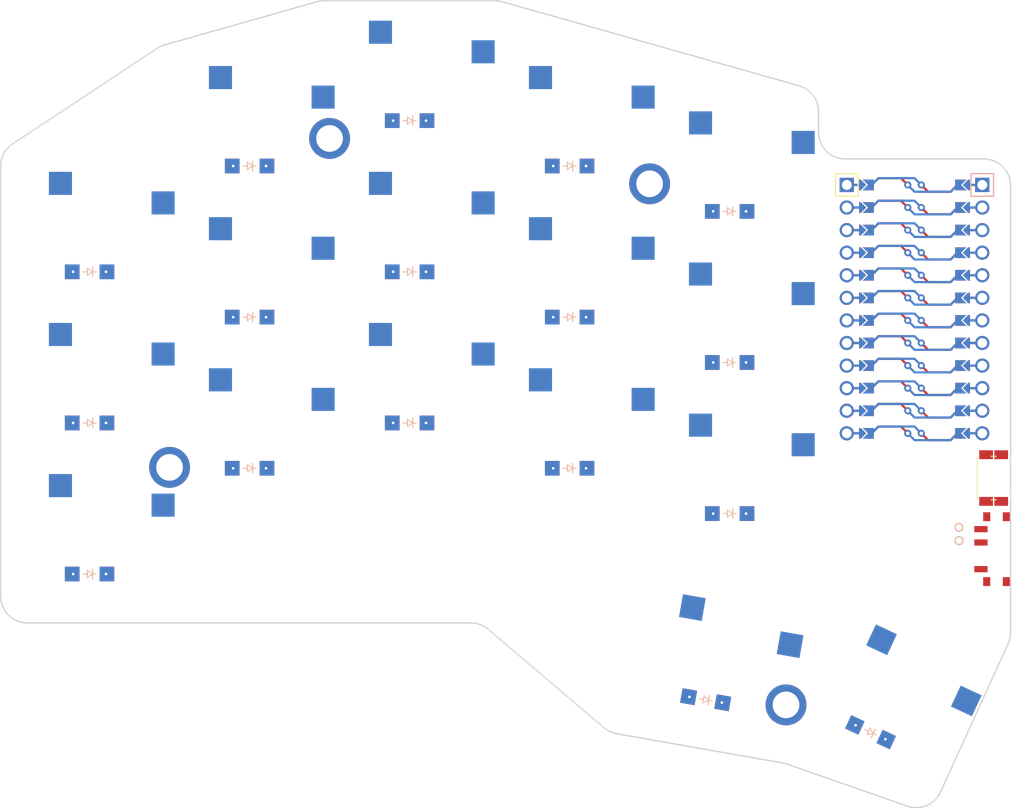
<source format=kicad_pcb>

            
(kicad_pcb (version 20171130) (host pcbnew 5.1.6)

  (page A3)
  (title_block
    (title crescentsplit_left)
    (rev 1.O)
    (company smchunn)
  )

  (general
    (thickness 1.6)
  )

  (layers
    (0 F.Cu signal)
    (31 B.Cu signal)
    (32 B.Adhes user)
    (33 F.Adhes user)
    (34 B.Paste user)
    (35 F.Paste user)
    (36 B.SilkS user)
    (37 F.SilkS user)
    (38 B.Mask user)
    (39 F.Mask user)
    (40 Dwgs.User user)
    (41 Cmts.User user)
    (42 Eco1.User user)
    (43 Eco2.User user)
    (44 Edge.Cuts user)
    (45 Margin user)
    (46 B.CrtYd user)
    (47 F.CrtYd user)
    (48 B.Fab user)
    (49 F.Fab user)
  )

  (setup
    (last_trace_width 0.25)
    (trace_clearance 0.2)
    (zone_clearance 0.508)
    (zone_45_only no)
    (trace_min 0.2)
    (via_size 0.8)
    (via_drill 0.4)
    (via_min_size 0.4)
    (via_min_drill 0.3)
    (uvia_size 0.3)
    (uvia_drill 0.1)
    (uvias_allowed no)
    (uvia_min_size 0.2)
    (uvia_min_drill 0.1)
    (edge_width 0.05)
    (segment_width 0.2)
    (pcb_text_width 0.3)
    (pcb_text_size 1.5 1.5)
    (mod_edge_width 0.12)
    (mod_text_size 1 1)
    (mod_text_width 0.15)
    (pad_size 1.524 1.524)
    (pad_drill 0.762)
    (pad_to_mask_clearance 0.05)
    (aux_axis_origin 0 0)
    (visible_elements FFFFFF7F)
    (pcbplotparams
      (layerselection 0x010fc_ffffffff)
      (usegerberextensions false)
      (usegerberattributes true)
      (usegerberadvancedattributes true)
      (creategerberjobfile true)
      (excludeedgelayer true)
      (linewidth 0.100000)
      (plotframeref false)
      (viasonmask false)
      (mode 1)
      (useauxorigin false)
      (hpglpennumber 1)
      (hpglpenspeed 20)
      (hpglpendiameter 15.000000)
      (psnegative false)
      (psa4output false)
      (plotreference true)
      (plotvalue true)
      (plotinvisibletext false)
      (padsonsilk false)
      (subtractmaskfromsilk false)
      (outputformat 1)
      (mirror false)
      (drillshape 1)
      (scaleselection 1)
      (outputdirectory ""))
  )

            (net 0 "")
(net 1 "RAW")
(net 2 "GND")
(net 3 "RST")
(net 4 "VCC")
(net 5 "P21")
(net 6 "P20")
(net 7 "P19")
(net 8 "P18")
(net 9 "P15")
(net 10 "P14")
(net 11 "P16")
(net 12 "P10")
(net 13 "P1")
(net 14 "P0")
(net 15 "P2")
(net 16 "P3")
(net 17 "P4")
(net 18 "P5")
(net 19 "P6")
(net 20 "P7")
(net 21 "P8")
(net 22 "P9")
(net 23 "pos")
(net 24 "pinky_bottom")
(net 25 "pinky_home")
(net 26 "pinky_top")
(net 27 "ring_bottom")
(net 28 "ring_home")
(net 29 "ring_top")
(net 30 "middle_bottom")
(net 31 "middle_home")
(net 32 "middle_top")
(net 33 "index_bottom")
(net 34 "index_home")
(net 35 "index_top")
(net 36 "inner_bottom")
(net 37 "inner_home")
(net 38 "inner_top")
(net 39 "index_thome")
(net 40 "inner_thome")
            
  (net_class Default "This is the default net class."
    (clearance 0.2)
    (trace_width 0.25)
    (via_dia 0.8)
    (via_drill 0.4)
    (uvia_dia 0.3)
    (uvia_drill 0.1)
    (add_net "")
(add_net "RAW")
(add_net "GND")
(add_net "RST")
(add_net "VCC")
(add_net "P21")
(add_net "P20")
(add_net "P19")
(add_net "P18")
(add_net "P15")
(add_net "P14")
(add_net "P16")
(add_net "P10")
(add_net "P1")
(add_net "P0")
(add_net "P2")
(add_net "P3")
(add_net "P4")
(add_net "P5")
(add_net "P6")
(add_net "P7")
(add_net "P8")
(add_net "P9")
(add_net "pos")
(add_net "pinky_bottom")
(add_net "pinky_home")
(add_net "pinky_top")
(add_net "ring_bottom")
(add_net "ring_home")
(add_net "ring_top")
(add_net "middle_bottom")
(add_net "middle_home")
(add_net "middle_top")
(add_net "index_bottom")
(add_net "index_home")
(add_net "index_top")
(add_net "inner_bottom")
(add_net "inner_home")
(add_net "inner_top")
(add_net "index_thome")
(add_net "inner_thome")
  )

            
    (module ProMicro (layer F.Cu) (tedit 6135B927)
      (at 92.8 -25.8 -90)

    
    (descr "Solder-jumper reversible Pro Micro footprint")
    (tags "promicro ProMicro reversible solder jumper")
    (fp_text reference "MCU1" (at -16.256 -0.254 0) (layer F.SilkS) hide
      (effects (font (size 1 1) (thickness 0.15)))
    )

    
    (fp_line (start -15.24 6.35) (end -12.7 6.35) (layer F.SilkS) (width 0.15))
    (fp_line (start -15.24 6.35) (end -15.24 8.89) (layer F.SilkS) (width 0.15))
    (fp_line (start -12.7 6.35) (end -12.7 8.89) (layer F.SilkS) (width 0.15))
    (fp_line (start -12.7 8.89) (end -15.24 8.89) (layer F.SilkS) (width 0.15))
    (fp_line (start -15.24 -6.35) (end -12.7 -6.35) (layer B.SilkS) (width 0.15))
    (fp_line (start -15.24 -6.35) (end -15.24 -8.89) (layer B.SilkS) (width 0.15))
    (fp_line (start -12.7 -6.35) (end -12.7 -8.89) (layer B.SilkS) (width 0.15))
    (fp_line (start -12.7 -8.89) (end -15.24 -8.89) (layer B.SilkS) (width 0.15))

    
    (fp_line (start -19.304 -3.81) (end -14.224 -3.81) (layer Dwgs.User) (width 0.15))
    (fp_line (start -19.304 3.81) (end -19.304 -3.81) (layer Dwgs.User) (width 0.15))
    (fp_line (start -14.224 3.81) (end -19.304 3.81) (layer Dwgs.User) (width 0.15))
    (fp_line (start -14.224 -3.81) (end -14.224 3.81) (layer Dwgs.User) (width 0.15))

    (fp_circle (center 13.97 0.762) (end 14.095 0.762) (layer B.Mask) (width 0.25))
    (fp_circle (center 13.97 0.762) (end 14.095 0.762) (layer F.Mask) (width 0.25))
    (fp_circle (center 13.97 -0.762) (end 14.095 -0.762) (layer B.Mask) (width 0.25))
    (fp_circle (center 13.97 -0.762) (end 14.095 -0.762) (layer F.Mask) (width 0.25))
    (fp_circle (center 11.43 0.762) (end 11.555 0.762) (layer B.Mask) (width 0.25))
    (fp_circle (center 11.43 0.762) (end 11.555 0.762) (layer F.Mask) (width 0.25))
    (fp_circle (center 11.43 -0.762) (end 11.555 -0.762) (layer B.Mask) (width 0.25))
    (fp_circle (center 11.43 -0.762) (end 11.555 -0.762) (layer F.Mask) (width 0.25))
    (fp_circle (center 8.89 0.762) (end 9.015 0.762) (layer B.Mask) (width 0.25))
    (fp_circle (center 8.89 0.762) (end 9.015 0.762) (layer F.Mask) (width 0.25))
    (fp_circle (center 8.89 -0.762) (end 9.015 -0.762) (layer B.Mask) (width 0.25))
    (fp_circle (center 8.89 -0.762) (end 9.015 -0.762) (layer F.Mask) (width 0.25))
    (fp_circle (center 6.35 0.762) (end 6.475 0.762) (layer B.Mask) (width 0.25))
    (fp_circle (center 6.35 0.762) (end 6.475 0.762) (layer F.Mask) (width 0.25))
    (fp_circle (center 6.35 -0.762) (end 6.475 -0.762) (layer B.Mask) (width 0.25))
    (fp_circle (center 6.35 -0.762) (end 6.475 -0.762) (layer F.Mask) (width 0.25))
    (fp_circle (center 3.81 0.762) (end 3.935 0.762) (layer B.Mask) (width 0.25))
    (fp_circle (center 3.81 0.762) (end 3.935 0.762) (layer F.Mask) (width 0.25))
    (fp_circle (center 3.81 -0.762) (end 3.935 -0.762) (layer B.Mask) (width 0.25))
    (fp_circle (center 3.81 -0.762) (end 3.935 -0.762) (layer F.Mask) (width 0.25))
    (fp_circle (center 1.27 0.762) (end 1.395 0.762) (layer B.Mask) (width 0.25))
    (fp_circle (center 1.27 0.762) (end 1.395 0.762) (layer F.Mask) (width 0.25))
    (fp_circle (center 1.27 -0.762) (end 1.395 -0.762) (layer B.Mask) (width 0.25))
    (fp_circle (center 1.27 -0.762) (end 1.395 -0.762) (layer F.Mask) (width 0.25))
    (fp_circle (center -1.27 0.762) (end -1.145 0.762) (layer B.Mask) (width 0.25))
    (fp_circle (center -1.27 0.762) (end -1.145 0.762) (layer F.Mask) (width 0.25))
    (fp_circle (center -1.27 -0.762) (end -1.145 -0.762) (layer B.Mask) (width 0.25))
    (fp_circle (center -1.27 -0.762) (end -1.145 -0.762) (layer F.Mask) (width 0.25))
    (fp_circle (center -3.81 0.762) (end -3.685 0.762) (layer B.Mask) (width 0.25))
    (fp_circle (center -3.81 0.762) (end -3.685 0.762) (layer F.Mask) (width 0.25))
    (fp_circle (center -3.81 -0.762) (end -3.685 -0.762) (layer B.Mask) (width 0.25))
    (fp_circle (center -3.81 -0.762) (end -3.685 -0.762) (layer F.Mask) (width 0.25))
    (fp_circle (center -6.35 0.762) (end -6.225 0.762) (layer B.Mask) (width 0.25))
    (fp_circle (center -6.35 0.762) (end -6.225 0.762) (layer F.Mask) (width 0.25))
    (fp_circle (center -6.35 -0.762) (end -6.225 -0.762) (layer B.Mask) (width 0.25))
    (fp_circle (center -6.35 -0.762) (end -6.225 -0.762) (layer F.Mask) (width 0.25))
    (fp_circle (center -8.89 0.762) (end -8.765 0.762) (layer B.Mask) (width 0.25))
    (fp_circle (center -8.89 0.762) (end -8.765 0.762) (layer F.Mask) (width 0.25))
    (fp_circle (center -8.89 -0.762) (end -8.765 -0.762) (layer B.Mask) (width 0.25))
    (fp_circle (center -8.89 -0.762) (end -8.765 -0.762) (layer F.Mask) (width 0.25))
    (fp_circle (center -11.43 -0.762) (end -11.305 -0.762) (layer B.Mask) (width 0.25))
    (fp_circle (center -11.43 -0.762) (end -11.305 -0.762) (layer F.Mask) (width 0.25))
    (fp_circle (center -11.43 0.762) (end -11.305 0.762) (layer B.Mask) (width 0.25))
    (fp_circle (center -11.43 0.762) (end -11.305 0.762) (layer F.Mask) (width 0.25))
    (fp_circle (center -13.97 0.762) (end -13.845 0.762) (layer B.Mask) (width 0.25))
    (fp_circle (center -13.97 0.762) (end -13.845 0.762) (layer F.Mask) (width 0.25))
    (fp_circle (center -13.97 -0.762) (end -13.845 -0.762) (layer B.Mask) (width 0.25))
    (fp_circle (center -13.97 -0.762) (end -13.845 -0.762) (layer F.Mask) (width 0.25))
    (fp_poly (pts (xy 14.478 -5.08) (xy 13.462 -5.08) (xy 13.462 -6.096) (xy 14.478 -6.096)) (layer B.Mask) (width 0.1))
    (fp_poly (pts (xy 11.938 -5.08) (xy 10.922 -5.08) (xy 10.922 -6.096) (xy 11.938 -6.096)) (layer B.Mask) (width 0.1))
    (fp_poly (pts (xy 9.398 -5.08) (xy 8.382 -5.08) (xy 8.382 -6.096) (xy 9.398 -6.096)) (layer B.Mask) (width 0.1))
    (fp_poly (pts (xy 6.858 -5.08) (xy 5.842 -5.08) (xy 5.842 -6.096) (xy 6.858 -6.096)) (layer B.Mask) (width 0.1))
    (fp_poly (pts (xy 4.318 -5.08) (xy 3.302 -5.08) (xy 3.302 -6.096) (xy 4.318 -6.096)) (layer B.Mask) (width 0.1))
    (fp_poly (pts (xy 1.778 -5.08) (xy 0.762 -5.08) (xy 0.762 -6.096) (xy 1.778 -6.096)) (layer B.Mask) (width 0.1))
    (fp_poly (pts (xy -0.762 -5.08) (xy -1.778 -5.08) (xy -1.778 -6.096) (xy -0.762 -6.096)) (layer B.Mask) (width 0.1))
    (fp_poly (pts (xy -3.302 -5.08) (xy -4.318 -5.08) (xy -4.318 -6.096) (xy -3.302 -6.096)) (layer B.Mask) (width 0.1))
    (fp_poly (pts (xy -5.842 -5.08) (xy -6.858 -5.08) (xy -6.858 -6.096) (xy -5.842 -6.096)) (layer B.Mask) (width 0.1))
    (fp_poly (pts (xy -8.382 -5.08) (xy -9.398 -5.08) (xy -9.398 -6.096) (xy -8.382 -6.096)) (layer B.Mask) (width 0.1))
    (fp_poly (pts (xy -10.922 -5.08) (xy -11.938 -5.08) (xy -11.938 -6.096) (xy -10.922 -6.096)) (layer B.Mask) (width 0.1))
    (fp_poly (pts (xy -13.462 -5.08) (xy -14.478 -5.08) (xy -14.478 -6.096) (xy -13.462 -6.096)) (layer B.Mask) (width 0.1))
    (fp_poly (pts (xy 13.462 5.08) (xy 14.478 5.08) (xy 14.478 6.096) (xy 13.462 6.096)) (layer B.Mask) (width 0.1))
    (fp_poly (pts (xy 10.922 5.08) (xy 11.938 5.08) (xy 11.938 6.096) (xy 10.922 6.096)) (layer B.Mask) (width 0.1))
    (fp_poly (pts (xy 8.382 5.08) (xy 9.398 5.08) (xy 9.398 6.096) (xy 8.382 6.096)) (layer B.Mask) (width 0.1))
    (fp_poly (pts (xy 5.842 5.08) (xy 6.858 5.08) (xy 6.858 6.096) (xy 5.842 6.096)) (layer B.Mask) (width 0.1))
    (fp_poly (pts (xy 3.302 5.08) (xy 4.318 5.08) (xy 4.318 6.096) (xy 3.302 6.096)) (layer B.Mask) (width 0.1))
    (fp_poly (pts (xy 0.762 5.08) (xy 1.778 5.08) (xy 1.778 6.096) (xy 0.762 6.096)) (layer B.Mask) (width 0.1))
    (fp_poly (pts (xy -1.778 5.08) (xy -0.762 5.08) (xy -0.762 6.096) (xy -1.778 6.096)) (layer B.Mask) (width 0.1))
    (fp_poly (pts (xy -4.318 5.08) (xy -3.302 5.08) (xy -3.302 6.096) (xy -4.318 6.096)) (layer B.Mask) (width 0.1))
    (fp_poly (pts (xy -6.858 5.08) (xy -5.842 5.08) (xy -5.842 6.096) (xy -6.858 6.096)) (layer B.Mask) (width 0.1))
    (fp_poly (pts (xy -9.398 5.08) (xy -8.382 5.08) (xy -8.382 6.096) (xy -9.398 6.096)) (layer B.Mask) (width 0.1))
    (fp_poly (pts (xy -11.938 5.08) (xy -10.922 5.08) (xy -10.922 6.096) (xy -11.938 6.096)) (layer B.Mask) (width 0.1))
    (fp_poly (pts (xy -14.478 5.08) (xy -13.462 5.08) (xy -13.462 6.096) (xy -14.478 6.096)) (layer B.Mask) (width 0.1))
    (fp_poly (pts (xy -13.462 -5.08) (xy -14.478 -5.08) (xy -14.478 -6.096) (xy -13.462 -6.096)) (layer F.Mask) (width 0.1))
    (fp_poly (pts (xy 1.778 -5.08) (xy 0.762 -5.08) (xy 0.762 -6.096) (xy 1.778 -6.096)) (layer F.Mask) (width 0.1))
    (fp_poly (pts (xy -10.922 -5.08) (xy -11.938 -5.08) (xy -11.938 -6.096) (xy -10.922 -6.096)) (layer F.Mask) (width 0.1))
    (fp_poly (pts (xy -8.382 -5.08) (xy -9.398 -5.08) (xy -9.398 -6.096) (xy -8.382 -6.096)) (layer F.Mask) (width 0.1))
    (fp_poly (pts (xy -3.302 -5.08) (xy -4.318 -5.08) (xy -4.318 -6.096) (xy -3.302 -6.096)) (layer F.Mask) (width 0.1))
    (fp_poly (pts (xy -0.762 -5.08) (xy -1.778 -5.08) (xy -1.778 -6.096) (xy -0.762 -6.096)) (layer F.Mask) (width 0.1))
    (fp_poly (pts (xy 6.858 -5.08) (xy 5.842 -5.08) (xy 5.842 -6.096) (xy 6.858 -6.096)) (layer F.Mask) (width 0.1))
    (fp_poly (pts (xy 11.938 -5.08) (xy 10.922 -5.08) (xy 10.922 -6.096) (xy 11.938 -6.096)) (layer F.Mask) (width 0.1))
    (fp_poly (pts (xy -5.842 -5.08) (xy -6.858 -5.08) (xy -6.858 -6.096) (xy -5.842 -6.096)) (layer F.Mask) (width 0.1))
    (fp_poly (pts (xy 4.318 -5.08) (xy 3.302 -5.08) (xy 3.302 -6.096) (xy 4.318 -6.096)) (layer F.Mask) (width 0.1))
    (fp_poly (pts (xy 9.398 -5.08) (xy 8.382 -5.08) (xy 8.382 -6.096) (xy 9.398 -6.096)) (layer F.Mask) (width 0.1))
    (fp_poly (pts (xy 14.478 -5.08) (xy 13.462 -5.08) (xy 13.462 -6.096) (xy 14.478 -6.096)) (layer F.Mask) (width 0.1))
    (fp_poly (pts (xy 13.462 5.08) (xy 14.478 5.08) (xy 14.478 6.096) (xy 13.462 6.096)) (layer F.Mask) (width 0.1))
    (fp_poly (pts (xy 10.922 5.08) (xy 11.938 5.08) (xy 11.938 6.096) (xy 10.922 6.096)) (layer F.Mask) (width 0.1))
    (fp_poly (pts (xy 8.382 5.08) (xy 9.398 5.08) (xy 9.398 6.096) (xy 8.382 6.096)) (layer F.Mask) (width 0.1))
    (fp_poly (pts (xy 5.842 5.08) (xy 6.858 5.08) (xy 6.858 6.096) (xy 5.842 6.096)) (layer F.Mask) (width 0.1))
    (fp_poly (pts (xy 3.302 5.08) (xy 4.318 5.08) (xy 4.318 6.096) (xy 3.302 6.096)) (layer F.Mask) (width 0.1))
    (fp_poly (pts (xy 0.762 5.08) (xy 1.778 5.08) (xy 1.778 6.096) (xy 0.762 6.096)) (layer F.Mask) (width 0.1))
    (fp_poly (pts (xy -1.778 5.08) (xy -0.762 5.08) (xy -0.762 6.096) (xy -1.778 6.096)) (layer F.Mask) (width 0.1))
    (fp_poly (pts (xy -4.318 5.08) (xy -3.302 5.08) (xy -3.302 6.096) (xy -4.318 6.096)) (layer F.Mask) (width 0.1))
    (fp_poly (pts (xy -6.858 5.08) (xy -5.842 5.08) (xy -5.842 6.096) (xy -6.858 6.096)) (layer F.Mask) (width 0.1))
    (fp_poly (pts (xy -9.398 5.08) (xy -8.382 5.08) (xy -8.382 6.096) (xy -9.398 6.096)) (layer F.Mask) (width 0.1))
    (fp_poly (pts (xy -11.938 5.08) (xy -10.922 5.08) (xy -10.922 6.096) (xy -11.938 6.096)) (layer F.Mask) (width 0.1))
    (fp_poly (pts (xy -14.478 5.08) (xy -13.462 5.08) (xy -13.462 6.096) (xy -14.478 6.096)) (layer F.Mask) (width 0.1))
    (pad 2 smd custom (at -11.43 -0.762 -90) (size 0.25 0.25) (layers F.Cu)
      (zone_connect 0)
      (options (clearance outline) (anchor circle))
      (primitives
        (gr_line (start 0 0) (end 0.766 -0.766) (width 0.25))
        (gr_line (start 0.766 -0.766) (end 0.766 -3.298) (width 0.25))
        (gr_line (start 0.766 -3.298) (end 0 -4.064) (width 0.25))
      ) (net 2 "GND"))
    (pad "" thru_hole circle (at -13.97 7.62) (size 1.6 1.6) (drill 1.1) (layers *.Cu *.Mask)
      (zone_connect 0))
    (pad "" thru_hole circle (at -11.43 7.62) (size 1.6 1.6) (drill 1.1) (layers *.Cu *.Mask))
    (pad "" thru_hole circle (at -8.89 7.62) (size 1.6 1.6) (drill 1.1) (layers *.Cu *.Mask))
    (pad "" thru_hole circle (at -6.35 7.62) (size 1.6 1.6) (drill 1.1) (layers *.Cu *.Mask))
    (pad "" thru_hole circle (at -3.81 7.62) (size 1.6 1.6) (drill 1.1) (layers *.Cu *.Mask))
    (pad "" thru_hole circle (at -1.27 7.62) (size 1.6 1.6) (drill 1.1) (layers *.Cu *.Mask))
    (pad "" thru_hole circle (at 1.27 7.62) (size 1.6 1.6) (drill 1.1) (layers *.Cu *.Mask))
    (pad "" thru_hole circle (at 3.81 7.62) (size 1.6 1.6) (drill 1.1) (layers *.Cu *.Mask))
    (pad "" thru_hole circle (at 6.35 7.62) (size 1.6 1.6) (drill 1.1) (layers *.Cu *.Mask))
    (pad "" thru_hole circle (at 8.89 7.62) (size 1.6 1.6) (drill 1.1) (layers *.Cu *.Mask))
    (pad "" thru_hole circle (at 11.43 7.62) (size 1.6 1.6) (drill 1.1) (layers *.Cu *.Mask))
    (pad "" thru_hole circle (at 13.97 7.62) (size 1.6 1.6) (drill 1.1) (layers *.Cu *.Mask))
    (pad "" thru_hole circle (at 13.97 -7.62) (size 1.6 1.6) (drill 1.1) (layers *.Cu *.Mask))
    (pad "" thru_hole circle (at 11.43 -7.62) (size 1.6 1.6) (drill 1.1) (layers *.Cu *.Mask))
    (pad "" thru_hole circle (at 8.89 -7.62) (size 1.6 1.6) (drill 1.1) (layers *.Cu *.Mask))
    (pad "" thru_hole circle (at 6.35 -7.62) (size 1.6 1.6) (drill 1.1) (layers *.Cu *.Mask))
    (pad "" thru_hole circle (at 3.81 -7.62) (size 1.6 1.6) (drill 1.1) (layers *.Cu *.Mask))
    (pad "" thru_hole circle (at 1.27 -7.62) (size 1.6 1.6) (drill 1.1) (layers *.Cu *.Mask))
    (pad "" thru_hole circle (at -1.27 -7.62) (size 1.6 1.6) (drill 1.1) (layers *.Cu *.Mask))
    (pad "" thru_hole circle (at -3.81 -7.62) (size 1.6 1.6) (drill 1.1) (layers *.Cu *.Mask))
    (pad "" thru_hole circle (at -6.35 -7.62) (size 1.6 1.6) (drill 1.1) (layers *.Cu *.Mask))
    (pad "" thru_hole circle (at -8.89 -7.62) (size 1.6 1.6) (drill 1.1) (layers *.Cu *.Mask))
    (pad "" thru_hole circle (at -11.43 -7.62) (size 1.6 1.6) (drill 1.1) (layers *.Cu *.Mask))
    (pad "" thru_hole circle (at -13.97 -7.62) (size 1.6 1.6) (drill 1.1) (layers *.Cu *.Mask))
    (pad "" smd custom (at -13.97 5.842 90) (size 0.1 0.1) (layers F.Cu F.Mask)
      (clearance 0.1) (zone_connect 0)
      (options (clearance outline) (anchor rect))
      (primitives
        (gr_poly (pts
          (xy 0.6 -0.4) (xy -0.6 -0.4) (xy -0.6 -0.2) (xy 0 0.4) (xy 0.6 -0.2)
  ) (width 0))
      ))
    (pad 24 smd custom (at -13.97 4.826 90) (size 1.2 0.5) (layers F.Cu F.Mask) (net 13 "P1")
      (clearance 0.1) (zone_connect 0)
      (options (clearance outline) (anchor rect))
      (primitives
        (gr_poly (pts
          (xy 0.6 0) (xy -0.6 0) (xy -0.6 -1) (xy 0 -0.4) (xy 0.6 -1)
  ) (width 0))
      ))
    (pad "" smd custom (at -13.97 6.35 90) (size 0.25 1) (layers F.Cu)
      (zone_connect 0)
      (options (clearance outline) (anchor rect))
      (primitives
      ))
    (pad "" thru_hole rect (at -13.97 7.62 -90) (size 1.6 1.6) (drill 1.1) (layers F.Cu F.Mask)
      (zone_connect 0))
    (pad "" thru_hole rect (at -13.97 -7.62 -90) (size 1.6 1.6) (drill 1.1) (layers B.Cu B.Mask)
      (zone_connect 0))
    (pad "" smd custom (at -11.43 6.35 90) (size 0.25 1) (layers F.Cu)
      (zone_connect 0)
      (options (clearance outline) (anchor rect))
      (primitives
      ))
    (pad "" smd custom (at -11.43 5.842 90) (size 0.1 0.1) (layers F.Cu F.Mask)
      (clearance 0.1) (zone_connect 0)
      (options (clearance outline) (anchor rect))
      (primitives
        (gr_poly (pts
          (xy 0.6 -0.4) (xy -0.6 -0.4) (xy -0.6 -0.2) (xy 0 0.4) (xy 0.6 -0.2)
  ) (width 0))
      ))
    (pad 23 smd custom (at -11.43 4.826 90) (size 1.2 0.5) (layers F.Cu F.Mask) (net 14 "P0")
      (clearance 0.1) (zone_connect 0)
      (options (clearance outline) (anchor rect))
      (primitives
        (gr_poly (pts
          (xy 0.6 0) (xy -0.6 0) (xy -0.6 -1) (xy 0 -0.4) (xy 0.6 -1)
  ) (width 0))
      ))
    (pad "" smd custom (at -8.89 6.35 90) (size 0.25 1) (layers F.Cu)
      (zone_connect 0)
      (options (clearance outline) (anchor rect))
      (primitives
      ))
    (pad "" smd custom (at -8.89 5.842 90) (size 0.1 0.1) (layers F.Cu F.Mask)
      (clearance 0.1) (zone_connect 0)
      (options (clearance outline) (anchor rect))
      (primitives
        (gr_poly (pts
          (xy 0.6 -0.4) (xy -0.6 -0.4) (xy -0.6 -0.2) (xy 0 0.4) (xy 0.6 -0.2)
  ) (width 0))
      ))
    (pad 22 smd custom (at -8.89 4.826 90) (size 1.2 0.5) (layers F.Cu F.Mask) (net 2 "GND")
      (clearance 0.1) (zone_connect 0)
      (options (clearance outline) (anchor rect))
      (primitives
        (gr_poly (pts
          (xy 0.6 0) (xy -0.6 0) (xy -0.6 -1) (xy 0 -0.4) (xy 0.6 -1)
  ) (width 0))
      ))
    (pad "" smd custom (at -6.35 6.35 90) (size 0.25 1) (layers F.Cu)
      (zone_connect 0)
      (options (clearance outline) (anchor rect))
      (primitives
      ))
    (pad "" smd custom (at -6.35 5.842 90) (size 0.1 0.1) (layers F.Cu F.Mask)
      (clearance 0.1) (zone_connect 0)
      (options (clearance outline) (anchor rect))
      (primitives
        (gr_poly (pts
          (xy 0.6 -0.4) (xy -0.6 -0.4) (xy -0.6 -0.2) (xy 0 0.4) (xy 0.6 -0.2)
  ) (width 0))
      ))
    (pad 21 smd custom (at -6.35 4.826 90) (size 1.2 0.5) (layers F.Cu F.Mask) (net 2 "GND")
      (clearance 0.1) (zone_connect 0)
      (options (clearance outline) (anchor rect))
      (primitives
        (gr_poly (pts
          (xy 0.6 0) (xy -0.6 0) (xy -0.6 -1) (xy 0 -0.4) (xy 0.6 -1)
  ) (width 0))
      ))
    (pad "" smd custom (at -3.81 6.35 90) (size 0.25 1) (layers F.Cu)
      (zone_connect 0)
      (options (clearance outline) (anchor rect))
      (primitives
      ))
    (pad "" smd custom (at -3.81 5.842 90) (size 0.1 0.1) (layers F.Cu F.Mask)
      (clearance 0.1) (zone_connect 0)
      (options (clearance outline) (anchor rect))
      (primitives
        (gr_poly (pts
          (xy 0.6 -0.4) (xy -0.6 -0.4) (xy -0.6 -0.2) (xy 0 0.4) (xy 0.6 -0.2)
  ) (width 0))
      ))
    (pad 20 smd custom (at -3.81 4.826 90) (size 1.2 0.5) (layers F.Cu F.Mask) (net 15 "P2")
      (clearance 0.1) (zone_connect 0)
      (options (clearance outline) (anchor rect))
      (primitives
        (gr_poly (pts
          (xy 0.6 0) (xy -0.6 0) (xy -0.6 -1) (xy 0 -0.4) (xy 0.6 -1)
  ) (width 0))
      ))
    (pad "" smd custom (at -1.27 6.35 90) (size 0.25 1) (layers F.Cu)
      (zone_connect 0)
      (options (clearance outline) (anchor rect))
      (primitives
      ))
    (pad "" smd custom (at -1.27 5.842 90) (size 0.1 0.1) (layers F.Cu F.Mask)
      (clearance 0.1) (zone_connect 0)
      (options (clearance outline) (anchor rect))
      (primitives
        (gr_poly (pts
          (xy 0.6 -0.4) (xy -0.6 -0.4) (xy -0.6 -0.2) (xy 0 0.4) (xy 0.6 -0.2)
  ) (width 0))
      ))
    (pad 19 smd custom (at -1.27 4.826 90) (size 1.2 0.5) (layers F.Cu F.Mask) (net 16 "P3")
      (clearance 0.1) (zone_connect 0)
      (options (clearance outline) (anchor rect))
      (primitives
        (gr_poly (pts
          (xy 0.6 0) (xy -0.6 0) (xy -0.6 -1) (xy 0 -0.4) (xy 0.6 -1)
  ) (width 0))
      ))
    (pad "" smd custom (at 1.27 6.35 90) (size 0.25 1) (layers F.Cu)
      (zone_connect 0)
      (options (clearance outline) (anchor rect))
      (primitives
      ))
    (pad "" smd custom (at 1.27 5.842 90) (size 0.1 0.1) (layers F.Cu F.Mask)
      (clearance 0.1) (zone_connect 0)
      (options (clearance outline) (anchor rect))
      (primitives
        (gr_poly (pts
          (xy 0.6 -0.4) (xy -0.6 -0.4) (xy -0.6 -0.2) (xy 0 0.4) (xy 0.6 -0.2)
  ) (width 0))
      ))
    (pad 18 smd custom (at 1.27 4.826 90) (size 1.2 0.5) (layers F.Cu F.Mask) (net 17 "P4")
      (clearance 0.1) (zone_connect 0)
      (options (clearance outline) (anchor rect))
      (primitives
        (gr_poly (pts
          (xy 0.6 0) (xy -0.6 0) (xy -0.6 -1) (xy 0 -0.4) (xy 0.6 -1)
  ) (width 0))
      ))
    (pad "" smd custom (at 3.81 6.35 90) (size 0.25 1) (layers F.Cu)
      (zone_connect 0)
      (options (clearance outline) (anchor rect))
      (primitives
      ))
    (pad "" smd custom (at 3.81 5.842 90) (size 0.1 0.1) (layers F.Cu F.Mask)
      (clearance 0.1) (zone_connect 0)
      (options (clearance outline) (anchor rect))
      (primitives
        (gr_poly (pts
          (xy 0.6 -0.4) (xy -0.6 -0.4) (xy -0.6 -0.2) (xy 0 0.4) (xy 0.6 -0.2)
  ) (width 0))
      ))
    (pad 17 smd custom (at 3.81 4.826 90) (size 1.2 0.5) (layers F.Cu F.Mask) (net 18 "P5")
      (clearance 0.1) (zone_connect 0)
      (options (clearance outline) (anchor rect))
      (primitives
        (gr_poly (pts
          (xy 0.6 0) (xy -0.6 0) (xy -0.6 -1) (xy 0 -0.4) (xy 0.6 -1)
  ) (width 0))
      ))
    (pad "" smd custom (at 6.35 6.35 90) (size 0.25 1) (layers F.Cu)
      (zone_connect 0)
      (options (clearance outline) (anchor rect))
      (primitives
      ))
    (pad "" smd custom (at 6.35 5.842 90) (size 0.1 0.1) (layers F.Cu F.Mask)
      (clearance 0.1) (zone_connect 0)
      (options (clearance outline) (anchor rect))
      (primitives
        (gr_poly (pts
          (xy 0.6 -0.4) (xy -0.6 -0.4) (xy -0.6 -0.2) (xy 0 0.4) (xy 0.6 -0.2)
  ) (width 0))
      ))
    (pad 16 smd custom (at 6.35 4.826 90) (size 1.2 0.5) (layers F.Cu F.Mask) (net 19 "P6")
      (clearance 0.1) (zone_connect 0)
      (options (clearance outline) (anchor rect))
      (primitives
        (gr_poly (pts
          (xy 0.6 0) (xy -0.6 0) (xy -0.6 -1) (xy 0 -0.4) (xy 0.6 -1)
  ) (width 0))
      ))
    (pad "" smd custom (at 8.89 6.35 90) (size 0.25 1) (layers F.Cu)
      (zone_connect 0)
      (options (clearance outline) (anchor rect))
      (primitives
      ))
    (pad "" smd custom (at 8.89 5.842 90) (size 0.1 0.1) (layers F.Cu F.Mask)
      (clearance 0.1) (zone_connect 0)
      (options (clearance outline) (anchor rect))
      (primitives
        (gr_poly (pts
          (xy 0.6 -0.4) (xy -0.6 -0.4) (xy -0.6 -0.2) (xy 0 0.4) (xy 0.6 -0.2)
  ) (width 0))
      ))
    (pad 15 smd custom (at 8.89 4.826 90) (size 1.2 0.5) (layers F.Cu F.Mask) (net 20 "P7")
      (clearance 0.1) (zone_connect 0)
      (options (clearance outline) (anchor rect))
      (primitives
        (gr_poly (pts
          (xy 0.6 0) (xy -0.6 0) (xy -0.6 -1) (xy 0 -0.4) (xy 0.6 -1)
  ) (width 0))
      ))
    (pad "" smd custom (at 11.43 6.35 90) (size 0.25 1) (layers F.Cu)
      (zone_connect 0)
      (options (clearance outline) (anchor rect))
      (primitives
      ))
    (pad "" smd custom (at 11.43 5.842 90) (size 0.1 0.1) (layers F.Cu F.Mask)
      (clearance 0.1) (zone_connect 0)
      (options (clearance outline) (anchor rect))
      (primitives
        (gr_poly (pts
          (xy 0.6 -0.4) (xy -0.6 -0.4) (xy -0.6 -0.2) (xy 0 0.4) (xy 0.6 -0.2)
  ) (width 0))
      ))
    (pad 14 smd custom (at 11.43 4.826 90) (size 1.2 0.5) (layers F.Cu F.Mask) (net 21 "P8")
      (clearance 0.1) (zone_connect 0)
      (options (clearance outline) (anchor rect))
      (primitives
        (gr_poly (pts
          (xy 0.6 0) (xy -0.6 0) (xy -0.6 -1) (xy 0 -0.4) (xy 0.6 -1)
  ) (width 0))
      ))
    (pad "" smd custom (at 13.97 6.35 90) (size 0.25 1) (layers F.Cu)
      (zone_connect 0)
      (options (clearance outline) (anchor rect))
      (primitives
      ))
    (pad "" smd custom (at 13.97 5.842 90) (size 0.1 0.1) (layers F.Cu F.Mask)
      (clearance 0.1) (zone_connect 0)
      (options (clearance outline) (anchor rect))
      (primitives
        (gr_poly (pts
          (xy 0.6 -0.4) (xy -0.6 -0.4) (xy -0.6 -0.2) (xy 0 0.4) (xy 0.6 -0.2)
  ) (width 0))
      ))
    (pad 13 smd custom (at 13.97 4.826 90) (size 1.2 0.5) (layers F.Cu F.Mask) (net 22 "P9")
      (clearance 0.1) (zone_connect 0)
      (options (clearance outline) (anchor rect))
      (primitives
        (gr_poly (pts
          (xy 0.6 0) (xy -0.6 0) (xy -0.6 -1) (xy 0 -0.4) (xy 0.6 -1)
  ) (width 0))
      ))
    (pad 1 smd custom (at -13.97 -4.826 -90) (size 1.2 0.5) (layers F.Cu F.Mask) (net 1 "RAW")
      (clearance 0.1) (zone_connect 0)
      (options (clearance outline) (anchor rect))
      (primitives
        (gr_poly (pts
          (xy 0.6 0) (xy -0.6 0) (xy -0.6 -1) (xy 0 -0.4) (xy 0.6 -1)
  ) (width 0))
      ))
    (pad 3 smd custom (at -8.89 -4.826 -90) (size 1.2 0.5) (layers F.Cu F.Mask) (net 3 "RST")
      (clearance 0.1) (zone_connect 0)
      (options (clearance outline) (anchor rect))
      (primitives
        (gr_poly (pts
          (xy 0.6 0) (xy -0.6 0) (xy -0.6 -1) (xy 0 -0.4) (xy 0.6 -1)
  ) (width 0))
      ))
    (pad "" smd custom (at -8.89 -6.35 -90) (size 0.25 1) (layers F.Cu)
      (zone_connect 0)
      (options (clearance outline) (anchor rect))
      (primitives
      ))
    (pad "" smd custom (at -8.89 -5.842 -90) (size 0.1 0.1) (layers F.Cu F.Mask)
      (clearance 0.1) (zone_connect 0)
      (options (clearance outline) (anchor rect))
      (primitives
        (gr_poly (pts
          (xy 0.6 -0.4) (xy -0.6 -0.4) (xy -0.6 -0.2) (xy 0 0.4) (xy 0.6 -0.2)
  ) (width 0))
      ))
    (pad "" smd custom (at -13.97 -5.842 -90) (size 0.1 0.1) (layers F.Cu F.Mask)
      (clearance 0.1) (zone_connect 0)
      (options (clearance outline) (anchor rect))
      (primitives
        (gr_poly (pts
          (xy 0.6 -0.4) (xy -0.6 -0.4) (xy -0.6 -0.2) (xy 0 0.4) (xy 0.6 -0.2)
  ) (width 0))
      ))
    (pad "" smd custom (at -11.43 -6.35 -90) (size 0.25 1) (layers F.Cu)
      (zone_connect 0)
      (options (clearance outline) (anchor rect))
      (primitives
      ))
    (pad 2 smd custom (at -11.43 -4.826 -90) (size 1.2 0.5) (layers F.Cu F.Mask) (net 2 "GND")
      (clearance 0.1) (zone_connect 0)
      (options (clearance outline) (anchor rect))
      (primitives
        (gr_poly (pts
          (xy 0.6 0) (xy -0.6 0) (xy -0.6 -1) (xy 0 -0.4) (xy 0.6 -1)
  ) (width 0))
      ))
    (pad "" smd custom (at -13.97 -6.35 -90) (size 0.25 1) (layers F.Cu)
      (zone_connect 0)
      (options (clearance outline) (anchor rect))
      (primitives
      ))
    (pad 4 smd custom (at -6.35 -4.826 -90) (size 1.2 0.5) (layers F.Cu F.Mask) (net 4 "VCC")
      (clearance 0.1) (zone_connect 0)
      (options (clearance outline) (anchor rect))
      (primitives
        (gr_poly (pts
          (xy 0.6 0) (xy -0.6 0) (xy -0.6 -1) (xy 0 -0.4) (xy 0.6 -1)
  ) (width 0))
      ))
    (pad "" smd custom (at -11.43 -5.842 -90) (size 0.1 0.1) (layers F.Cu F.Mask)
      (clearance 0.1) (zone_connect 0)
      (options (clearance outline) (anchor rect))
      (primitives
        (gr_poly (pts
          (xy 0.6 -0.4) (xy -0.6 -0.4) (xy -0.6 -0.2) (xy 0 0.4) (xy 0.6 -0.2)
  ) (width 0))
      ))
    (pad "" smd custom (at -6.35 -5.842 -90) (size 0.1 0.1) (layers F.Cu F.Mask)
      (clearance 0.1) (zone_connect 0)
      (options (clearance outline) (anchor rect))
      (primitives
        (gr_poly (pts
          (xy 0.6 -0.4) (xy -0.6 -0.4) (xy -0.6 -0.2) (xy 0 0.4) (xy 0.6 -0.2)
  ) (width 0))
      ))
    (pad 6 smd custom (at -1.27 -4.826 -90) (size 1.2 0.5) (layers F.Cu F.Mask) (net 6 "P20")
      (clearance 0.1) (zone_connect 0)
      (options (clearance outline) (anchor rect))
      (primitives
        (gr_poly (pts
          (xy 0.6 0) (xy -0.6 0) (xy -0.6 -1) (xy 0 -0.4) (xy 0.6 -1)
  ) (width 0))
      ))
    (pad 7 smd custom (at 1.27 -4.826 -90) (size 1.2 0.5) (layers F.Cu F.Mask) (net 7 "P19")
      (clearance 0.1) (zone_connect 0)
      (options (clearance outline) (anchor rect))
      (primitives
        (gr_poly (pts
          (xy 0.6 0) (xy -0.6 0) (xy -0.6 -1) (xy 0 -0.4) (xy 0.6 -1)
  ) (width 0))
      ))
    (pad "" smd custom (at 13.97 -6.35 -90) (size 0.25 1) (layers F.Cu)
      (zone_connect 0)
      (options (clearance outline) (anchor rect))
      (primitives
      ))
    (pad "" smd custom (at 1.27 -5.842 -90) (size 0.1 0.1) (layers F.Cu F.Mask)
      (clearance 0.1) (zone_connect 0)
      (options (clearance outline) (anchor rect))
      (primitives
        (gr_poly (pts
          (xy 0.6 -0.4) (xy -0.6 -0.4) (xy -0.6 -0.2) (xy 0 0.4) (xy 0.6 -0.2)
  ) (width 0))
      ))
    (pad "" smd custom (at 8.89 -6.35 -90) (size 0.25 1) (layers F.Cu)
      (zone_connect 0)
      (options (clearance outline) (anchor rect))
      (primitives
      ))
    (pad 8 smd custom (at 3.81 -4.826 -90) (size 1.2 0.5) (layers F.Cu F.Mask) (net 8 "P18")
      (clearance 0.1) (zone_connect 0)
      (options (clearance outline) (anchor rect))
      (primitives
        (gr_poly (pts
          (xy 0.6 0) (xy -0.6 0) (xy -0.6 -1) (xy 0 -0.4) (xy 0.6 -1)
  ) (width 0))
      ))
    (pad "" smd custom (at 1.27 -6.35 -90) (size 0.25 1) (layers F.Cu)
      (zone_connect 0)
      (options (clearance outline) (anchor rect))
      (primitives
      ))
    (pad 12 smd custom (at 13.97 -4.826 -90) (size 1.2 0.5) (layers F.Cu F.Mask) (net 12 "P10")
      (clearance 0.1) (zone_connect 0)
      (options (clearance outline) (anchor rect))
      (primitives
        (gr_poly (pts
          (xy 0.6 0) (xy -0.6 0) (xy -0.6 -1) (xy 0 -0.4) (xy 0.6 -1)
  ) (width 0))
      ))
    (pad "" smd custom (at 3.81 -5.842 -90) (size 0.1 0.1) (layers F.Cu F.Mask)
      (clearance 0.1) (zone_connect 0)
      (options (clearance outline) (anchor rect))
      (primitives
        (gr_poly (pts
          (xy 0.6 -0.4) (xy -0.6 -0.4) (xy -0.6 -0.2) (xy 0 0.4) (xy 0.6 -0.2)
  ) (width 0))
      ))
    (pad "" smd custom (at 6.35 -6.35 -90) (size 0.25 1) (layers F.Cu)
      (zone_connect 0)
      (options (clearance outline) (anchor rect))
      (primitives
      ))
    (pad "" smd custom (at 13.97 -5.842 -90) (size 0.1 0.1) (layers F.Cu F.Mask)
      (clearance 0.1) (zone_connect 0)
      (options (clearance outline) (anchor rect))
      (primitives
        (gr_poly (pts
          (xy 0.6 -0.4) (xy -0.6 -0.4) (xy -0.6 -0.2) (xy 0 0.4) (xy 0.6 -0.2)
  ) (width 0))
      ))
    (pad "" smd custom (at -3.81 -6.35 -90) (size 0.25 1) (layers F.Cu)
      (zone_connect 0)
      (options (clearance outline) (anchor rect))
      (primitives
      ))
    (pad "" smd custom (at 3.81 -6.35 -90) (size 0.25 1) (layers F.Cu)
      (zone_connect 0)
      (options (clearance outline) (anchor rect))
      (primitives
      ))
    (pad "" smd custom (at -1.27 -6.35 -90) (size 0.25 1) (layers F.Cu)
      (zone_connect 0)
      (options (clearance outline) (anchor rect))
      (primitives
      ))
    (pad 9 smd custom (at 6.35 -4.826 -90) (size 1.2 0.5) (layers F.Cu F.Mask) (net 9 "P15")
      (clearance 0.1) (zone_connect 0)
      (options (clearance outline) (anchor rect))
      (primitives
        (gr_poly (pts
          (xy 0.6 0) (xy -0.6 0) (xy -0.6 -1) (xy 0 -0.4) (xy 0.6 -1)
  ) (width 0))
      ))
    (pad "" smd custom (at -6.35 -6.35 -90) (size 0.25 1) (layers F.Cu)
      (zone_connect 0)
      (options (clearance outline) (anchor rect))
      (primitives
      ))
    (pad "" smd custom (at -3.81 -5.842 -90) (size 0.1 0.1) (layers F.Cu F.Mask)
      (clearance 0.1) (zone_connect 0)
      (options (clearance outline) (anchor rect))
      (primitives
        (gr_poly (pts
          (xy 0.6 -0.4) (xy -0.6 -0.4) (xy -0.6 -0.2) (xy 0 0.4) (xy 0.6 -0.2)
  ) (width 0))
      ))
    (pad "" smd custom (at -1.27 -5.842 -90) (size 0.1 0.1) (layers F.Cu F.Mask)
      (clearance 0.1) (zone_connect 0)
      (options (clearance outline) (anchor rect))
      (primitives
        (gr_poly (pts
          (xy 0.6 -0.4) (xy -0.6 -0.4) (xy -0.6 -0.2) (xy 0 0.4) (xy 0.6 -0.2)
  ) (width 0))
      ))
    (pad "" smd custom (at 6.35 -5.842 -90) (size 0.1 0.1) (layers F.Cu F.Mask)
      (clearance 0.1) (zone_connect 0)
      (options (clearance outline) (anchor rect))
      (primitives
        (gr_poly (pts
          (xy 0.6 -0.4) (xy -0.6 -0.4) (xy -0.6 -0.2) (xy 0 0.4) (xy 0.6 -0.2)
  ) (width 0))
      ))
    (pad 10 smd custom (at 8.89 -4.826 -90) (size 1.2 0.5) (layers F.Cu F.Mask) (net 10 "P14")
      (clearance 0.1) (zone_connect 0)
      (options (clearance outline) (anchor rect))
      (primitives
        (gr_poly (pts
          (xy 0.6 0) (xy -0.6 0) (xy -0.6 -1) (xy 0 -0.4) (xy 0.6 -1)
  ) (width 0))
      ))
    (pad "" smd custom (at 8.89 -5.842 -90) (size 0.1 0.1) (layers F.Cu F.Mask)
      (clearance 0.1) (zone_connect 0)
      (options (clearance outline) (anchor rect))
      (primitives
        (gr_poly (pts
          (xy 0.6 -0.4) (xy -0.6 -0.4) (xy -0.6 -0.2) (xy 0 0.4) (xy 0.6 -0.2)
  ) (width 0))
      ))
    (pad "" smd custom (at 11.43 -5.842 -90) (size 0.1 0.1) (layers F.Cu F.Mask)
      (clearance 0.1) (zone_connect 0)
      (options (clearance outline) (anchor rect))
      (primitives
        (gr_poly (pts
          (xy 0.6 -0.4) (xy -0.6 -0.4) (xy -0.6 -0.2) (xy 0 0.4) (xy 0.6 -0.2)
  ) (width 0))
      ))
    (pad 11 smd custom (at 11.43 -4.826 -90) (size 1.2 0.5) (layers F.Cu F.Mask) (net 11 "P16")
      (clearance 0.1) (zone_connect 0)
      (options (clearance outline) (anchor rect))
      (primitives
        (gr_poly (pts
          (xy 0.6 0) (xy -0.6 0) (xy -0.6 -1) (xy 0 -0.4) (xy 0.6 -1)
  ) (width 0))
      ))
    (pad "" smd custom (at 11.43 -6.35 -90) (size 0.25 1) (layers F.Cu)
      (zone_connect 0)
      (options (clearance outline) (anchor rect))
      (primitives
      ))
    (pad 5 smd custom (at -3.81 -4.826 -90) (size 1.2 0.5) (layers F.Cu F.Mask) (net 5 "P21")
      (clearance 0.1) (zone_connect 0)
      (options (clearance outline) (anchor rect))
      (primitives
        (gr_poly (pts
          (xy 0.6 0) (xy -0.6 0) (xy -0.6 -1) (xy 0 -0.4) (xy 0.6 -1)
  ) (width 0))
      ))
    (pad "" smd custom (at -13.97 6.35 90) (size 0.25 1) (layers B.Cu)
      (zone_connect 0)
      (options (clearance outline) (anchor rect))
      (primitives
      ))
    (pad 1 smd custom (at -13.97 4.826 90) (size 1.2 0.5) (layers B.Cu B.Mask) (net 1 "RAW")
      (clearance 0.1) (zone_connect 0)
      (options (clearance outline) (anchor rect))
      (primitives
        (gr_poly (pts
          (xy 0.6 0) (xy -0.6 0) (xy -0.6 -1) (xy 0 -0.4) (xy 0.6 -1)
  ) (width 0))
      ))
    (pad "" smd custom (at -13.97 5.842 90) (size 0.1 0.1) (layers B.Cu B.Mask)
      (clearance 0.1) (zone_connect 0)
      (options (clearance outline) (anchor rect))
      (primitives
        (gr_poly (pts
          (xy 0.6 -0.4) (xy -0.6 -0.4) (xy -0.6 -0.2) (xy 0 0.4) (xy 0.6 -0.2)
  ) (width 0))
      ))
    (pad "" smd custom (at -11.43 6.35 90) (size 0.25 1) (layers B.Cu)
      (zone_connect 0)
      (options (clearance outline) (anchor rect))
      (primitives
      ))
    (pad "" smd custom (at -11.43 5.842 90) (size 0.1 0.1) (layers B.Cu B.Mask)
      (clearance 0.1) (zone_connect 0)
      (options (clearance outline) (anchor rect))
      (primitives
        (gr_poly (pts
          (xy 0.6 -0.4) (xy -0.6 -0.4) (xy -0.6 -0.2) (xy 0 0.4) (xy 0.6 -0.2)
  ) (width 0))
      ))
    (pad 2 smd custom (at -11.43 4.826 90) (size 1.2 0.5) (layers B.Cu B.Mask)
      (clearance 0.1) (zone_connect 0)
      (options (clearance outline) (anchor rect))
      (primitives
        (gr_poly (pts
          (xy 0.6 0) (xy -0.6 0) (xy -0.6 -1) (xy 0 -0.4) (xy 0.6 -1)
  ) (width 0))
      ))
    (pad "" smd custom (at -8.89 6.35 90) (size 0.25 1) (layers B.Cu)
      (zone_connect 0)
      (options (clearance outline) (anchor rect))
      (primitives
      ))
    (pad "" smd custom (at -8.89 5.842 90) (size 0.1 0.1) (layers B.Cu B.Mask)
      (clearance 0.1) (zone_connect 0)
      (options (clearance outline) (anchor rect))
      (primitives
        (gr_poly (pts
          (xy 0.6 -0.4) (xy -0.6 -0.4) (xy -0.6 -0.2) (xy 0 0.4) (xy 0.6 -0.2)
  ) (width 0))
      ))
    (pad 3 smd custom (at -8.89 4.826 90) (size 1.2 0.5) (layers B.Cu B.Mask) (net 3 "RST")
      (clearance 0.1) (zone_connect 0)
      (options (clearance outline) (anchor rect))
      (primitives
        (gr_poly (pts
          (xy 0.6 0) (xy -0.6 0) (xy -0.6 -1) (xy 0 -0.4) (xy 0.6 -1)
  ) (width 0))
      ))
    (pad "" smd custom (at -6.35 6.35 90) (size 0.25 1) (layers B.Cu)
      (zone_connect 0)
      (options (clearance outline) (anchor rect))
      (primitives
      ))
    (pad "" smd custom (at -6.35 5.842 90) (size 0.1 0.1) (layers B.Cu B.Mask)
      (clearance 0.1) (zone_connect 0)
      (options (clearance outline) (anchor rect))
      (primitives
        (gr_poly (pts
          (xy 0.6 -0.4) (xy -0.6 -0.4) (xy -0.6 -0.2) (xy 0 0.4) (xy 0.6 -0.2)
  ) (width 0))
      ))
    (pad 4 smd custom (at -6.35 4.826 90) (size 1.2 0.5) (layers B.Cu B.Mask) (net 4 "VCC")
      (clearance 0.1) (zone_connect 0)
      (options (clearance outline) (anchor rect))
      (primitives
        (gr_poly (pts
          (xy 0.6 0) (xy -0.6 0) (xy -0.6 -1) (xy 0 -0.4) (xy 0.6 -1)
  ) (width 0))
      ))
    (pad "" smd custom (at -3.81 6.35 90) (size 0.25 1) (layers B.Cu)
      (zone_connect 0)
      (options (clearance outline) (anchor rect))
      (primitives
      ))
    (pad "" smd custom (at -3.81 5.842 90) (size 0.1 0.1) (layers B.Cu B.Mask)
      (clearance 0.1) (zone_connect 0)
      (options (clearance outline) (anchor rect))
      (primitives
        (gr_poly (pts
          (xy 0.6 -0.4) (xy -0.6 -0.4) (xy -0.6 -0.2) (xy 0 0.4) (xy 0.6 -0.2)
  ) (width 0))
      ))
    (pad 5 smd custom (at -3.81 4.826 90) (size 1.2 0.5) (layers B.Cu B.Mask) (net 5 "P21")
      (clearance 0.1) (zone_connect 0)
      (options (clearance outline) (anchor rect))
      (primitives
        (gr_poly (pts
          (xy 0.6 0) (xy -0.6 0) (xy -0.6 -1) (xy 0 -0.4) (xy 0.6 -1)
  ) (width 0))
      ))
    (pad "" smd custom (at -1.27 6.35 90) (size 0.25 1) (layers B.Cu)
      (zone_connect 0)
      (options (clearance outline) (anchor rect))
      (primitives
      ))
    (pad "" smd custom (at -1.27 5.842 90) (size 0.1 0.1) (layers B.Cu B.Mask)
      (clearance 0.1) (zone_connect 0)
      (options (clearance outline) (anchor rect))
      (primitives
        (gr_poly (pts
          (xy 0.6 -0.4) (xy -0.6 -0.4) (xy -0.6 -0.2) (xy 0 0.4) (xy 0.6 -0.2)
  ) (width 0))
      ))
    (pad 6 smd custom (at -1.27 4.826 90) (size 1.2 0.5) (layers B.Cu B.Mask) (net 6 "P20")
      (clearance 0.1) (zone_connect 0)
      (options (clearance outline) (anchor rect))
      (primitives
        (gr_poly (pts
          (xy 0.6 0) (xy -0.6 0) (xy -0.6 -1) (xy 0 -0.4) (xy 0.6 -1)
  ) (width 0))
      ))
    (pad "" smd custom (at 1.27 6.35 90) (size 0.25 1) (layers B.Cu)
      (zone_connect 0)
      (options (clearance outline) (anchor rect))
      (primitives
      ))
    (pad "" smd custom (at 1.27 5.842 90) (size 0.1 0.1) (layers B.Cu B.Mask)
      (clearance 0.1) (zone_connect 0)
      (options (clearance outline) (anchor rect))
      (primitives
        (gr_poly (pts
          (xy 0.6 -0.4) (xy -0.6 -0.4) (xy -0.6 -0.2) (xy 0 0.4) (xy 0.6 -0.2)
  ) (width 0))
      ))
    (pad 7 smd custom (at 1.27 4.826 90) (size 1.2 0.5) (layers B.Cu B.Mask) (net 7 "P19")
      (clearance 0.1) (zone_connect 0)
      (options (clearance outline) (anchor rect))
      (primitives
        (gr_poly (pts
          (xy 0.6 0) (xy -0.6 0) (xy -0.6 -1) (xy 0 -0.4) (xy 0.6 -1)
  ) (width 0))
      ))
    (pad "" smd custom (at 3.81 6.35 90) (size 0.25 1) (layers B.Cu)
      (zone_connect 0)
      (options (clearance outline) (anchor rect))
      (primitives
      ))
    (pad "" smd custom (at 3.81 5.842 90) (size 0.1 0.1) (layers B.Cu B.Mask)
      (clearance 0.1) (zone_connect 0)
      (options (clearance outline) (anchor rect))
      (primitives
        (gr_poly (pts
          (xy 0.6 -0.4) (xy -0.6 -0.4) (xy -0.6 -0.2) (xy 0 0.4) (xy 0.6 -0.2)
  ) (width 0))
      ))
    (pad 8 smd custom (at 3.81 4.826 90) (size 1.2 0.5) (layers B.Cu B.Mask) (net 8 "P18")
      (clearance 0.1) (zone_connect 0)
      (options (clearance outline) (anchor rect))
      (primitives
        (gr_poly (pts
          (xy 0.6 0) (xy -0.6 0) (xy -0.6 -1) (xy 0 -0.4) (xy 0.6 -1)
  ) (width 0))
      ))
    (pad "" smd custom (at 6.35 6.35 90) (size 0.25 1) (layers B.Cu)
      (zone_connect 0)
      (options (clearance outline) (anchor rect))
      (primitives
      ))
    (pad "" smd custom (at 6.35 5.842 90) (size 0.1 0.1) (layers B.Cu B.Mask)
      (clearance 0.1) (zone_connect 0)
      (options (clearance outline) (anchor rect))
      (primitives
        (gr_poly (pts
          (xy 0.6 -0.4) (xy -0.6 -0.4) (xy -0.6 -0.2) (xy 0 0.4) (xy 0.6 -0.2)
  ) (width 0))
      ))
    (pad 9 smd custom (at 6.35 4.826 90) (size 1.2 0.5) (layers B.Cu B.Mask) (net 9 "P15")
      (clearance 0.1) (zone_connect 0)
      (options (clearance outline) (anchor rect))
      (primitives
        (gr_poly (pts
          (xy 0.6 0) (xy -0.6 0) (xy -0.6 -1) (xy 0 -0.4) (xy 0.6 -1)
  ) (width 0))
      ))
    (pad "" smd custom (at 8.89 6.35 90) (size 0.25 1) (layers B.Cu)
      (zone_connect 0)
      (options (clearance outline) (anchor rect))
      (primitives
      ))
    (pad "" smd custom (at 8.89 5.842 90) (size 0.1 0.1) (layers B.Cu B.Mask)
      (clearance 0.1) (zone_connect 0)
      (options (clearance outline) (anchor rect))
      (primitives
        (gr_poly (pts
          (xy 0.6 -0.4) (xy -0.6 -0.4) (xy -0.6 -0.2) (xy 0 0.4) (xy 0.6 -0.2)
  ) (width 0))
      ))
    (pad 10 smd custom (at 8.89 4.826 90) (size 1.2 0.5) (layers B.Cu B.Mask) (net 10 "P14")
      (clearance 0.1) (zone_connect 0)
      (options (clearance outline) (anchor rect))
      (primitives
        (gr_poly (pts
          (xy 0.6 0) (xy -0.6 0) (xy -0.6 -1) (xy 0 -0.4) (xy 0.6 -1)
  ) (width 0))
      ))
    (pad "" smd custom (at 11.43 6.35 90) (size 0.25 1) (layers B.Cu)
      (zone_connect 0)
      (options (clearance outline) (anchor rect))
      (primitives
      ))
    (pad "" smd custom (at 11.43 5.842 90) (size 0.1 0.1) (layers B.Cu B.Mask)
      (clearance 0.1) (zone_connect 0)
      (options (clearance outline) (anchor rect))
      (primitives
        (gr_poly (pts
          (xy 0.6 -0.4) (xy -0.6 -0.4) (xy -0.6 -0.2) (xy 0 0.4) (xy 0.6 -0.2)
  ) (width 0))
      ))
    (pad 11 smd custom (at 11.43 4.826 90) (size 1.2 0.5) (layers B.Cu B.Mask) (net 11 "P16")
      (clearance 0.1) (zone_connect 0)
      (options (clearance outline) (anchor rect))
      (primitives
        (gr_poly (pts
          (xy 0.6 0) (xy -0.6 0) (xy -0.6 -1) (xy 0 -0.4) (xy 0.6 -1)
  ) (width 0))
      ))
    (pad "" smd custom (at 13.97 6.35 90) (size 0.25 1) (layers B.Cu)
      (zone_connect 0)
      (options (clearance outline) (anchor rect))
      (primitives
      ))
    (pad "" smd custom (at 13.97 5.842 90) (size 0.1 0.1) (layers B.Cu B.Mask)
      (clearance 0.1) (zone_connect 0)
      (options (clearance outline) (anchor rect))
      (primitives
        (gr_poly (pts
          (xy 0.6 -0.4) (xy -0.6 -0.4) (xy -0.6 -0.2) (xy 0 0.4) (xy 0.6 -0.2)
  ) (width 0))
      ))
    (pad 12 smd custom (at 13.97 4.826 90) (size 1.2 0.5) (layers B.Cu B.Mask) (net 12 "P10")
      (clearance 0.1) (zone_connect 0)
      (options (clearance outline) (anchor rect))
      (primitives
        (gr_poly (pts
          (xy 0.6 0) (xy -0.6 0) (xy -0.6 -1) (xy 0 -0.4) (xy 0.6 -1)
  ) (width 0))
      ))
    (pad "" smd custom (at -13.97 -6.35 -90) (size 0.25 1) (layers B.Cu)
      (zone_connect 0)
      (options (clearance outline) (anchor rect))
      (primitives
      ))
    (pad "" smd custom (at -13.97 -5.842 -90) (size 0.1 0.1) (layers B.Cu B.Mask)
      (clearance 0.1) (zone_connect 0)
      (options (clearance outline) (anchor rect))
      (primitives
        (gr_poly (pts
          (xy 0.6 -0.4) (xy -0.6 -0.4) (xy -0.6 -0.2) (xy 0 0.4) (xy 0.6 -0.2)
  ) (width 0))
      ))
    (pad 24 smd custom (at -13.97 -4.826 -90) (size 1.2 0.5) (layers B.Cu B.Mask) (net 13 "P1")
      (clearance 0.1) (zone_connect 0)
      (options (clearance outline) (anchor rect))
      (primitives
        (gr_poly (pts
          (xy 0.6 0) (xy -0.6 0) (xy -0.6 -1) (xy 0 -0.4) (xy 0.6 -1)
  ) (width 0))
      ))
    (pad 23 smd custom (at -11.43 -4.826 -90) (size 1.2 0.5) (layers B.Cu B.Mask) (net 14 "P0")
      (clearance 0.1) (zone_connect 0)
      (options (clearance outline) (anchor rect))
      (primitives
        (gr_poly (pts
          (xy 0.6 0) (xy -0.6 0) (xy -0.6 -1) (xy 0 -0.4) (xy 0.6 -1)
  ) (width 0))
      ))
    (pad "" smd custom (at -11.43 -6.35 -90) (size 0.25 1) (layers B.Cu)
      (zone_connect 0)
      (options (clearance outline) (anchor rect))
      (primitives
      ))
    (pad "" smd custom (at -11.43 -5.842 -90) (size 0.1 0.1) (layers B.Cu B.Mask)
      (clearance 0.1) (zone_connect 0)
      (options (clearance outline) (anchor rect))
      (primitives
        (gr_poly (pts
          (xy 0.6 -0.4) (xy -0.6 -0.4) (xy -0.6 -0.2) (xy 0 0.4) (xy 0.6 -0.2)
  ) (width 0))
      ))
    (pad 22 smd custom (at -8.89 -4.826 -90) (size 1.2 0.5) (layers B.Cu B.Mask) (net 2 "GND")
      (clearance 0.1) (zone_connect 0)
      (options (clearance outline) (anchor rect))
      (primitives
        (gr_poly (pts
          (xy 0.6 0) (xy -0.6 0) (xy -0.6 -1) (xy 0 -0.4) (xy 0.6 -1)
  ) (width 0))
      ))
    (pad "" smd custom (at -8.89 -6.35 -90) (size 0.25 1) (layers B.Cu)
      (zone_connect 0)
      (options (clearance outline) (anchor rect))
      (primitives
      ))
    (pad "" smd custom (at -8.89 -5.842 -90) (size 0.1 0.1) (layers B.Cu B.Mask)
      (clearance 0.1) (zone_connect 0)
      (options (clearance outline) (anchor rect))
      (primitives
        (gr_poly (pts
          (xy 0.6 -0.4) (xy -0.6 -0.4) (xy -0.6 -0.2) (xy 0 0.4) (xy 0.6 -0.2)
  ) (width 0))
      ))
    (pad 21 smd custom (at -6.35 -4.826 -90) (size 1.2 0.5) (layers B.Cu B.Mask) (net 2 "GND")
      (clearance 0.1) (zone_connect 0)
      (options (clearance outline) (anchor rect))
      (primitives
        (gr_poly (pts
          (xy 0.6 0) (xy -0.6 0) (xy -0.6 -1) (xy 0 -0.4) (xy 0.6 -1)
  ) (width 0))
      ))
    (pad "" smd custom (at -6.35 -6.35 -90) (size 0.25 1) (layers B.Cu)
      (zone_connect 0)
      (options (clearance outline) (anchor rect))
      (primitives
      ))
    (pad "" smd custom (at -6.35 -5.842 -90) (size 0.1 0.1) (layers B.Cu B.Mask)
      (clearance 0.1) (zone_connect 0)
      (options (clearance outline) (anchor rect))
      (primitives
        (gr_poly (pts
          (xy 0.6 -0.4) (xy -0.6 -0.4) (xy -0.6 -0.2) (xy 0 0.4) (xy 0.6 -0.2)
  ) (width 0))
      ))
    (pad 20 smd custom (at -3.81 -4.826 -90) (size 1.2 0.5) (layers B.Cu B.Mask) (net 15 "P2")
      (clearance 0.1) (zone_connect 0)
      (options (clearance outline) (anchor rect))
      (primitives
        (gr_poly (pts
          (xy 0.6 0) (xy -0.6 0) (xy -0.6 -1) (xy 0 -0.4) (xy 0.6 -1)
  ) (width 0))
      ))
    (pad "" smd custom (at -3.81 -6.35 -90) (size 0.25 1) (layers B.Cu)
      (zone_connect 0)
      (options (clearance outline) (anchor rect))
      (primitives
      ))
    (pad "" smd custom (at -3.81 -5.842 -90) (size 0.1 0.1) (layers B.Cu B.Mask)
      (clearance 0.1) (zone_connect 0)
      (options (clearance outline) (anchor rect))
      (primitives
        (gr_poly (pts
          (xy 0.6 -0.4) (xy -0.6 -0.4) (xy -0.6 -0.2) (xy 0 0.4) (xy 0.6 -0.2)
  ) (width 0))
      ))
    (pad 19 smd custom (at -1.27 -4.826 -90) (size 1.2 0.5) (layers B.Cu B.Mask) (net 16 "P3")
      (clearance 0.1) (zone_connect 0)
      (options (clearance outline) (anchor rect))
      (primitives
        (gr_poly (pts
          (xy 0.6 0) (xy -0.6 0) (xy -0.6 -1) (xy 0 -0.4) (xy 0.6 -1)
  ) (width 0))
      ))
    (pad "" smd custom (at -1.27 -6.35 -90) (size 0.25 1) (layers B.Cu)
      (zone_connect 0)
      (options (clearance outline) (anchor rect))
      (primitives
      ))
    (pad "" smd custom (at -1.27 -5.842 -90) (size 0.1 0.1) (layers B.Cu B.Mask)
      (clearance 0.1) (zone_connect 0)
      (options (clearance outline) (anchor rect))
      (primitives
        (gr_poly (pts
          (xy 0.6 -0.4) (xy -0.6 -0.4) (xy -0.6 -0.2) (xy 0 0.4) (xy 0.6 -0.2)
  ) (width 0))
      ))
    (pad 18 smd custom (at 1.27 -4.826 -90) (size 1.2 0.5) (layers B.Cu B.Mask) (net 17 "P4")
      (clearance 0.1) (zone_connect 0)
      (options (clearance outline) (anchor rect))
      (primitives
        (gr_poly (pts
          (xy 0.6 0) (xy -0.6 0) (xy -0.6 -1) (xy 0 -0.4) (xy 0.6 -1)
  ) (width 0))
      ))
    (pad "" smd custom (at 1.27 -6.35 -90) (size 0.25 1) (layers B.Cu)
      (zone_connect 0)
      (options (clearance outline) (anchor rect))
      (primitives
      ))
    (pad "" smd custom (at 1.27 -5.842 -90) (size 0.1 0.1) (layers B.Cu B.Mask)
      (clearance 0.1) (zone_connect 0)
      (options (clearance outline) (anchor rect))
      (primitives
        (gr_poly (pts
          (xy 0.6 -0.4) (xy -0.6 -0.4) (xy -0.6 -0.2) (xy 0 0.4) (xy 0.6 -0.2)
  ) (width 0))
      ))
    (pad 17 smd custom (at 3.81 -4.826 -90) (size 1.2 0.5) (layers B.Cu B.Mask) (net 18 "P5")
      (clearance 0.1) (zone_connect 0)
      (options (clearance outline) (anchor rect))
      (primitives
        (gr_poly (pts
          (xy 0.6 0) (xy -0.6 0) (xy -0.6 -1) (xy 0 -0.4) (xy 0.6 -1)
  ) (width 0))
      ))
    (pad "" smd custom (at 3.81 -6.35 -90) (size 0.25 1) (layers B.Cu)
      (zone_connect 0)
      (options (clearance outline) (anchor rect))
      (primitives
      ))
    (pad "" smd custom (at 3.81 -5.842 -90) (size 0.1 0.1) (layers B.Cu B.Mask)
      (clearance 0.1) (zone_connect 0)
      (options (clearance outline) (anchor rect))
      (primitives
        (gr_poly (pts
          (xy 0.6 -0.4) (xy -0.6 -0.4) (xy -0.6 -0.2) (xy 0 0.4) (xy 0.6 -0.2)
  ) (width 0))
      ))
    (pad 16 smd custom (at 6.35 -4.826 -90) (size 1.2 0.5) (layers B.Cu B.Mask) (net 19 "P6")
      (clearance 0.1) (zone_connect 0)
      (options (clearance outline) (anchor rect))
      (primitives
        (gr_poly (pts
          (xy 0.6 0) (xy -0.6 0) (xy -0.6 -1) (xy 0 -0.4) (xy 0.6 -1)
  ) (width 0))
      ))
    (pad "" smd custom (at 6.35 -6.35 -90) (size 0.25 1) (layers B.Cu)
      (zone_connect 0)
      (options (clearance outline) (anchor rect))
      (primitives
      ))
    (pad "" smd custom (at 6.35 -5.842 -90) (size 0.1 0.1) (layers B.Cu B.Mask)
      (clearance 0.1) (zone_connect 0)
      (options (clearance outline) (anchor rect))
      (primitives
        (gr_poly (pts
          (xy 0.6 -0.4) (xy -0.6 -0.4) (xy -0.6 -0.2) (xy 0 0.4) (xy 0.6 -0.2)
  ) (width 0))
      ))
    (pad 15 smd custom (at 8.89 -4.826 -90) (size 1.2 0.5) (layers B.Cu B.Mask) (net 20 "P7")
      (clearance 0.1) (zone_connect 0)
      (options (clearance outline) (anchor rect))
      (primitives
        (gr_poly (pts
          (xy 0.6 0) (xy -0.6 0) (xy -0.6 -1) (xy 0 -0.4) (xy 0.6 -1)
  ) (width 0))
      ))
    (pad "" smd custom (at 8.89 -6.35 -90) (size 0.25 1) (layers B.Cu)
      (zone_connect 0)
      (options (clearance outline) (anchor rect))
      (primitives
      ))
    (pad "" smd custom (at 8.89 -5.842 -90) (size 0.1 0.1) (layers B.Cu B.Mask)
      (clearance 0.1) (zone_connect 0)
      (options (clearance outline) (anchor rect))
      (primitives
        (gr_poly (pts
          (xy 0.6 -0.4) (xy -0.6 -0.4) (xy -0.6 -0.2) (xy 0 0.4) (xy 0.6 -0.2)
  ) (width 0))
      ))
    (pad 14 smd custom (at 11.43 -4.826 -90) (size 1.2 0.5) (layers B.Cu B.Mask) (net 21 "P8")
      (clearance 0.1) (zone_connect 0)
      (options (clearance outline) (anchor rect))
      (primitives
        (gr_poly (pts
          (xy 0.6 0) (xy -0.6 0) (xy -0.6 -1) (xy 0 -0.4) (xy 0.6 -1)
  ) (width 0))
      ))
    (pad "" smd custom (at 11.43 -6.35 -90) (size 0.25 1) (layers B.Cu)
      (zone_connect 0)
      (options (clearance outline) (anchor rect))
      (primitives
      ))
    (pad "" smd custom (at 11.43 -5.842 -90) (size 0.1 0.1) (layers B.Cu B.Mask)
      (clearance 0.1) (zone_connect 0)
      (options (clearance outline) (anchor rect))
      (primitives
        (gr_poly (pts
          (xy 0.6 -0.4) (xy -0.6 -0.4) (xy -0.6 -0.2) (xy 0 0.4) (xy 0.6 -0.2)
  ) (width 0))
      ))
    (pad 13 smd custom (at 13.97 -4.826 -90) (size 1.2 0.5) (layers B.Cu B.Mask) (net 22 "P9")
      (clearance 0.1) (zone_connect 0)
      (options (clearance outline) (anchor rect))
      (primitives
        (gr_poly (pts
          (xy 0.6 0) (xy -0.6 0) (xy -0.6 -1) (xy 0 -0.4) (xy 0.6 -1)
  ) (width 0))
      ))
    (pad "" smd custom (at 13.97 -6.35 -90) (size 0.25 1) (layers B.Cu)
      (zone_connect 0)
      (options (clearance outline) (anchor rect))
      (primitives
      ))
    (pad "" smd custom (at 13.97 -5.842 -90) (size 0.1 0.1) (layers B.Cu B.Mask)
      (clearance 0.1) (zone_connect 0)
      (options (clearance outline) (anchor rect))
      (primitives
        (gr_poly (pts
          (xy 0.6 -0.4) (xy -0.6 -0.4) (xy -0.6 -0.2) (xy 0 0.4) (xy 0.6 -0.2)
  ) (width 0))
      ))
    (pad 23 smd custom (at -11.43 0.762 90) (size 0.25 0.25) (layers F.Cu) (net 14 "P0")
      (zone_connect 0)
      (options (clearance outline) (anchor circle))
      (primitives
        (gr_line (start 0 0) (end 0.762 -0.762) (width 0.25))
        (gr_line (start 0.762 -0.762) (end 0.762 -3.302) (width 0.25))
        (gr_line (start 0.762 -3.302) (end 0 -4.064) (width 0.25))
      ))
    (pad 23 smd custom (at -11.43 0.762 90) (size 0.25 0.25) (layers B.Cu) (net 14 "P0")
      (zone_connect 0)
      (options (clearance outline) (anchor circle))
      (primitives
        (gr_line (start 0 0) (end -0.766 0.766) (width 0.25))
        (gr_line (start -0.766 0.766) (end -0.766 4.822) (width 0.25))
        (gr_line (start -0.766 4.822) (end 0 5.588) (width 0.25))
      ))
    (pad 2 smd custom (at -11.43 -0.762 -90) (size 0.25 0.25) (layers B.Cu) (net 2 "GND")
      (zone_connect 0)
      (options (clearance outline) (anchor circle))
      (primitives
        (gr_line (start 0 0) (end -0.766 0.766) (width 0.25))
        (gr_line (start -0.766 0.766) (end -0.766 4.822) (width 0.25))
        (gr_line (start -0.766 4.822) (end 0 5.588) (width 0.25))
      ))
    (pad 2 thru_hole circle (at -11.43 -0.762 90) (size 0.8 0.8) (drill 0.4) (layers *.Cu) (net 2 "GND"))
    (pad 23 thru_hole circle (at -11.43 0.762 90) (size 0.8 0.8) (drill 0.4) (layers *.Cu) (net 14 "P0"))
    (pad 24 thru_hole circle (at -13.97 0.762 90) (size 0.8 0.8) (drill 0.4) (layers *.Cu) (net 13 "P1"))
    (pad 1 thru_hole circle (at -13.97 -0.762 90) (size 0.8 0.8) (drill 0.4) (layers *.Cu) (net 1 "RAW"))
    (pad 24 smd custom (at -13.97 0.762 90) (size 0.25 0.25) (layers B.Cu) (net 13 "P1")
      (zone_connect 0)
      (options (clearance outline) (anchor circle))
      (primitives
        (gr_line (start 0 0) (end -0.766 0.766) (width 0.25))
        (gr_line (start -0.766 0.766) (end -0.766 4.822) (width 0.25))
        (gr_line (start -0.766 4.822) (end 0 5.588) (width 0.25))
      ))
    (pad 1 smd custom (at -13.97 -0.762 -90) (size 0.25 0.25) (layers B.Cu) (net 1 "RAW")
      (zone_connect 0)
      (options (clearance outline) (anchor circle))
      (primitives
        (gr_line (start 0 0) (end -0.766 0.766) (width 0.25))
        (gr_line (start -0.766 0.766) (end -0.766 4.822) (width 0.25))
        (gr_line (start -0.766 4.822) (end 0 5.588) (width 0.25))
      ))
    (pad 1 smd custom (at -13.97 -0.762 -90) (size 0.25 0.25) (layers F.Cu) (net 1 "RAW")
      (zone_connect 0)
      (options (clearance outline) (anchor circle))
      (primitives
        (gr_line (start 0 0) (end 0.766 -0.766) (width 0.25))
        (gr_line (start 0.766 -0.766) (end 0.766 -3.298) (width 0.25))
        (gr_line (start 0.766 -3.298) (end 0 -4.064) (width 0.25))
      ))
    (pad 24 smd custom (at -13.97 0.762 90) (size 0.25 0.25) (layers F.Cu) (net 13 "P1")
      (zone_connect 0)
      (options (clearance outline) (anchor circle))
      (primitives
        (gr_line (start 0 0) (end 0.762 -0.762) (width 0.25))
        (gr_line (start 0.762 -0.762) (end 0.762 -3.302) (width 0.25))
        (gr_line (start 0.762 -3.302) (end 0 -4.064) (width 0.25))
      ))
    (pad 22 thru_hole circle (at -8.89 0.762 90) (size 0.8 0.8) (drill 0.4) (layers *.Cu) (net 2 "GND"))
    (pad 3 thru_hole circle (at -8.89 -0.762 90) (size 0.8 0.8) (drill 0.4) (layers *.Cu) (net 3 "RST"))
    (pad 22 smd custom (at -8.89 0.762 90) (size 0.25 0.25) (layers B.Cu) (net 2 "GND")
      (zone_connect 0)
      (options (clearance outline) (anchor circle))
      (primitives
        (gr_line (start 0 0) (end -0.766 0.766) (width 0.25))
        (gr_line (start -0.766 0.766) (end -0.766 4.822) (width 0.25))
        (gr_line (start -0.766 4.822) (end 0 5.588) (width 0.25))
      ))
    (pad 3 smd custom (at -8.89 -0.762 -90) (size 0.25 0.25) (layers B.Cu) (net 3 "RST")
      (zone_connect 0)
      (options (clearance outline) (anchor circle))
      (primitives
        (gr_line (start 0 0) (end -0.766 0.766) (width 0.25))
        (gr_line (start -0.766 0.766) (end -0.766 4.822) (width 0.25))
        (gr_line (start -0.766 4.822) (end 0 5.588) (width 0.25))
      ))
    (pad 3 smd custom (at -8.89 -0.762 -90) (size 0.25 0.25) (layers F.Cu) (net 3 "RST")
      (zone_connect 0)
      (options (clearance outline) (anchor circle))
      (primitives
        (gr_line (start 0 0) (end 0.766 -0.766) (width 0.25))
        (gr_line (start 0.766 -0.766) (end 0.766 -3.298) (width 0.25))
        (gr_line (start 0.766 -3.298) (end 0 -4.064) (width 0.25))
      ))
    (pad 22 smd custom (at -8.89 0.762 90) (size 0.25 0.25) (layers F.Cu) (net 2 "GND")
      (zone_connect 0)
      (options (clearance outline) (anchor circle))
      (primitives
        (gr_line (start 0 0) (end 0.762 -0.762) (width 0.25))
        (gr_line (start 0.762 -0.762) (end 0.762 -3.302) (width 0.25))
        (gr_line (start 0.762 -3.302) (end 0 -4.064) (width 0.25))
      ))
    (pad 21 thru_hole circle (at -6.35 0.762 90) (size 0.8 0.8) (drill 0.4) (layers *.Cu) (net 2 "GND"))
    (pad 4 thru_hole circle (at -6.35 -0.762 90) (size 0.8 0.8) (drill 0.4) (layers *.Cu) (net 4 "VCC"))
    (pad 21 smd custom (at -6.35 0.762 90) (size 0.25 0.25) (layers B.Cu) (net 2 "GND")
      (zone_connect 0)
      (options (clearance outline) (anchor circle))
      (primitives
        (gr_line (start 0 0) (end -0.766 0.766) (width 0.25))
        (gr_line (start -0.766 0.766) (end -0.766 4.822) (width 0.25))
        (gr_line (start -0.766 4.822) (end 0 5.588) (width 0.25))
      ))
    (pad 4 smd custom (at -6.35 -0.762 -90) (size 0.25 0.25) (layers B.Cu) (net 4 "VCC")
      (zone_connect 0)
      (options (clearance outline) (anchor circle))
      (primitives
        (gr_line (start 0 0) (end -0.766 0.766) (width 0.25))
        (gr_line (start -0.766 0.766) (end -0.766 4.822) (width 0.25))
        (gr_line (start -0.766 4.822) (end 0 5.588) (width 0.25))
      ))
    (pad 4 smd custom (at -6.35 -0.762 -90) (size 0.25 0.25) (layers F.Cu) (net 4 "VCC")
      (zone_connect 0)
      (options (clearance outline) (anchor circle))
      (primitives
        (gr_line (start 0 0) (end 0.766 -0.766) (width 0.25))
        (gr_line (start 0.766 -0.766) (end 0.766 -3.298) (width 0.25))
        (gr_line (start 0.766 -3.298) (end 0 -4.064) (width 0.25))
      ))
    (pad 21 smd custom (at -6.35 0.762 90) (size 0.25 0.25) (layers F.Cu) (net 2 "GND")
      (zone_connect 0)
      (options (clearance outline) (anchor circle))
      (primitives
        (gr_line (start 0 0) (end 0.762 -0.762) (width 0.25))
        (gr_line (start 0.762 -0.762) (end 0.762 -3.302) (width 0.25))
        (gr_line (start 0.762 -3.302) (end 0 -4.064) (width 0.25))
      ))
    (pad 20 thru_hole circle (at -3.81 0.762 90) (size 0.8 0.8) (drill 0.4) (layers *.Cu) (net 15 "P2"))
    (pad 5 thru_hole circle (at -3.81 -0.762 90) (size 0.8 0.8) (drill 0.4) (layers *.Cu) (net 5 "P21"))
    (pad 20 smd custom (at -3.81 0.762 90) (size 0.25 0.25) (layers B.Cu) (net 15 "P2")
      (zone_connect 0)
      (options (clearance outline) (anchor circle))
      (primitives
        (gr_line (start 0 0) (end -0.766 0.766) (width 0.25))
        (gr_line (start -0.766 0.766) (end -0.766 4.822) (width 0.25))
        (gr_line (start -0.766 4.822) (end 0 5.588) (width 0.25))
      ))
    (pad 5 smd custom (at -3.81 -0.762 -90) (size 0.25 0.25) (layers B.Cu) (net 5 "P21")
      (zone_connect 0)
      (options (clearance outline) (anchor circle))
      (primitives
        (gr_line (start 0 0) (end -0.766 0.766) (width 0.25))
        (gr_line (start -0.766 0.766) (end -0.766 4.822) (width 0.25))
        (gr_line (start -0.766 4.822) (end 0 5.588) (width 0.25))
      ))
    (pad 5 smd custom (at -3.81 -0.762 -90) (size 0.25 0.25) (layers F.Cu) (net 5 "P21")
      (zone_connect 0)
      (options (clearance outline) (anchor circle))
      (primitives
        (gr_line (start 0 0) (end 0.766 -0.766) (width 0.25))
        (gr_line (start 0.766 -0.766) (end 0.766 -3.298) (width 0.25))
        (gr_line (start 0.766 -3.298) (end 0 -4.064) (width 0.25))
      ))
    (pad 20 smd custom (at -3.81 0.762 90) (size 0.25 0.25) (layers F.Cu) (net 15 "P2")
      (zone_connect 0)
      (options (clearance outline) (anchor circle))
      (primitives
        (gr_line (start 0 0) (end 0.762 -0.762) (width 0.25))
        (gr_line (start 0.762 -0.762) (end 0.762 -3.302) (width 0.25))
        (gr_line (start 0.762 -3.302) (end 0 -4.064) (width 0.25))
      ))
    (pad 19 thru_hole circle (at -1.27 0.762 90) (size 0.8 0.8) (drill 0.4) (layers *.Cu) (net 16 "P3"))
    (pad 6 thru_hole circle (at -1.27 -0.762 90) (size 0.8 0.8) (drill 0.4) (layers *.Cu) (net 6 "P20"))
    (pad 19 smd custom (at -1.27 0.762 90) (size 0.25 0.25) (layers B.Cu) (net 16 "P3")
      (zone_connect 0)
      (options (clearance outline) (anchor circle))
      (primitives
        (gr_line (start 0 0) (end -0.766 0.766) (width 0.25))
        (gr_line (start -0.766 0.766) (end -0.766 4.822) (width 0.25))
        (gr_line (start -0.766 4.822) (end 0 5.588) (width 0.25))
      ))
    (pad 6 smd custom (at -1.27 -0.762 -90) (size 0.25 0.25) (layers B.Cu) (net 6 "P20")
      (zone_connect 0)
      (options (clearance outline) (anchor circle))
      (primitives
        (gr_line (start 0 0) (end -0.766 0.766) (width 0.25))
        (gr_line (start -0.766 0.766) (end -0.766 4.822) (width 0.25))
        (gr_line (start -0.766 4.822) (end 0 5.588) (width 0.25))
      ))
    (pad 6 smd custom (at -1.27 -0.762 -90) (size 0.25 0.25) (layers F.Cu) (net 6 "P20")
      (zone_connect 0)
      (options (clearance outline) (anchor circle))
      (primitives
        (gr_line (start 0 0) (end 0.766 -0.766) (width 0.25))
        (gr_line (start 0.766 -0.766) (end 0.766 -3.298) (width 0.25))
        (gr_line (start 0.766 -3.298) (end 0 -4.064) (width 0.25))
      ))
    (pad 19 smd custom (at -1.27 0.762 90) (size 0.25 0.25) (layers F.Cu) (net 16 "P3")
      (zone_connect 0)
      (options (clearance outline) (anchor circle))
      (primitives
        (gr_line (start 0 0) (end 0.762 -0.762) (width 0.25))
        (gr_line (start 0.762 -0.762) (end 0.762 -3.302) (width 0.25))
        (gr_line (start 0.762 -3.302) (end 0 -4.064) (width 0.25))
      ))
    (pad 18 thru_hole circle (at 1.27 0.762 90) (size 0.8 0.8) (drill 0.4) (layers *.Cu) (net 17 "P4"))
    (pad 7 thru_hole circle (at 1.27 -0.762 90) (size 0.8 0.8) (drill 0.4) (layers *.Cu) (net 7 "P19"))
    (pad 18 smd custom (at 1.27 0.762 90) (size 0.25 0.25) (layers B.Cu) (net 17 "P4")
      (zone_connect 0)
      (options (clearance outline) (anchor circle))
      (primitives
        (gr_line (start 0 0) (end -0.766 0.766) (width 0.25))
        (gr_line (start -0.766 0.766) (end -0.766 4.822) (width 0.25))
        (gr_line (start -0.766 4.822) (end 0 5.588) (width 0.25))
      ))
    (pad 7 smd custom (at 1.27 -0.762 -90) (size 0.25 0.25) (layers B.Cu) (net 7 "P19")
      (zone_connect 0)
      (options (clearance outline) (anchor circle))
      (primitives
        (gr_line (start 0 0) (end -0.766 0.766) (width 0.25))
        (gr_line (start -0.766 0.766) (end -0.766 4.822) (width 0.25))
        (gr_line (start -0.766 4.822) (end 0 5.588) (width 0.25))
      ))
    (pad 7 smd custom (at 1.27 -0.762 -90) (size 0.25 0.25) (layers F.Cu) (net 7 "P19")
      (zone_connect 0)
      (options (clearance outline) (anchor circle))
      (primitives
        (gr_line (start 0 0) (end 0.766 -0.766) (width 0.25))
        (gr_line (start 0.766 -0.766) (end 0.766 -3.298) (width 0.25))
        (gr_line (start 0.766 -3.298) (end 0 -4.064) (width 0.25))
      ))
    (pad 18 smd custom (at 1.27 0.762 90) (size 0.25 0.25) (layers F.Cu) (net 17 "P4")
      (zone_connect 0)
      (options (clearance outline) (anchor circle))
      (primitives
        (gr_line (start 0 0) (end 0.762 -0.762) (width 0.25))
        (gr_line (start 0.762 -0.762) (end 0.762 -3.302) (width 0.25))
        (gr_line (start 0.762 -3.302) (end 0 -4.064) (width 0.25))
      ))
    (pad 17 thru_hole circle (at 3.81 0.762 90) (size 0.8 0.8) (drill 0.4) (layers *.Cu) (net 18 "P5"))
    (pad 8 thru_hole circle (at 3.81 -0.762 90) (size 0.8 0.8) (drill 0.4) (layers *.Cu) (net 8 "P18"))
    (pad 17 smd custom (at 3.81 0.762 90) (size 0.25 0.25) (layers B.Cu) (net 18 "P5")
      (zone_connect 0)
      (options (clearance outline) (anchor circle))
      (primitives
        (gr_line (start 0 0) (end -0.766 0.766) (width 0.25))
        (gr_line (start -0.766 0.766) (end -0.766 4.822) (width 0.25))
        (gr_line (start -0.766 4.822) (end 0 5.588) (width 0.25))
      ))
    (pad 8 smd custom (at 3.81 -0.762 -90) (size 0.25 0.25) (layers B.Cu) (net 8 "P18")
      (zone_connect 0)
      (options (clearance outline) (anchor circle))
      (primitives
        (gr_line (start 0 0) (end -0.766 0.766) (width 0.25))
        (gr_line (start -0.766 0.766) (end -0.766 4.822) (width 0.25))
        (gr_line (start -0.766 4.822) (end 0 5.588) (width 0.25))
      ))
    (pad 8 smd custom (at 3.81 -0.762 -90) (size 0.25 0.25) (layers F.Cu) (net 8 "P18")
      (zone_connect 0)
      (options (clearance outline) (anchor circle))
      (primitives
        (gr_line (start 0 0) (end 0.766 -0.766) (width 0.25))
        (gr_line (start 0.766 -0.766) (end 0.766 -3.298) (width 0.25))
        (gr_line (start 0.766 -3.298) (end 0 -4.064) (width 0.25))
      ))
    (pad 17 smd custom (at 3.81 0.762 90) (size 0.25 0.25) (layers F.Cu) (net 18 "P5")
      (zone_connect 0)
      (options (clearance outline) (anchor circle))
      (primitives
        (gr_line (start 0 0) (end 0.762 -0.762) (width 0.25))
        (gr_line (start 0.762 -0.762) (end 0.762 -3.302) (width 0.25))
        (gr_line (start 0.762 -3.302) (end 0 -4.064) (width 0.25))
      ))
    (pad 16 thru_hole circle (at 6.35 0.762 90) (size 0.8 0.8) (drill 0.4) (layers *.Cu) (net 19 "P6"))
    (pad 9 thru_hole circle (at 6.35 -0.762 90) (size 0.8 0.8) (drill 0.4) (layers *.Cu) (net 9 "P15"))
    (pad 16 smd custom (at 6.35 0.762 90) (size 0.25 0.25) (layers B.Cu) (net 19 "P6")
      (zone_connect 0)
      (options (clearance outline) (anchor circle))
      (primitives
        (gr_line (start 0 0) (end -0.766 0.766) (width 0.25))
        (gr_line (start -0.766 0.766) (end -0.766 4.822) (width 0.25))
        (gr_line (start -0.766 4.822) (end 0 5.588) (width 0.25))
      ))
    (pad 9 smd custom (at 6.35 -0.762 -90) (size 0.25 0.25) (layers B.Cu) (net 9 "P15")
      (zone_connect 0)
      (options (clearance outline) (anchor circle))
      (primitives
        (gr_line (start 0 0) (end -0.766 0.766) (width 0.25))
        (gr_line (start -0.766 0.766) (end -0.766 4.822) (width 0.25))
        (gr_line (start -0.766 4.822) (end 0 5.588) (width 0.25))
      ))
    (pad 9 smd custom (at 6.35 -0.762 -90) (size 0.25 0.25) (layers F.Cu) (net 9 "P15")
      (zone_connect 0)
      (options (clearance outline) (anchor circle))
      (primitives
        (gr_line (start 0 0) (end 0.766 -0.766) (width 0.25))
        (gr_line (start 0.766 -0.766) (end 0.766 -3.298) (width 0.25))
        (gr_line (start 0.766 -3.298) (end 0 -4.064) (width 0.25))
      ))
    (pad 16 smd custom (at 6.35 0.762 90) (size 0.25 0.25) (layers F.Cu) (net 19 "P6")
      (zone_connect 0)
      (options (clearance outline) (anchor circle))
      (primitives
        (gr_line (start 0 0) (end 0.762 -0.762) (width 0.25))
        (gr_line (start 0.762 -0.762) (end 0.762 -3.302) (width 0.25))
        (gr_line (start 0.762 -3.302) (end 0 -4.064) (width 0.25))
      ))
    (pad 15 thru_hole circle (at 8.89 0.762 90) (size 0.8 0.8) (drill 0.4) (layers *.Cu) (net 20 "P7"))
    (pad 10 thru_hole circle (at 8.89 -0.762 90) (size 0.8 0.8) (drill 0.4) (layers *.Cu) (net 10 "P14"))
    (pad 15 smd custom (at 8.89 0.762 90) (size 0.25 0.25) (layers B.Cu) (net 20 "P7")
      (zone_connect 0)
      (options (clearance outline) (anchor circle))
      (primitives
        (gr_line (start 0 0) (end -0.766 0.766) (width 0.25))
        (gr_line (start -0.766 0.766) (end -0.766 4.822) (width 0.25))
        (gr_line (start -0.766 4.822) (end 0 5.588) (width 0.25))
      ))
    (pad 10 smd custom (at 8.89 -0.762 -90) (size 0.25 0.25) (layers B.Cu) (net 10 "P14")
      (zone_connect 0)
      (options (clearance outline) (anchor circle))
      (primitives
        (gr_line (start 0 0) (end -0.766 0.766) (width 0.25))
        (gr_line (start -0.766 0.766) (end -0.766 4.822) (width 0.25))
        (gr_line (start -0.766 4.822) (end 0 5.588) (width 0.25))
      ))
    (pad 10 smd custom (at 8.89 -0.762 -90) (size 0.25 0.25) (layers F.Cu) (net 10 "P14")
      (zone_connect 0)
      (options (clearance outline) (anchor circle))
      (primitives
        (gr_line (start 0 0) (end 0.766 -0.766) (width 0.25))
        (gr_line (start 0.766 -0.766) (end 0.766 -3.298) (width 0.25))
        (gr_line (start 0.766 -3.298) (end 0 -4.064) (width 0.25))
      ))
    (pad 15 smd custom (at 8.89 0.762 90) (size 0.25 0.25) (layers F.Cu) (net 20 "P7")
      (zone_connect 0)
      (options (clearance outline) (anchor circle))
      (primitives
        (gr_line (start 0 0) (end 0.762 -0.762) (width 0.25))
        (gr_line (start 0.762 -0.762) (end 0.762 -3.302) (width 0.25))
        (gr_line (start 0.762 -3.302) (end 0 -4.064) (width 0.25))
      ))
    (pad 14 thru_hole circle (at 11.43 0.762 90) (size 0.8 0.8) (drill 0.4) (layers *.Cu) (net 21 "P8"))
    (pad 11 thru_hole circle (at 11.43 -0.762 90) (size 0.8 0.8) (drill 0.4) (layers *.Cu) (net 11 "P16"))
    (pad 14 smd custom (at 11.43 0.762 90) (size 0.25 0.25) (layers B.Cu) (net 21 "P8")
      (zone_connect 0)
      (options (clearance outline) (anchor circle))
      (primitives
        (gr_line (start 0 0) (end -0.766 0.766) (width 0.25))
        (gr_line (start -0.766 0.766) (end -0.766 4.822) (width 0.25))
        (gr_line (start -0.766 4.822) (end 0 5.588) (width 0.25))
      ))
    (pad 11 smd custom (at 11.43 -0.762 -90) (size 0.25 0.25) (layers B.Cu) (net 11 "P16")
      (zone_connect 0)
      (options (clearance outline) (anchor circle))
      (primitives
        (gr_line (start 0 0) (end -0.766 0.766) (width 0.25))
        (gr_line (start -0.766 0.766) (end -0.766 4.822) (width 0.25))
        (gr_line (start -0.766 4.822) (end 0 5.588) (width 0.25))
      ))
    (pad 11 smd custom (at 11.43 -0.762 -90) (size 0.25 0.25) (layers F.Cu) (net 11 "P16")
      (zone_connect 0)
      (options (clearance outline) (anchor circle))
      (primitives
        (gr_line (start 0 0) (end 0.766 -0.766) (width 0.25))
        (gr_line (start 0.766 -0.766) (end 0.766 -3.298) (width 0.25))
        (gr_line (start 0.766 -3.298) (end 0 -4.064) (width 0.25))
      ))
    (pad 14 smd custom (at 11.43 0.762 90) (size 0.25 0.25) (layers F.Cu) (net 21 "P8")
      (zone_connect 0)
      (options (clearance outline) (anchor circle))
      (primitives
        (gr_line (start 0 0) (end 0.762 -0.762) (width 0.25))
        (gr_line (start 0.762 -0.762) (end 0.762 -3.302) (width 0.25))
        (gr_line (start 0.762 -3.302) (end 0 -4.064) (width 0.25))
      ))
    (pad 13 thru_hole circle (at 13.97 0.762 90) (size 0.8 0.8) (drill 0.4) (layers *.Cu) (net 22 "P9"))
    (pad 12 thru_hole circle (at 13.97 -0.762 90) (size 0.8 0.8) (drill 0.4) (layers *.Cu) (net 12 "P10"))
    (pad 13 smd custom (at 13.97 0.762 90) (size 0.25 0.25) (layers B.Cu) (net 22 "P9")
      (zone_connect 0)
      (options (clearance outline) (anchor circle))
      (primitives
        (gr_line (start 0 0) (end -0.766 0.766) (width 0.25))
        (gr_line (start -0.766 0.766) (end -0.766 4.822) (width 0.25))
        (gr_line (start -0.766 4.822) (end 0 5.588) (width 0.25))
      ))
    (pad 12 smd custom (at 13.97 -0.762 -90) (size 0.25 0.25) (layers B.Cu) (net 12 "P10")
      (zone_connect 0)
      (options (clearance outline) (anchor circle))
      (primitives
        (gr_line (start 0 0) (end -0.766 0.766) (width 0.25))
        (gr_line (start -0.766 0.766) (end -0.766 4.822) (width 0.25))
        (gr_line (start -0.766 4.822) (end 0 5.588) (width 0.25))
      ))
    (pad 12 smd custom (at 13.97 -0.762 -90) (size 0.25 0.25) (layers F.Cu) (net 12 "P10")
      (zone_connect 0)
      (options (clearance outline) (anchor circle))
      (primitives
        (gr_line (start 0 0) (end 0.766 -0.766) (width 0.25))
        (gr_line (start 0.766 -0.766) (end 0.766 -3.298) (width 0.25))
        (gr_line (start 0.766 -3.298) (end 0 -4.064) (width 0.25))
      ))
    (pad 13 smd custom (at 13.97 0.762 90) (size 0.25 0.25) (layers F.Cu) (net 22 "P9")
      (zone_connect 0)
      (options (clearance outline) (anchor circle))
      (primitives
        (gr_line (start 0 0) (end 0.762 -0.762) (width 0.25))
        (gr_line (start 0.762 -0.762) (end 0.762 -3.302) (width 0.25))
        (gr_line (start 0.762 -3.302) (end 0 -4.064) (width 0.25))
      ))
  )
  

    (module Button_Switch_SMD:SW_SPST_B3U-1000P (layer F.Cu) (tedit 5A02FC95)
      (at 101.7 -6.8 -90)
      (descr "Ultra-small-sized Tactile Switch with High Contact Reliability, Top-actuated Model, without Ground Terminal, without Boss")
      (tags "Tactile Switch")
      (attr smd)
      
      (fp_text reference "B1" (at 0 0) (layer F.SilkS) hide (effects (font (size 1.27 1.27) (thickness 0.15))))
      (fp_text value "" (at 0 0) (layer F.SilkS) hide (effects (font (size 1.27 1.27) (thickness 0.15))))

      (fp_line (start -2.45 0.275) (end -2.45 -0.275)
        (stroke (width 0.12) (type solid)) (layer "F.SilkS") (tstamp c54da363-6e04-477b-838b-38e387c93b35))
      (fp_line (start -1.425 -1.85) (end -2.35 -1.85)
        (stroke (width 0.12) (type solid)) (layer "F.SilkS") (tstamp 26fa82fc-78b2-4aa6-a286-66cb26b5a470))
      (fp_line (start 2.35 -1.85) (end 1.425 -1.85)
        (stroke (width 0.12) (type solid)) (layer "F.SilkS") (tstamp 9147ca26-cfbb-41ff-9286-15be436c66c8))
      (fp_line (start 2.35 1.85) (end -2.35 1.85)
        (stroke (width 0.12) (type solid)) (layer "F.SilkS") (tstamp e79e01d1-6308-419c-bfc2-ca8da312dedf))
      (fp_line (start 2.45 0.275) (end 2.45 -0.275)
        (stroke (width 0.12) (type solid)) (layer "F.SilkS") (tstamp 1c0ed0e7-e037-4876-96c5-f95f413d6994))
      (fp_line (start -3.9 2.25) (end -3.9 -3.25)
        (stroke (width 0.05) (type solid)) (layer "F.CrtYd") (tstamp 466db1c2-44b6-459b-ba78-a7ce088652bb))
      (fp_line (start 3.9 -3.25) (end -3.9 -3.25)
        (stroke (width 0.05) (type solid)) (layer "F.CrtYd") (tstamp 7719cc1e-1184-4b94-a8ad-b3a4a4799514))
      (fp_line (start 3.9 2.25) (end -3.9 2.25)
        (stroke (width 0.05) (type solid)) (layer "F.CrtYd") (tstamp f8f701a2-c02b-46af-9e40-083f447a696e))
      (fp_line (start 3.9 2.25) (end 3.9 -3.25)
        (stroke (width 0.05) (type solid)) (layer "F.CrtYd") (tstamp d3e572ce-5563-4920-b9c7-e9bce1886ab1))
      (fp_line (start -2.35 1.75) (end -2.35 -1.75)
        (stroke (width 0.1) (type solid)) (layer "F.Fab") (tstamp 443c0687-ead9-4090-a12d-712a4fe009e0))
      (fp_line (start -1.3 -2.75) (end -1.3 -1.75)
        (stroke (width 0.1) (type solid)) (layer "F.Fab") (tstamp 15151293-a4a7-49be-a842-c3a1e0ed2902))
      (fp_line (start 1.3 -2.75) (end -1.3 -2.75)
        (stroke (width 0.1) (type solid)) (layer "F.Fab") (tstamp b967782d-5a60-4517-a07f-23515f75c4e9))
      (fp_line (start 1.3 -2.75) (end 1.3 -1.75)
        (stroke (width 0.1) (type solid)) (layer "F.Fab") (tstamp 14b9f03d-7e2a-442f-9f7f-12c70e6a591a))
      (fp_line (start 2.35 -1.75) (end -2.35 -1.75)
        (stroke (width 0.1) (type solid)) (layer "F.Fab") (tstamp f9b08cdf-4871-40c4-ac68-14feaa3bf65b))
      (fp_line (start 2.35 1.75) (end -2.35 1.75)
        (stroke (width 0.1) (type solid)) (layer "F.Fab") (tstamp af214c59-5edc-4a45-aae8-c85208454bc6))
      (fp_line (start 2.35 1.75) (end 2.35 -1.75)
        (stroke (width 0.1) (type solid)) (layer "F.Fab") (tstamp 9d00de10-4071-468b-a2b7-9b5162ce4fe1))

      
      (pad "" np_thru_hole circle (at 0 -1.375 90) (size 0.75 0.75) (drill 0.75) (layers "*.Cu" "*.Mask") (tstamp 37860410-73bd-437d-8f31-400394217316))
      (pad "" np_thru_hole circle (at 0 1.375 90) (size 0.75 0.75) (drill 0.75) (layers "*.Cu" "*.Mask") (tstamp e1b66ef1-637c-49c0-a85e-96ebc5faf88f))
      (pad "1" smd rect (at -2.625 -0.85 0) (size 1.55 1) (layers "F.Cu" "F.Paste" "F.Mask") (net 3 "RST"))
      (pad "1" smd rect (at 2.625 -0.85 0) (size 1.55 1) (layers "F.Cu" "F.Paste" "F.Mask") (net 3 "RST"))
      (pad "2" smd rect (at -2.625 0.85 0) (size 1.55 1) (layers "F.Cu" "F.Paste" "F.Mask") (net 2 "GND"))
      (pad "2" smd rect (at 2.625 0.85 0) (size 1.55 1) (layers "F.Cu" "F.Paste" "F.Mask") (net 2 "GND"))
      
    )
  

        
(module Button_Switch_SMD:SW_SPDT_PCM12 (layer F.Cu) (tedit 5A02FC95)
        (at 101.7 1.2000000000000002 90)
  (descr "Ultraminiature Surface Mount Slide Switch, right-angle, https://www.ckswitches.com/media/1424/pcm.pdf")
  (attr smd)
  (fp_line (start -4.4 2.1) (end -4.4 -2.45) (layer F.CrtYd) (width 0.05))
  (fp_line (start -1.65 2.1) (end -4.4 2.1) (layer F.CrtYd) (width 0.05))
  (fp_line (start -1.65 3.4) (end -1.65 2.1) (layer F.CrtYd) (width 0.05))
  (fp_line (start 1.65 3.4) (end -1.65 3.4) (layer F.CrtYd) (width 0.05))
  (fp_line (start 1.65 2.1) (end 1.65 3.4) (layer F.CrtYd) (width 0.05))
  (fp_line (start 4.4 2.1) (end 1.65 2.1) (layer F.CrtYd) (width 0.05))
  (fp_line (start 4.4 -2.45) (end 4.4 2.1) (layer F.CrtYd) (width 0.05))
  (fp_line (start -4.4 -2.45) (end 4.4 -2.45) (layer F.CrtYd) (width 0.05))
  (fp_line (start 3.35 -1) (end -3.35 -1) (layer F.Fab) (width 0.1))
  (fp_line (start 3.35 1.6) (end 3.35 -1) (layer F.Fab) (width 0.1))
  (fp_line (start -3.35 1.6) (end 3.35 1.6) (layer F.Fab) (width 0.1))
  (fp_line (start -3.35 -1) (end -3.35 1.6) (layer F.Fab) (width 0.1))
  (fp_line (start -0.1 2.9) (end -0.1 1.6) (layer F.Fab) (width 0.1))
  (fp_line (start -0.15 2.95) (end -0.1 2.9) (layer F.Fab) (width 0.1))
  (fp_line (start -0.35 3.15) (end -0.15 2.95) (layer F.Fab) (width 0.1))
  (fp_line (start -1.2 3.15) (end -0.35 3.15) (layer F.Fab) (width 0.1))
  (fp_line (start -1.4 2.95) (end -1.2 3.15) (layer F.Fab) (width 0.1))
  (fp_line (start -1.4 1.65) (end -1.4 2.95) (layer F.Fab) (width 0.1))
  (fp_text user %R (at 0 -3.2) (layer F.Fab)
    (effects (font (size 1 1) (thickness 0.15)))
  )

      
        
            
  (pad "" np_thru_hole circle (at -1.5 0.33) (size 0.9 0.9) (drill 0.9) (layers *.Cu *.Mask))
  (pad "" np_thru_hole circle (at 1.5 0.33) (size 0.9 0.9) (drill 0.9) (layers *.Cu *.Mask))
  (pad 1 smd rect (at -2.25 -1.43 90) (size 0.7 1.5) (layers F.Cu F.Paste F.Mask) )
  (pad 2 smd rect (at 0.75 -1.43 90) (size 0.7 1.5) (layers F.Cu F.Paste F.Mask) (net 1 "RAW"))
  (pad 3 smd rect (at 2.25 -1.43 90) (size 0.7 1.5) (layers F.Cu F.Paste F.Mask) (net 23 "pos"))
  (pad "" smd rect (at -3.65 1.43 90) (size 1 0.8) (layers F.Cu F.Paste F.Mask))
  (pad "" smd rect (at 3.65 1.43 90) (size 1 0.8) (layers F.Cu F.Paste F.Mask))
  (pad "" smd rect (at 3.65 -0.78 90) (size 1 0.8) (layers F.Cu F.Paste F.Mask))
  (pad "" smd rect (at -3.65 -0.78 90) (size 1 0.8) (layers F.Cu F.Paste F.Mask))
          )
        

    
    (module lib:bat (layer F.Cu) (tstamp 5BF2CC94)
        (at 97.8 -0.5 0)
	  (pad 1 thru_hole circle (at 0 -0.75 0) (size 1 1) (drill 0.7) (layers *.Cu *.SilkS *.Mask) (net 23 "pos")) 
	  (pad 2 thru_hole circle (at 0 0.75 0) (size 1 1) (drill 0.7) (layers *.Cu *.SilkS *.Mask) (net 2 "GND"))
     )

    

        
      (module PG1350 (layer F.Cu) (tedit 5DD50112)
      (at 0 0 0)

      
      (fp_text reference "S1" (at 0 0) (layer F.SilkS) hide (effects (font (size 1.27 1.27) (thickness 0.15))))
      (fp_text value "" (at 0 0) (layer F.SilkS) hide (effects (font (size 1.27 1.27) (thickness 0.15))))

      
      (fp_line (start -7 -6) (end -7 -7) (layer Dwgs.User) (width 0.15))
      (fp_line (start -7 7) (end -6 7) (layer Dwgs.User) (width 0.15))
      (fp_line (start -6 -7) (end -7 -7) (layer Dwgs.User) (width 0.15))
      (fp_line (start -7 7) (end -7 6) (layer Dwgs.User) (width 0.15))
      (fp_line (start 7 6) (end 7 7) (layer Dwgs.User) (width 0.15))
      (fp_line (start 7 -7) (end 6 -7) (layer Dwgs.User) (width 0.15))
      (fp_line (start 6 7) (end 7 7) (layer Dwgs.User) (width 0.15))
      (fp_line (start 7 -7) (end 7 -6) (layer Dwgs.User) (width 0.15))      
      
      
      (pad "" np_thru_hole circle (at 0 0) (size 3.429 3.429) (drill 3.429) (layers *.Cu *.Mask))
        
      
      (pad "" np_thru_hole circle (at 5.5 0) (size 1.7018 1.7018) (drill 1.7018) (layers *.Cu *.Mask))
      (pad "" np_thru_hole circle (at -5.5 0) (size 1.7018 1.7018) (drill 1.7018) (layers *.Cu *.Mask))
      
        
      
      (fp_line (start -9 -8.5) (end 9 -8.5) (layer Dwgs.User) (width 0.15))
      (fp_line (start 9 -8.5) (end 9 8.5) (layer Dwgs.User) (width 0.15))
      (fp_line (start 9 8.5) (end -9 8.5) (layer Dwgs.User) (width 0.15))
      (fp_line (start -9 8.5) (end -9 -8.5) (layer Dwgs.User) (width 0.15))
      
        
          
          (pad "" np_thru_hole circle (at 5 -3.75) (size 3 3) (drill 3) (layers *.Cu *.Mask))
          (pad "" np_thru_hole circle (at 0 -5.95) (size 3 3) (drill 3) (layers *.Cu *.Mask))
      
          
          (pad 1 smd rect (at -3.275 -5.95 0) (size 2.6 2.6) (layers B.Cu B.Paste B.Mask)  (net 24 "pinky_bottom"))
          (pad 2 smd rect (at 8.275 -3.75 0) (size 2.6 2.6) (layers B.Cu B.Paste B.Mask)  (net 21 "P8"))
        )
        

        
      (module PG1350 (layer F.Cu) (tedit 5DD50112)
      (at 0 -17 0)

      
      (fp_text reference "S2" (at 0 0) (layer F.SilkS) hide (effects (font (size 1.27 1.27) (thickness 0.15))))
      (fp_text value "" (at 0 0) (layer F.SilkS) hide (effects (font (size 1.27 1.27) (thickness 0.15))))

      
      (fp_line (start -7 -6) (end -7 -7) (layer Dwgs.User) (width 0.15))
      (fp_line (start -7 7) (end -6 7) (layer Dwgs.User) (width 0.15))
      (fp_line (start -6 -7) (end -7 -7) (layer Dwgs.User) (width 0.15))
      (fp_line (start -7 7) (end -7 6) (layer Dwgs.User) (width 0.15))
      (fp_line (start 7 6) (end 7 7) (layer Dwgs.User) (width 0.15))
      (fp_line (start 7 -7) (end 6 -7) (layer Dwgs.User) (width 0.15))
      (fp_line (start 6 7) (end 7 7) (layer Dwgs.User) (width 0.15))
      (fp_line (start 7 -7) (end 7 -6) (layer Dwgs.User) (width 0.15))      
      
      
      (pad "" np_thru_hole circle (at 0 0) (size 3.429 3.429) (drill 3.429) (layers *.Cu *.Mask))
        
      
      (pad "" np_thru_hole circle (at 5.5 0) (size 1.7018 1.7018) (drill 1.7018) (layers *.Cu *.Mask))
      (pad "" np_thru_hole circle (at -5.5 0) (size 1.7018 1.7018) (drill 1.7018) (layers *.Cu *.Mask))
      
        
      
      (fp_line (start -9 -8.5) (end 9 -8.5) (layer Dwgs.User) (width 0.15))
      (fp_line (start 9 -8.5) (end 9 8.5) (layer Dwgs.User) (width 0.15))
      (fp_line (start 9 8.5) (end -9 8.5) (layer Dwgs.User) (width 0.15))
      (fp_line (start -9 8.5) (end -9 -8.5) (layer Dwgs.User) (width 0.15))
      
        
          
          (pad "" np_thru_hole circle (at 5 -3.75) (size 3 3) (drill 3) (layers *.Cu *.Mask))
          (pad "" np_thru_hole circle (at 0 -5.95) (size 3 3) (drill 3) (layers *.Cu *.Mask))
      
          
          (pad 1 smd rect (at -3.275 -5.95 0) (size 2.6 2.6) (layers B.Cu B.Paste B.Mask)  (net 25 "pinky_home"))
          (pad 2 smd rect (at 8.275 -3.75 0) (size 2.6 2.6) (layers B.Cu B.Paste B.Mask)  (net 21 "P8"))
        )
        

        
      (module PG1350 (layer F.Cu) (tedit 5DD50112)
      (at 0 -34 0)

      
      (fp_text reference "S3" (at 0 0) (layer F.SilkS) hide (effects (font (size 1.27 1.27) (thickness 0.15))))
      (fp_text value "" (at 0 0) (layer F.SilkS) hide (effects (font (size 1.27 1.27) (thickness 0.15))))

      
      (fp_line (start -7 -6) (end -7 -7) (layer Dwgs.User) (width 0.15))
      (fp_line (start -7 7) (end -6 7) (layer Dwgs.User) (width 0.15))
      (fp_line (start -6 -7) (end -7 -7) (layer Dwgs.User) (width 0.15))
      (fp_line (start -7 7) (end -7 6) (layer Dwgs.User) (width 0.15))
      (fp_line (start 7 6) (end 7 7) (layer Dwgs.User) (width 0.15))
      (fp_line (start 7 -7) (end 6 -7) (layer Dwgs.User) (width 0.15))
      (fp_line (start 6 7) (end 7 7) (layer Dwgs.User) (width 0.15))
      (fp_line (start 7 -7) (end 7 -6) (layer Dwgs.User) (width 0.15))      
      
      
      (pad "" np_thru_hole circle (at 0 0) (size 3.429 3.429) (drill 3.429) (layers *.Cu *.Mask))
        
      
      (pad "" np_thru_hole circle (at 5.5 0) (size 1.7018 1.7018) (drill 1.7018) (layers *.Cu *.Mask))
      (pad "" np_thru_hole circle (at -5.5 0) (size 1.7018 1.7018) (drill 1.7018) (layers *.Cu *.Mask))
      
        
      
      (fp_line (start -9 -8.5) (end 9 -8.5) (layer Dwgs.User) (width 0.15))
      (fp_line (start 9 -8.5) (end 9 8.5) (layer Dwgs.User) (width 0.15))
      (fp_line (start 9 8.5) (end -9 8.5) (layer Dwgs.User) (width 0.15))
      (fp_line (start -9 8.5) (end -9 -8.5) (layer Dwgs.User) (width 0.15))
      
        
          
          (pad "" np_thru_hole circle (at 5 -3.75) (size 3 3) (drill 3) (layers *.Cu *.Mask))
          (pad "" np_thru_hole circle (at 0 -5.95) (size 3 3) (drill 3) (layers *.Cu *.Mask))
      
          
          (pad 1 smd rect (at -3.275 -5.95 0) (size 2.6 2.6) (layers B.Cu B.Paste B.Mask)  (net 26 "pinky_top"))
          (pad 2 smd rect (at 8.275 -3.75 0) (size 2.6 2.6) (layers B.Cu B.Paste B.Mask)  (net 21 "P8"))
        )
        

        
      (module PG1350 (layer F.Cu) (tedit 5DD50112)
      (at 18 -11.9 0)

      
      (fp_text reference "S4" (at 0 0) (layer F.SilkS) hide (effects (font (size 1.27 1.27) (thickness 0.15))))
      (fp_text value "" (at 0 0) (layer F.SilkS) hide (effects (font (size 1.27 1.27) (thickness 0.15))))

      
      (fp_line (start -7 -6) (end -7 -7) (layer Dwgs.User) (width 0.15))
      (fp_line (start -7 7) (end -6 7) (layer Dwgs.User) (width 0.15))
      (fp_line (start -6 -7) (end -7 -7) (layer Dwgs.User) (width 0.15))
      (fp_line (start -7 7) (end -7 6) (layer Dwgs.User) (width 0.15))
      (fp_line (start 7 6) (end 7 7) (layer Dwgs.User) (width 0.15))
      (fp_line (start 7 -7) (end 6 -7) (layer Dwgs.User) (width 0.15))
      (fp_line (start 6 7) (end 7 7) (layer Dwgs.User) (width 0.15))
      (fp_line (start 7 -7) (end 7 -6) (layer Dwgs.User) (width 0.15))      
      
      
      (pad "" np_thru_hole circle (at 0 0) (size 3.429 3.429) (drill 3.429) (layers *.Cu *.Mask))
        
      
      (pad "" np_thru_hole circle (at 5.5 0) (size 1.7018 1.7018) (drill 1.7018) (layers *.Cu *.Mask))
      (pad "" np_thru_hole circle (at -5.5 0) (size 1.7018 1.7018) (drill 1.7018) (layers *.Cu *.Mask))
      
        
      
      (fp_line (start -9 -8.5) (end 9 -8.5) (layer Dwgs.User) (width 0.15))
      (fp_line (start 9 -8.5) (end 9 8.5) (layer Dwgs.User) (width 0.15))
      (fp_line (start 9 8.5) (end -9 8.5) (layer Dwgs.User) (width 0.15))
      (fp_line (start -9 8.5) (end -9 -8.5) (layer Dwgs.User) (width 0.15))
      
        
          
          (pad "" np_thru_hole circle (at 5 -3.75) (size 3 3) (drill 3) (layers *.Cu *.Mask))
          (pad "" np_thru_hole circle (at 0 -5.95) (size 3 3) (drill 3) (layers *.Cu *.Mask))
      
          
          (pad 1 smd rect (at -3.275 -5.95 0) (size 2.6 2.6) (layers B.Cu B.Paste B.Mask)  (net 27 "ring_bottom"))
          (pad 2 smd rect (at 8.275 -3.75 0) (size 2.6 2.6) (layers B.Cu B.Paste B.Mask)  (net 20 "P7"))
        )
        

        
      (module PG1350 (layer F.Cu) (tedit 5DD50112)
      (at 18 -28.9 0)

      
      (fp_text reference "S5" (at 0 0) (layer F.SilkS) hide (effects (font (size 1.27 1.27) (thickness 0.15))))
      (fp_text value "" (at 0 0) (layer F.SilkS) hide (effects (font (size 1.27 1.27) (thickness 0.15))))

      
      (fp_line (start -7 -6) (end -7 -7) (layer Dwgs.User) (width 0.15))
      (fp_line (start -7 7) (end -6 7) (layer Dwgs.User) (width 0.15))
      (fp_line (start -6 -7) (end -7 -7) (layer Dwgs.User) (width 0.15))
      (fp_line (start -7 7) (end -7 6) (layer Dwgs.User) (width 0.15))
      (fp_line (start 7 6) (end 7 7) (layer Dwgs.User) (width 0.15))
      (fp_line (start 7 -7) (end 6 -7) (layer Dwgs.User) (width 0.15))
      (fp_line (start 6 7) (end 7 7) (layer Dwgs.User) (width 0.15))
      (fp_line (start 7 -7) (end 7 -6) (layer Dwgs.User) (width 0.15))      
      
      
      (pad "" np_thru_hole circle (at 0 0) (size 3.429 3.429) (drill 3.429) (layers *.Cu *.Mask))
        
      
      (pad "" np_thru_hole circle (at 5.5 0) (size 1.7018 1.7018) (drill 1.7018) (layers *.Cu *.Mask))
      (pad "" np_thru_hole circle (at -5.5 0) (size 1.7018 1.7018) (drill 1.7018) (layers *.Cu *.Mask))
      
        
      
      (fp_line (start -9 -8.5) (end 9 -8.5) (layer Dwgs.User) (width 0.15))
      (fp_line (start 9 -8.5) (end 9 8.5) (layer Dwgs.User) (width 0.15))
      (fp_line (start 9 8.5) (end -9 8.5) (layer Dwgs.User) (width 0.15))
      (fp_line (start -9 8.5) (end -9 -8.5) (layer Dwgs.User) (width 0.15))
      
        
          
          (pad "" np_thru_hole circle (at 5 -3.75) (size 3 3) (drill 3) (layers *.Cu *.Mask))
          (pad "" np_thru_hole circle (at 0 -5.95) (size 3 3) (drill 3) (layers *.Cu *.Mask))
      
          
          (pad 1 smd rect (at -3.275 -5.95 0) (size 2.6 2.6) (layers B.Cu B.Paste B.Mask)  (net 28 "ring_home"))
          (pad 2 smd rect (at 8.275 -3.75 0) (size 2.6 2.6) (layers B.Cu B.Paste B.Mask)  (net 20 "P7"))
        )
        

        
      (module PG1350 (layer F.Cu) (tedit 5DD50112)
      (at 18 -45.9 0)

      
      (fp_text reference "S6" (at 0 0) (layer F.SilkS) hide (effects (font (size 1.27 1.27) (thickness 0.15))))
      (fp_text value "" (at 0 0) (layer F.SilkS) hide (effects (font (size 1.27 1.27) (thickness 0.15))))

      
      (fp_line (start -7 -6) (end -7 -7) (layer Dwgs.User) (width 0.15))
      (fp_line (start -7 7) (end -6 7) (layer Dwgs.User) (width 0.15))
      (fp_line (start -6 -7) (end -7 -7) (layer Dwgs.User) (width 0.15))
      (fp_line (start -7 7) (end -7 6) (layer Dwgs.User) (width 0.15))
      (fp_line (start 7 6) (end 7 7) (layer Dwgs.User) (width 0.15))
      (fp_line (start 7 -7) (end 6 -7) (layer Dwgs.User) (width 0.15))
      (fp_line (start 6 7) (end 7 7) (layer Dwgs.User) (width 0.15))
      (fp_line (start 7 -7) (end 7 -6) (layer Dwgs.User) (width 0.15))      
      
      
      (pad "" np_thru_hole circle (at 0 0) (size 3.429 3.429) (drill 3.429) (layers *.Cu *.Mask))
        
      
      (pad "" np_thru_hole circle (at 5.5 0) (size 1.7018 1.7018) (drill 1.7018) (layers *.Cu *.Mask))
      (pad "" np_thru_hole circle (at -5.5 0) (size 1.7018 1.7018) (drill 1.7018) (layers *.Cu *.Mask))
      
        
      
      (fp_line (start -9 -8.5) (end 9 -8.5) (layer Dwgs.User) (width 0.15))
      (fp_line (start 9 -8.5) (end 9 8.5) (layer Dwgs.User) (width 0.15))
      (fp_line (start 9 8.5) (end -9 8.5) (layer Dwgs.User) (width 0.15))
      (fp_line (start -9 8.5) (end -9 -8.5) (layer Dwgs.User) (width 0.15))
      
        
          
          (pad "" np_thru_hole circle (at 5 -3.75) (size 3 3) (drill 3) (layers *.Cu *.Mask))
          (pad "" np_thru_hole circle (at 0 -5.95) (size 3 3) (drill 3) (layers *.Cu *.Mask))
      
          
          (pad 1 smd rect (at -3.275 -5.95 0) (size 2.6 2.6) (layers B.Cu B.Paste B.Mask)  (net 29 "ring_top"))
          (pad 2 smd rect (at 8.275 -3.75 0) (size 2.6 2.6) (layers B.Cu B.Paste B.Mask)  (net 20 "P7"))
        )
        

        
      (module PG1350 (layer F.Cu) (tedit 5DD50112)
      (at 36 -17 0)

      
      (fp_text reference "S7" (at 0 0) (layer F.SilkS) hide (effects (font (size 1.27 1.27) (thickness 0.15))))
      (fp_text value "" (at 0 0) (layer F.SilkS) hide (effects (font (size 1.27 1.27) (thickness 0.15))))

      
      (fp_line (start -7 -6) (end -7 -7) (layer Dwgs.User) (width 0.15))
      (fp_line (start -7 7) (end -6 7) (layer Dwgs.User) (width 0.15))
      (fp_line (start -6 -7) (end -7 -7) (layer Dwgs.User) (width 0.15))
      (fp_line (start -7 7) (end -7 6) (layer Dwgs.User) (width 0.15))
      (fp_line (start 7 6) (end 7 7) (layer Dwgs.User) (width 0.15))
      (fp_line (start 7 -7) (end 6 -7) (layer Dwgs.User) (width 0.15))
      (fp_line (start 6 7) (end 7 7) (layer Dwgs.User) (width 0.15))
      (fp_line (start 7 -7) (end 7 -6) (layer Dwgs.User) (width 0.15))      
      
      
      (pad "" np_thru_hole circle (at 0 0) (size 3.429 3.429) (drill 3.429) (layers *.Cu *.Mask))
        
      
      (pad "" np_thru_hole circle (at 5.5 0) (size 1.7018 1.7018) (drill 1.7018) (layers *.Cu *.Mask))
      (pad "" np_thru_hole circle (at -5.5 0) (size 1.7018 1.7018) (drill 1.7018) (layers *.Cu *.Mask))
      
        
      
      (fp_line (start -9 -8.5) (end 9 -8.5) (layer Dwgs.User) (width 0.15))
      (fp_line (start 9 -8.5) (end 9 8.5) (layer Dwgs.User) (width 0.15))
      (fp_line (start 9 8.5) (end -9 8.5) (layer Dwgs.User) (width 0.15))
      (fp_line (start -9 8.5) (end -9 -8.5) (layer Dwgs.User) (width 0.15))
      
        
          
          (pad "" np_thru_hole circle (at 5 -3.75) (size 3 3) (drill 3) (layers *.Cu *.Mask))
          (pad "" np_thru_hole circle (at 0 -5.95) (size 3 3) (drill 3) (layers *.Cu *.Mask))
      
          
          (pad 1 smd rect (at -3.275 -5.95 0) (size 2.6 2.6) (layers B.Cu B.Paste B.Mask)  (net 30 "middle_bottom"))
          (pad 2 smd rect (at 8.275 -3.75 0) (size 2.6 2.6) (layers B.Cu B.Paste B.Mask)  (net 19 "P6"))
        )
        

        
      (module PG1350 (layer F.Cu) (tedit 5DD50112)
      (at 36 -34 0)

      
      (fp_text reference "S8" (at 0 0) (layer F.SilkS) hide (effects (font (size 1.27 1.27) (thickness 0.15))))
      (fp_text value "" (at 0 0) (layer F.SilkS) hide (effects (font (size 1.27 1.27) (thickness 0.15))))

      
      (fp_line (start -7 -6) (end -7 -7) (layer Dwgs.User) (width 0.15))
      (fp_line (start -7 7) (end -6 7) (layer Dwgs.User) (width 0.15))
      (fp_line (start -6 -7) (end -7 -7) (layer Dwgs.User) (width 0.15))
      (fp_line (start -7 7) (end -7 6) (layer Dwgs.User) (width 0.15))
      (fp_line (start 7 6) (end 7 7) (layer Dwgs.User) (width 0.15))
      (fp_line (start 7 -7) (end 6 -7) (layer Dwgs.User) (width 0.15))
      (fp_line (start 6 7) (end 7 7) (layer Dwgs.User) (width 0.15))
      (fp_line (start 7 -7) (end 7 -6) (layer Dwgs.User) (width 0.15))      
      
      
      (pad "" np_thru_hole circle (at 0 0) (size 3.429 3.429) (drill 3.429) (layers *.Cu *.Mask))
        
      
      (pad "" np_thru_hole circle (at 5.5 0) (size 1.7018 1.7018) (drill 1.7018) (layers *.Cu *.Mask))
      (pad "" np_thru_hole circle (at -5.5 0) (size 1.7018 1.7018) (drill 1.7018) (layers *.Cu *.Mask))
      
        
      
      (fp_line (start -9 -8.5) (end 9 -8.5) (layer Dwgs.User) (width 0.15))
      (fp_line (start 9 -8.5) (end 9 8.5) (layer Dwgs.User) (width 0.15))
      (fp_line (start 9 8.5) (end -9 8.5) (layer Dwgs.User) (width 0.15))
      (fp_line (start -9 8.5) (end -9 -8.5) (layer Dwgs.User) (width 0.15))
      
        
          
          (pad "" np_thru_hole circle (at 5 -3.75) (size 3 3) (drill 3) (layers *.Cu *.Mask))
          (pad "" np_thru_hole circle (at 0 -5.95) (size 3 3) (drill 3) (layers *.Cu *.Mask))
      
          
          (pad 1 smd rect (at -3.275 -5.95 0) (size 2.6 2.6) (layers B.Cu B.Paste B.Mask)  (net 31 "middle_home"))
          (pad 2 smd rect (at 8.275 -3.75 0) (size 2.6 2.6) (layers B.Cu B.Paste B.Mask)  (net 19 "P6"))
        )
        

        
      (module PG1350 (layer F.Cu) (tedit 5DD50112)
      (at 36 -51 0)

      
      (fp_text reference "S9" (at 0 0) (layer F.SilkS) hide (effects (font (size 1.27 1.27) (thickness 0.15))))
      (fp_text value "" (at 0 0) (layer F.SilkS) hide (effects (font (size 1.27 1.27) (thickness 0.15))))

      
      (fp_line (start -7 -6) (end -7 -7) (layer Dwgs.User) (width 0.15))
      (fp_line (start -7 7) (end -6 7) (layer Dwgs.User) (width 0.15))
      (fp_line (start -6 -7) (end -7 -7) (layer Dwgs.User) (width 0.15))
      (fp_line (start -7 7) (end -7 6) (layer Dwgs.User) (width 0.15))
      (fp_line (start 7 6) (end 7 7) (layer Dwgs.User) (width 0.15))
      (fp_line (start 7 -7) (end 6 -7) (layer Dwgs.User) (width 0.15))
      (fp_line (start 6 7) (end 7 7) (layer Dwgs.User) (width 0.15))
      (fp_line (start 7 -7) (end 7 -6) (layer Dwgs.User) (width 0.15))      
      
      
      (pad "" np_thru_hole circle (at 0 0) (size 3.429 3.429) (drill 3.429) (layers *.Cu *.Mask))
        
      
      (pad "" np_thru_hole circle (at 5.5 0) (size 1.7018 1.7018) (drill 1.7018) (layers *.Cu *.Mask))
      (pad "" np_thru_hole circle (at -5.5 0) (size 1.7018 1.7018) (drill 1.7018) (layers *.Cu *.Mask))
      
        
      
      (fp_line (start -9 -8.5) (end 9 -8.5) (layer Dwgs.User) (width 0.15))
      (fp_line (start 9 -8.5) (end 9 8.5) (layer Dwgs.User) (width 0.15))
      (fp_line (start 9 8.5) (end -9 8.5) (layer Dwgs.User) (width 0.15))
      (fp_line (start -9 8.5) (end -9 -8.5) (layer Dwgs.User) (width 0.15))
      
        
          
          (pad "" np_thru_hole circle (at 5 -3.75) (size 3 3) (drill 3) (layers *.Cu *.Mask))
          (pad "" np_thru_hole circle (at 0 -5.95) (size 3 3) (drill 3) (layers *.Cu *.Mask))
      
          
          (pad 1 smd rect (at -3.275 -5.95 0) (size 2.6 2.6) (layers B.Cu B.Paste B.Mask)  (net 32 "middle_top"))
          (pad 2 smd rect (at 8.275 -3.75 0) (size 2.6 2.6) (layers B.Cu B.Paste B.Mask)  (net 19 "P6"))
        )
        

        
      (module PG1350 (layer F.Cu) (tedit 5DD50112)
      (at 54 -11.9 0)

      
      (fp_text reference "S10" (at 0 0) (layer F.SilkS) hide (effects (font (size 1.27 1.27) (thickness 0.15))))
      (fp_text value "" (at 0 0) (layer F.SilkS) hide (effects (font (size 1.27 1.27) (thickness 0.15))))

      
      (fp_line (start -7 -6) (end -7 -7) (layer Dwgs.User) (width 0.15))
      (fp_line (start -7 7) (end -6 7) (layer Dwgs.User) (width 0.15))
      (fp_line (start -6 -7) (end -7 -7) (layer Dwgs.User) (width 0.15))
      (fp_line (start -7 7) (end -7 6) (layer Dwgs.User) (width 0.15))
      (fp_line (start 7 6) (end 7 7) (layer Dwgs.User) (width 0.15))
      (fp_line (start 7 -7) (end 6 -7) (layer Dwgs.User) (width 0.15))
      (fp_line (start 6 7) (end 7 7) (layer Dwgs.User) (width 0.15))
      (fp_line (start 7 -7) (end 7 -6) (layer Dwgs.User) (width 0.15))      
      
      
      (pad "" np_thru_hole circle (at 0 0) (size 3.429 3.429) (drill 3.429) (layers *.Cu *.Mask))
        
      
      (pad "" np_thru_hole circle (at 5.5 0) (size 1.7018 1.7018) (drill 1.7018) (layers *.Cu *.Mask))
      (pad "" np_thru_hole circle (at -5.5 0) (size 1.7018 1.7018) (drill 1.7018) (layers *.Cu *.Mask))
      
        
      
      (fp_line (start -9 -8.5) (end 9 -8.5) (layer Dwgs.User) (width 0.15))
      (fp_line (start 9 -8.5) (end 9 8.5) (layer Dwgs.User) (width 0.15))
      (fp_line (start 9 8.5) (end -9 8.5) (layer Dwgs.User) (width 0.15))
      (fp_line (start -9 8.5) (end -9 -8.5) (layer Dwgs.User) (width 0.15))
      
        
          
          (pad "" np_thru_hole circle (at 5 -3.75) (size 3 3) (drill 3) (layers *.Cu *.Mask))
          (pad "" np_thru_hole circle (at 0 -5.95) (size 3 3) (drill 3) (layers *.Cu *.Mask))
      
          
          (pad 1 smd rect (at -3.275 -5.95 0) (size 2.6 2.6) (layers B.Cu B.Paste B.Mask)  (net 33 "index_bottom"))
          (pad 2 smd rect (at 8.275 -3.75 0) (size 2.6 2.6) (layers B.Cu B.Paste B.Mask)  (net 18 "P5"))
        )
        

        
      (module PG1350 (layer F.Cu) (tedit 5DD50112)
      (at 54 -28.9 0)

      
      (fp_text reference "S11" (at 0 0) (layer F.SilkS) hide (effects (font (size 1.27 1.27) (thickness 0.15))))
      (fp_text value "" (at 0 0) (layer F.SilkS) hide (effects (font (size 1.27 1.27) (thickness 0.15))))

      
      (fp_line (start -7 -6) (end -7 -7) (layer Dwgs.User) (width 0.15))
      (fp_line (start -7 7) (end -6 7) (layer Dwgs.User) (width 0.15))
      (fp_line (start -6 -7) (end -7 -7) (layer Dwgs.User) (width 0.15))
      (fp_line (start -7 7) (end -7 6) (layer Dwgs.User) (width 0.15))
      (fp_line (start 7 6) (end 7 7) (layer Dwgs.User) (width 0.15))
      (fp_line (start 7 -7) (end 6 -7) (layer Dwgs.User) (width 0.15))
      (fp_line (start 6 7) (end 7 7) (layer Dwgs.User) (width 0.15))
      (fp_line (start 7 -7) (end 7 -6) (layer Dwgs.User) (width 0.15))      
      
      
      (pad "" np_thru_hole circle (at 0 0) (size 3.429 3.429) (drill 3.429) (layers *.Cu *.Mask))
        
      
      (pad "" np_thru_hole circle (at 5.5 0) (size 1.7018 1.7018) (drill 1.7018) (layers *.Cu *.Mask))
      (pad "" np_thru_hole circle (at -5.5 0) (size 1.7018 1.7018) (drill 1.7018) (layers *.Cu *.Mask))
      
        
      
      (fp_line (start -9 -8.5) (end 9 -8.5) (layer Dwgs.User) (width 0.15))
      (fp_line (start 9 -8.5) (end 9 8.5) (layer Dwgs.User) (width 0.15))
      (fp_line (start 9 8.5) (end -9 8.5) (layer Dwgs.User) (width 0.15))
      (fp_line (start -9 8.5) (end -9 -8.5) (layer Dwgs.User) (width 0.15))
      
        
          
          (pad "" np_thru_hole circle (at 5 -3.75) (size 3 3) (drill 3) (layers *.Cu *.Mask))
          (pad "" np_thru_hole circle (at 0 -5.95) (size 3 3) (drill 3) (layers *.Cu *.Mask))
      
          
          (pad 1 smd rect (at -3.275 -5.95 0) (size 2.6 2.6) (layers B.Cu B.Paste B.Mask)  (net 34 "index_home"))
          (pad 2 smd rect (at 8.275 -3.75 0) (size 2.6 2.6) (layers B.Cu B.Paste B.Mask)  (net 18 "P5"))
        )
        

        
      (module PG1350 (layer F.Cu) (tedit 5DD50112)
      (at 54 -45.9 0)

      
      (fp_text reference "S12" (at 0 0) (layer F.SilkS) hide (effects (font (size 1.27 1.27) (thickness 0.15))))
      (fp_text value "" (at 0 0) (layer F.SilkS) hide (effects (font (size 1.27 1.27) (thickness 0.15))))

      
      (fp_line (start -7 -6) (end -7 -7) (layer Dwgs.User) (width 0.15))
      (fp_line (start -7 7) (end -6 7) (layer Dwgs.User) (width 0.15))
      (fp_line (start -6 -7) (end -7 -7) (layer Dwgs.User) (width 0.15))
      (fp_line (start -7 7) (end -7 6) (layer Dwgs.User) (width 0.15))
      (fp_line (start 7 6) (end 7 7) (layer Dwgs.User) (width 0.15))
      (fp_line (start 7 -7) (end 6 -7) (layer Dwgs.User) (width 0.15))
      (fp_line (start 6 7) (end 7 7) (layer Dwgs.User) (width 0.15))
      (fp_line (start 7 -7) (end 7 -6) (layer Dwgs.User) (width 0.15))      
      
      
      (pad "" np_thru_hole circle (at 0 0) (size 3.429 3.429) (drill 3.429) (layers *.Cu *.Mask))
        
      
      (pad "" np_thru_hole circle (at 5.5 0) (size 1.7018 1.7018) (drill 1.7018) (layers *.Cu *.Mask))
      (pad "" np_thru_hole circle (at -5.5 0) (size 1.7018 1.7018) (drill 1.7018) (layers *.Cu *.Mask))
      
        
      
      (fp_line (start -9 -8.5) (end 9 -8.5) (layer Dwgs.User) (width 0.15))
      (fp_line (start 9 -8.5) (end 9 8.5) (layer Dwgs.User) (width 0.15))
      (fp_line (start 9 8.5) (end -9 8.5) (layer Dwgs.User) (width 0.15))
      (fp_line (start -9 8.5) (end -9 -8.5) (layer Dwgs.User) (width 0.15))
      
        
          
          (pad "" np_thru_hole circle (at 5 -3.75) (size 3 3) (drill 3) (layers *.Cu *.Mask))
          (pad "" np_thru_hole circle (at 0 -5.95) (size 3 3) (drill 3) (layers *.Cu *.Mask))
      
          
          (pad 1 smd rect (at -3.275 -5.95 0) (size 2.6 2.6) (layers B.Cu B.Paste B.Mask)  (net 35 "index_top"))
          (pad 2 smd rect (at 8.275 -3.75 0) (size 2.6 2.6) (layers B.Cu B.Paste B.Mask)  (net 18 "P5"))
        )
        

        
      (module PG1350 (layer F.Cu) (tedit 5DD50112)
      (at 72 -6.8 0)

      
      (fp_text reference "S13" (at 0 0) (layer F.SilkS) hide (effects (font (size 1.27 1.27) (thickness 0.15))))
      (fp_text value "" (at 0 0) (layer F.SilkS) hide (effects (font (size 1.27 1.27) (thickness 0.15))))

      
      (fp_line (start -7 -6) (end -7 -7) (layer Dwgs.User) (width 0.15))
      (fp_line (start -7 7) (end -6 7) (layer Dwgs.User) (width 0.15))
      (fp_line (start -6 -7) (end -7 -7) (layer Dwgs.User) (width 0.15))
      (fp_line (start -7 7) (end -7 6) (layer Dwgs.User) (width 0.15))
      (fp_line (start 7 6) (end 7 7) (layer Dwgs.User) (width 0.15))
      (fp_line (start 7 -7) (end 6 -7) (layer Dwgs.User) (width 0.15))
      (fp_line (start 6 7) (end 7 7) (layer Dwgs.User) (width 0.15))
      (fp_line (start 7 -7) (end 7 -6) (layer Dwgs.User) (width 0.15))      
      
      
      (pad "" np_thru_hole circle (at 0 0) (size 3.429 3.429) (drill 3.429) (layers *.Cu *.Mask))
        
      
      (pad "" np_thru_hole circle (at 5.5 0) (size 1.7018 1.7018) (drill 1.7018) (layers *.Cu *.Mask))
      (pad "" np_thru_hole circle (at -5.5 0) (size 1.7018 1.7018) (drill 1.7018) (layers *.Cu *.Mask))
      
        
      
      (fp_line (start -9 -8.5) (end 9 -8.5) (layer Dwgs.User) (width 0.15))
      (fp_line (start 9 -8.5) (end 9 8.5) (layer Dwgs.User) (width 0.15))
      (fp_line (start 9 8.5) (end -9 8.5) (layer Dwgs.User) (width 0.15))
      (fp_line (start -9 8.5) (end -9 -8.5) (layer Dwgs.User) (width 0.15))
      
        
          
          (pad "" np_thru_hole circle (at 5 -3.75) (size 3 3) (drill 3) (layers *.Cu *.Mask))
          (pad "" np_thru_hole circle (at 0 -5.95) (size 3 3) (drill 3) (layers *.Cu *.Mask))
      
          
          (pad 1 smd rect (at -3.275 -5.95 0) (size 2.6 2.6) (layers B.Cu B.Paste B.Mask)  (net 36 "inner_bottom"))
          (pad 2 smd rect (at 8.275 -3.75 0) (size 2.6 2.6) (layers B.Cu B.Paste B.Mask)  (net 17 "P4"))
        )
        

        
      (module PG1350 (layer F.Cu) (tedit 5DD50112)
      (at 72 -23.8 0)

      
      (fp_text reference "S14" (at 0 0) (layer F.SilkS) hide (effects (font (size 1.27 1.27) (thickness 0.15))))
      (fp_text value "" (at 0 0) (layer F.SilkS) hide (effects (font (size 1.27 1.27) (thickness 0.15))))

      
      (fp_line (start -7 -6) (end -7 -7) (layer Dwgs.User) (width 0.15))
      (fp_line (start -7 7) (end -6 7) (layer Dwgs.User) (width 0.15))
      (fp_line (start -6 -7) (end -7 -7) (layer Dwgs.User) (width 0.15))
      (fp_line (start -7 7) (end -7 6) (layer Dwgs.User) (width 0.15))
      (fp_line (start 7 6) (end 7 7) (layer Dwgs.User) (width 0.15))
      (fp_line (start 7 -7) (end 6 -7) (layer Dwgs.User) (width 0.15))
      (fp_line (start 6 7) (end 7 7) (layer Dwgs.User) (width 0.15))
      (fp_line (start 7 -7) (end 7 -6) (layer Dwgs.User) (width 0.15))      
      
      
      (pad "" np_thru_hole circle (at 0 0) (size 3.429 3.429) (drill 3.429) (layers *.Cu *.Mask))
        
      
      (pad "" np_thru_hole circle (at 5.5 0) (size 1.7018 1.7018) (drill 1.7018) (layers *.Cu *.Mask))
      (pad "" np_thru_hole circle (at -5.5 0) (size 1.7018 1.7018) (drill 1.7018) (layers *.Cu *.Mask))
      
        
      
      (fp_line (start -9 -8.5) (end 9 -8.5) (layer Dwgs.User) (width 0.15))
      (fp_line (start 9 -8.5) (end 9 8.5) (layer Dwgs.User) (width 0.15))
      (fp_line (start 9 8.5) (end -9 8.5) (layer Dwgs.User) (width 0.15))
      (fp_line (start -9 8.5) (end -9 -8.5) (layer Dwgs.User) (width 0.15))
      
        
          
          (pad "" np_thru_hole circle (at 5 -3.75) (size 3 3) (drill 3) (layers *.Cu *.Mask))
          (pad "" np_thru_hole circle (at 0 -5.95) (size 3 3) (drill 3) (layers *.Cu *.Mask))
      
          
          (pad 1 smd rect (at -3.275 -5.95 0) (size 2.6 2.6) (layers B.Cu B.Paste B.Mask)  (net 37 "inner_home"))
          (pad 2 smd rect (at 8.275 -3.75 0) (size 2.6 2.6) (layers B.Cu B.Paste B.Mask)  (net 17 "P4"))
        )
        

        
      (module PG1350 (layer F.Cu) (tedit 5DD50112)
      (at 72 -40.8 0)

      
      (fp_text reference "S15" (at 0 0) (layer F.SilkS) hide (effects (font (size 1.27 1.27) (thickness 0.15))))
      (fp_text value "" (at 0 0) (layer F.SilkS) hide (effects (font (size 1.27 1.27) (thickness 0.15))))

      
      (fp_line (start -7 -6) (end -7 -7) (layer Dwgs.User) (width 0.15))
      (fp_line (start -7 7) (end -6 7) (layer Dwgs.User) (width 0.15))
      (fp_line (start -6 -7) (end -7 -7) (layer Dwgs.User) (width 0.15))
      (fp_line (start -7 7) (end -7 6) (layer Dwgs.User) (width 0.15))
      (fp_line (start 7 6) (end 7 7) (layer Dwgs.User) (width 0.15))
      (fp_line (start 7 -7) (end 6 -7) (layer Dwgs.User) (width 0.15))
      (fp_line (start 6 7) (end 7 7) (layer Dwgs.User) (width 0.15))
      (fp_line (start 7 -7) (end 7 -6) (layer Dwgs.User) (width 0.15))      
      
      
      (pad "" np_thru_hole circle (at 0 0) (size 3.429 3.429) (drill 3.429) (layers *.Cu *.Mask))
        
      
      (pad "" np_thru_hole circle (at 5.5 0) (size 1.7018 1.7018) (drill 1.7018) (layers *.Cu *.Mask))
      (pad "" np_thru_hole circle (at -5.5 0) (size 1.7018 1.7018) (drill 1.7018) (layers *.Cu *.Mask))
      
        
      
      (fp_line (start -9 -8.5) (end 9 -8.5) (layer Dwgs.User) (width 0.15))
      (fp_line (start 9 -8.5) (end 9 8.5) (layer Dwgs.User) (width 0.15))
      (fp_line (start 9 8.5) (end -9 8.5) (layer Dwgs.User) (width 0.15))
      (fp_line (start -9 8.5) (end -9 -8.5) (layer Dwgs.User) (width 0.15))
      
        
          
          (pad "" np_thru_hole circle (at 5 -3.75) (size 3 3) (drill 3) (layers *.Cu *.Mask))
          (pad "" np_thru_hole circle (at 0 -5.95) (size 3 3) (drill 3) (layers *.Cu *.Mask))
      
          
          (pad 1 smd rect (at -3.275 -5.95 0) (size 2.6 2.6) (layers B.Cu B.Paste B.Mask)  (net 38 "inner_top"))
          (pad 2 smd rect (at 8.275 -3.75 0) (size 2.6 2.6) (layers B.Cu B.Paste B.Mask)  (net 17 "P4"))
        )
        

        
      (module PG1350 (layer F.Cu) (tedit 5DD50112)
      (at 70 14.2 -10)

      
      (fp_text reference "S16" (at 0 0) (layer F.SilkS) hide (effects (font (size 1.27 1.27) (thickness 0.15))))
      (fp_text value "" (at 0 0) (layer F.SilkS) hide (effects (font (size 1.27 1.27) (thickness 0.15))))

      
      (fp_line (start -7 -6) (end -7 -7) (layer Dwgs.User) (width 0.15))
      (fp_line (start -7 7) (end -6 7) (layer Dwgs.User) (width 0.15))
      (fp_line (start -6 -7) (end -7 -7) (layer Dwgs.User) (width 0.15))
      (fp_line (start -7 7) (end -7 6) (layer Dwgs.User) (width 0.15))
      (fp_line (start 7 6) (end 7 7) (layer Dwgs.User) (width 0.15))
      (fp_line (start 7 -7) (end 6 -7) (layer Dwgs.User) (width 0.15))
      (fp_line (start 6 7) (end 7 7) (layer Dwgs.User) (width 0.15))
      (fp_line (start 7 -7) (end 7 -6) (layer Dwgs.User) (width 0.15))      
      
      
      (pad "" np_thru_hole circle (at 0 0) (size 3.429 3.429) (drill 3.429) (layers *.Cu *.Mask))
        
      
      (pad "" np_thru_hole circle (at 5.5 0) (size 1.7018 1.7018) (drill 1.7018) (layers *.Cu *.Mask))
      (pad "" np_thru_hole circle (at -5.5 0) (size 1.7018 1.7018) (drill 1.7018) (layers *.Cu *.Mask))
      
        
      
      (fp_line (start -9 -8.5) (end 9 -8.5) (layer Dwgs.User) (width 0.15))
      (fp_line (start 9 -8.5) (end 9 8.5) (layer Dwgs.User) (width 0.15))
      (fp_line (start 9 8.5) (end -9 8.5) (layer Dwgs.User) (width 0.15))
      (fp_line (start -9 8.5) (end -9 -8.5) (layer Dwgs.User) (width 0.15))
      
        
          
          (pad "" np_thru_hole circle (at 5 -3.75) (size 3 3) (drill 3) (layers *.Cu *.Mask))
          (pad "" np_thru_hole circle (at 0 -5.95) (size 3 3) (drill 3) (layers *.Cu *.Mask))
      
          
          (pad 1 smd rect (at -3.275 -5.95 -10) (size 2.6 2.6) (layers B.Cu B.Paste B.Mask)  (net 39 "index_thome"))
          (pad 2 smd rect (at 8.275 -3.75 -10) (size 2.6 2.6) (layers B.Cu B.Paste B.Mask)  (net 18 "P5"))
        )
        

        
      (module PG1350 (layer F.Cu) (tedit 5DD50112)
      (at 89.5391552 18.170903699999997 -25)

      
      (fp_text reference "S17" (at 0 0) (layer F.SilkS) hide (effects (font (size 1.27 1.27) (thickness 0.15))))
      (fp_text value "" (at 0 0) (layer F.SilkS) hide (effects (font (size 1.27 1.27) (thickness 0.15))))

      
      (fp_line (start -7 -6) (end -7 -7) (layer Dwgs.User) (width 0.15))
      (fp_line (start -7 7) (end -6 7) (layer Dwgs.User) (width 0.15))
      (fp_line (start -6 -7) (end -7 -7) (layer Dwgs.User) (width 0.15))
      (fp_line (start -7 7) (end -7 6) (layer Dwgs.User) (width 0.15))
      (fp_line (start 7 6) (end 7 7) (layer Dwgs.User) (width 0.15))
      (fp_line (start 7 -7) (end 6 -7) (layer Dwgs.User) (width 0.15))
      (fp_line (start 6 7) (end 7 7) (layer Dwgs.User) (width 0.15))
      (fp_line (start 7 -7) (end 7 -6) (layer Dwgs.User) (width 0.15))      
      
      
      (pad "" np_thru_hole circle (at 0 0) (size 3.429 3.429) (drill 3.429) (layers *.Cu *.Mask))
        
      
      (pad "" np_thru_hole circle (at 5.5 0) (size 1.7018 1.7018) (drill 1.7018) (layers *.Cu *.Mask))
      (pad "" np_thru_hole circle (at -5.5 0) (size 1.7018 1.7018) (drill 1.7018) (layers *.Cu *.Mask))
      
        
      
      (fp_line (start -9 -8.5) (end 9 -8.5) (layer Dwgs.User) (width 0.15))
      (fp_line (start 9 -8.5) (end 9 8.5) (layer Dwgs.User) (width 0.15))
      (fp_line (start 9 8.5) (end -9 8.5) (layer Dwgs.User) (width 0.15))
      (fp_line (start -9 8.5) (end -9 -8.5) (layer Dwgs.User) (width 0.15))
      
        
          
          (pad "" np_thru_hole circle (at 5 -3.75) (size 3 3) (drill 3) (layers *.Cu *.Mask))
          (pad "" np_thru_hole circle (at 0 -5.95) (size 3 3) (drill 3) (layers *.Cu *.Mask))
      
          
          (pad 1 smd rect (at -3.275 -5.95 -25) (size 2.6 2.6) (layers B.Cu B.Paste B.Mask)  (net 40 "inner_thome"))
          (pad 2 smd rect (at 8.275 -3.75 -25) (size 2.6 2.6) (layers B.Cu B.Paste B.Mask)  (net 17 "P4"))
        )
        

  
    (module ComboDiode (layer F.Cu) (tedit 5B24D78E)


        (at 0 4 180)

        
        (fp_text reference "D1" (at 0 0) (layer F.SilkS) hide (effects (font (size 1.27 1.27) (thickness 0.15))))
        (fp_text value "" (at 0 0) (layer F.SilkS) hide (effects (font (size 1.27 1.27) (thickness 0.15))))
        
        
        (fp_line (start 0.25 0) (end 0.75 0) (layer F.SilkS) (width 0.1))
        (fp_line (start 0.25 0.4) (end -0.35 0) (layer F.SilkS) (width 0.1))
        (fp_line (start 0.25 -0.4) (end 0.25 0.4) (layer F.SilkS) (width 0.1))
        (fp_line (start -0.35 0) (end 0.25 -0.4) (layer F.SilkS) (width 0.1))
        (fp_line (start -0.35 0) (end -0.35 0.55) (layer F.SilkS) (width 0.1))
        (fp_line (start -0.35 0) (end -0.35 -0.55) (layer F.SilkS) (width 0.1))
        (fp_line (start -0.75 0) (end -0.35 0) (layer F.SilkS) (width 0.1))
        (fp_line (start 0.25 0) (end 0.75 0) (layer B.SilkS) (width 0.1))
        (fp_line (start 0.25 0.4) (end -0.35 0) (layer B.SilkS) (width 0.1))
        (fp_line (start 0.25 -0.4) (end 0.25 0.4) (layer B.SilkS) (width 0.1))
        (fp_line (start -0.35 0) (end 0.25 -0.4) (layer B.SilkS) (width 0.1))
        (fp_line (start -0.35 0) (end -0.35 0.55) (layer B.SilkS) (width 0.1))
        (fp_line (start -0.35 0) (end -0.35 -0.55) (layer B.SilkS) (width 0.1))
        (fp_line (start -0.75 0) (end -0.35 0) (layer B.SilkS) (width 0.1))
    
        
        (attr through_hole)
        (pad 1 thru_hole rect (at -1.85 0 360) (size 1.65 1.65) (drill 0.3 (offset 0.1 0)) (layers *.Cu *.Mask) (net 16 "P3"))
        (pad 2 thru_hole rect (at 1.85 0 180) (size 1.65 1.65) (drill 0.3 (offset 0.1 0)) (layers *.Cu *.Mask) (net 24 "pinky_bottom"))
        
        
        
    )
  
    

  
    (module ComboDiode (layer F.Cu) (tedit 5B24D78E)


        (at 0 -13 180)

        
        (fp_text reference "D2" (at 0 0) (layer F.SilkS) hide (effects (font (size 1.27 1.27) (thickness 0.15))))
        (fp_text value "" (at 0 0) (layer F.SilkS) hide (effects (font (size 1.27 1.27) (thickness 0.15))))
        
        
        (fp_line (start 0.25 0) (end 0.75 0) (layer F.SilkS) (width 0.1))
        (fp_line (start 0.25 0.4) (end -0.35 0) (layer F.SilkS) (width 0.1))
        (fp_line (start 0.25 -0.4) (end 0.25 0.4) (layer F.SilkS) (width 0.1))
        (fp_line (start -0.35 0) (end 0.25 -0.4) (layer F.SilkS) (width 0.1))
        (fp_line (start -0.35 0) (end -0.35 0.55) (layer F.SilkS) (width 0.1))
        (fp_line (start -0.35 0) (end -0.35 -0.55) (layer F.SilkS) (width 0.1))
        (fp_line (start -0.75 0) (end -0.35 0) (layer F.SilkS) (width 0.1))
        (fp_line (start 0.25 0) (end 0.75 0) (layer B.SilkS) (width 0.1))
        (fp_line (start 0.25 0.4) (end -0.35 0) (layer B.SilkS) (width 0.1))
        (fp_line (start 0.25 -0.4) (end 0.25 0.4) (layer B.SilkS) (width 0.1))
        (fp_line (start -0.35 0) (end 0.25 -0.4) (layer B.SilkS) (width 0.1))
        (fp_line (start -0.35 0) (end -0.35 0.55) (layer B.SilkS) (width 0.1))
        (fp_line (start -0.35 0) (end -0.35 -0.55) (layer B.SilkS) (width 0.1))
        (fp_line (start -0.75 0) (end -0.35 0) (layer B.SilkS) (width 0.1))
    
        
        (attr through_hole)
        (pad 1 thru_hole rect (at -1.85 0 360) (size 1.65 1.65) (drill 0.3 (offset 0.1 0)) (layers *.Cu *.Mask) (net 15 "P2"))
        (pad 2 thru_hole rect (at 1.85 0 180) (size 1.65 1.65) (drill 0.3 (offset 0.1 0)) (layers *.Cu *.Mask) (net 25 "pinky_home"))
        
        
        
    )
  
    

  
    (module ComboDiode (layer F.Cu) (tedit 5B24D78E)


        (at 0 -30 180)

        
        (fp_text reference "D3" (at 0 0) (layer F.SilkS) hide (effects (font (size 1.27 1.27) (thickness 0.15))))
        (fp_text value "" (at 0 0) (layer F.SilkS) hide (effects (font (size 1.27 1.27) (thickness 0.15))))
        
        
        (fp_line (start 0.25 0) (end 0.75 0) (layer F.SilkS) (width 0.1))
        (fp_line (start 0.25 0.4) (end -0.35 0) (layer F.SilkS) (width 0.1))
        (fp_line (start 0.25 -0.4) (end 0.25 0.4) (layer F.SilkS) (width 0.1))
        (fp_line (start -0.35 0) (end 0.25 -0.4) (layer F.SilkS) (width 0.1))
        (fp_line (start -0.35 0) (end -0.35 0.55) (layer F.SilkS) (width 0.1))
        (fp_line (start -0.35 0) (end -0.35 -0.55) (layer F.SilkS) (width 0.1))
        (fp_line (start -0.75 0) (end -0.35 0) (layer F.SilkS) (width 0.1))
        (fp_line (start 0.25 0) (end 0.75 0) (layer B.SilkS) (width 0.1))
        (fp_line (start 0.25 0.4) (end -0.35 0) (layer B.SilkS) (width 0.1))
        (fp_line (start 0.25 -0.4) (end 0.25 0.4) (layer B.SilkS) (width 0.1))
        (fp_line (start -0.35 0) (end 0.25 -0.4) (layer B.SilkS) (width 0.1))
        (fp_line (start -0.35 0) (end -0.35 0.55) (layer B.SilkS) (width 0.1))
        (fp_line (start -0.35 0) (end -0.35 -0.55) (layer B.SilkS) (width 0.1))
        (fp_line (start -0.75 0) (end -0.35 0) (layer B.SilkS) (width 0.1))
    
        
        (attr through_hole)
        (pad 1 thru_hole rect (at -1.85 0 360) (size 1.65 1.65) (drill 0.3 (offset 0.1 0)) (layers *.Cu *.Mask) (net 13 "P1"))
        (pad 2 thru_hole rect (at 1.85 0 180) (size 1.65 1.65) (drill 0.3 (offset 0.1 0)) (layers *.Cu *.Mask) (net 26 "pinky_top"))
        
        
        
    )
  
    

  
    (module ComboDiode (layer F.Cu) (tedit 5B24D78E)


        (at 18 -7.9 180)

        
        (fp_text reference "D4" (at 0 0) (layer F.SilkS) hide (effects (font (size 1.27 1.27) (thickness 0.15))))
        (fp_text value "" (at 0 0) (layer F.SilkS) hide (effects (font (size 1.27 1.27) (thickness 0.15))))
        
        
        (fp_line (start 0.25 0) (end 0.75 0) (layer F.SilkS) (width 0.1))
        (fp_line (start 0.25 0.4) (end -0.35 0) (layer F.SilkS) (width 0.1))
        (fp_line (start 0.25 -0.4) (end 0.25 0.4) (layer F.SilkS) (width 0.1))
        (fp_line (start -0.35 0) (end 0.25 -0.4) (layer F.SilkS) (width 0.1))
        (fp_line (start -0.35 0) (end -0.35 0.55) (layer F.SilkS) (width 0.1))
        (fp_line (start -0.35 0) (end -0.35 -0.55) (layer F.SilkS) (width 0.1))
        (fp_line (start -0.75 0) (end -0.35 0) (layer F.SilkS) (width 0.1))
        (fp_line (start 0.25 0) (end 0.75 0) (layer B.SilkS) (width 0.1))
        (fp_line (start 0.25 0.4) (end -0.35 0) (layer B.SilkS) (width 0.1))
        (fp_line (start 0.25 -0.4) (end 0.25 0.4) (layer B.SilkS) (width 0.1))
        (fp_line (start -0.35 0) (end 0.25 -0.4) (layer B.SilkS) (width 0.1))
        (fp_line (start -0.35 0) (end -0.35 0.55) (layer B.SilkS) (width 0.1))
        (fp_line (start -0.35 0) (end -0.35 -0.55) (layer B.SilkS) (width 0.1))
        (fp_line (start -0.75 0) (end -0.35 0) (layer B.SilkS) (width 0.1))
    
        
        (attr through_hole)
        (pad 1 thru_hole rect (at -1.85 0 360) (size 1.65 1.65) (drill 0.3 (offset 0.1 0)) (layers *.Cu *.Mask) (net 16 "P3"))
        (pad 2 thru_hole rect (at 1.85 0 180) (size 1.65 1.65) (drill 0.3 (offset 0.1 0)) (layers *.Cu *.Mask) (net 27 "ring_bottom"))
        
        
        
    )
  
    

  
    (module ComboDiode (layer F.Cu) (tedit 5B24D78E)


        (at 18 -24.9 180)

        
        (fp_text reference "D5" (at 0 0) (layer F.SilkS) hide (effects (font (size 1.27 1.27) (thickness 0.15))))
        (fp_text value "" (at 0 0) (layer F.SilkS) hide (effects (font (size 1.27 1.27) (thickness 0.15))))
        
        
        (fp_line (start 0.25 0) (end 0.75 0) (layer F.SilkS) (width 0.1))
        (fp_line (start 0.25 0.4) (end -0.35 0) (layer F.SilkS) (width 0.1))
        (fp_line (start 0.25 -0.4) (end 0.25 0.4) (layer F.SilkS) (width 0.1))
        (fp_line (start -0.35 0) (end 0.25 -0.4) (layer F.SilkS) (width 0.1))
        (fp_line (start -0.35 0) (end -0.35 0.55) (layer F.SilkS) (width 0.1))
        (fp_line (start -0.35 0) (end -0.35 -0.55) (layer F.SilkS) (width 0.1))
        (fp_line (start -0.75 0) (end -0.35 0) (layer F.SilkS) (width 0.1))
        (fp_line (start 0.25 0) (end 0.75 0) (layer B.SilkS) (width 0.1))
        (fp_line (start 0.25 0.4) (end -0.35 0) (layer B.SilkS) (width 0.1))
        (fp_line (start 0.25 -0.4) (end 0.25 0.4) (layer B.SilkS) (width 0.1))
        (fp_line (start -0.35 0) (end 0.25 -0.4) (layer B.SilkS) (width 0.1))
        (fp_line (start -0.35 0) (end -0.35 0.55) (layer B.SilkS) (width 0.1))
        (fp_line (start -0.35 0) (end -0.35 -0.55) (layer B.SilkS) (width 0.1))
        (fp_line (start -0.75 0) (end -0.35 0) (layer B.SilkS) (width 0.1))
    
        
        (attr through_hole)
        (pad 1 thru_hole rect (at -1.85 0 360) (size 1.65 1.65) (drill 0.3 (offset 0.1 0)) (layers *.Cu *.Mask) (net 15 "P2"))
        (pad 2 thru_hole rect (at 1.85 0 180) (size 1.65 1.65) (drill 0.3 (offset 0.1 0)) (layers *.Cu *.Mask) (net 28 "ring_home"))
        
        
        
    )
  
    

  
    (module ComboDiode (layer F.Cu) (tedit 5B24D78E)


        (at 18 -41.9 180)

        
        (fp_text reference "D6" (at 0 0) (layer F.SilkS) hide (effects (font (size 1.27 1.27) (thickness 0.15))))
        (fp_text value "" (at 0 0) (layer F.SilkS) hide (effects (font (size 1.27 1.27) (thickness 0.15))))
        
        
        (fp_line (start 0.25 0) (end 0.75 0) (layer F.SilkS) (width 0.1))
        (fp_line (start 0.25 0.4) (end -0.35 0) (layer F.SilkS) (width 0.1))
        (fp_line (start 0.25 -0.4) (end 0.25 0.4) (layer F.SilkS) (width 0.1))
        (fp_line (start -0.35 0) (end 0.25 -0.4) (layer F.SilkS) (width 0.1))
        (fp_line (start -0.35 0) (end -0.35 0.55) (layer F.SilkS) (width 0.1))
        (fp_line (start -0.35 0) (end -0.35 -0.55) (layer F.SilkS) (width 0.1))
        (fp_line (start -0.75 0) (end -0.35 0) (layer F.SilkS) (width 0.1))
        (fp_line (start 0.25 0) (end 0.75 0) (layer B.SilkS) (width 0.1))
        (fp_line (start 0.25 0.4) (end -0.35 0) (layer B.SilkS) (width 0.1))
        (fp_line (start 0.25 -0.4) (end 0.25 0.4) (layer B.SilkS) (width 0.1))
        (fp_line (start -0.35 0) (end 0.25 -0.4) (layer B.SilkS) (width 0.1))
        (fp_line (start -0.35 0) (end -0.35 0.55) (layer B.SilkS) (width 0.1))
        (fp_line (start -0.35 0) (end -0.35 -0.55) (layer B.SilkS) (width 0.1))
        (fp_line (start -0.75 0) (end -0.35 0) (layer B.SilkS) (width 0.1))
    
        
        (attr through_hole)
        (pad 1 thru_hole rect (at -1.85 0 360) (size 1.65 1.65) (drill 0.3 (offset 0.1 0)) (layers *.Cu *.Mask) (net 13 "P1"))
        (pad 2 thru_hole rect (at 1.85 0 180) (size 1.65 1.65) (drill 0.3 (offset 0.1 0)) (layers *.Cu *.Mask) (net 29 "ring_top"))
        
        
        
    )
  
    

  
    (module ComboDiode (layer F.Cu) (tedit 5B24D78E)


        (at 36 -13 180)

        
        (fp_text reference "D7" (at 0 0) (layer F.SilkS) hide (effects (font (size 1.27 1.27) (thickness 0.15))))
        (fp_text value "" (at 0 0) (layer F.SilkS) hide (effects (font (size 1.27 1.27) (thickness 0.15))))
        
        
        (fp_line (start 0.25 0) (end 0.75 0) (layer F.SilkS) (width 0.1))
        (fp_line (start 0.25 0.4) (end -0.35 0) (layer F.SilkS) (width 0.1))
        (fp_line (start 0.25 -0.4) (end 0.25 0.4) (layer F.SilkS) (width 0.1))
        (fp_line (start -0.35 0) (end 0.25 -0.4) (layer F.SilkS) (width 0.1))
        (fp_line (start -0.35 0) (end -0.35 0.55) (layer F.SilkS) (width 0.1))
        (fp_line (start -0.35 0) (end -0.35 -0.55) (layer F.SilkS) (width 0.1))
        (fp_line (start -0.75 0) (end -0.35 0) (layer F.SilkS) (width 0.1))
        (fp_line (start 0.25 0) (end 0.75 0) (layer B.SilkS) (width 0.1))
        (fp_line (start 0.25 0.4) (end -0.35 0) (layer B.SilkS) (width 0.1))
        (fp_line (start 0.25 -0.4) (end 0.25 0.4) (layer B.SilkS) (width 0.1))
        (fp_line (start -0.35 0) (end 0.25 -0.4) (layer B.SilkS) (width 0.1))
        (fp_line (start -0.35 0) (end -0.35 0.55) (layer B.SilkS) (width 0.1))
        (fp_line (start -0.35 0) (end -0.35 -0.55) (layer B.SilkS) (width 0.1))
        (fp_line (start -0.75 0) (end -0.35 0) (layer B.SilkS) (width 0.1))
    
        
        (attr through_hole)
        (pad 1 thru_hole rect (at -1.85 0 360) (size 1.65 1.65) (drill 0.3 (offset 0.1 0)) (layers *.Cu *.Mask) (net 16 "P3"))
        (pad 2 thru_hole rect (at 1.85 0 180) (size 1.65 1.65) (drill 0.3 (offset 0.1 0)) (layers *.Cu *.Mask) (net 30 "middle_bottom"))
        
        
        
    )
  
    

  
    (module ComboDiode (layer F.Cu) (tedit 5B24D78E)


        (at 36 -30 180)

        
        (fp_text reference "D8" (at 0 0) (layer F.SilkS) hide (effects (font (size 1.27 1.27) (thickness 0.15))))
        (fp_text value "" (at 0 0) (layer F.SilkS) hide (effects (font (size 1.27 1.27) (thickness 0.15))))
        
        
        (fp_line (start 0.25 0) (end 0.75 0) (layer F.SilkS) (width 0.1))
        (fp_line (start 0.25 0.4) (end -0.35 0) (layer F.SilkS) (width 0.1))
        (fp_line (start 0.25 -0.4) (end 0.25 0.4) (layer F.SilkS) (width 0.1))
        (fp_line (start -0.35 0) (end 0.25 -0.4) (layer F.SilkS) (width 0.1))
        (fp_line (start -0.35 0) (end -0.35 0.55) (layer F.SilkS) (width 0.1))
        (fp_line (start -0.35 0) (end -0.35 -0.55) (layer F.SilkS) (width 0.1))
        (fp_line (start -0.75 0) (end -0.35 0) (layer F.SilkS) (width 0.1))
        (fp_line (start 0.25 0) (end 0.75 0) (layer B.SilkS) (width 0.1))
        (fp_line (start 0.25 0.4) (end -0.35 0) (layer B.SilkS) (width 0.1))
        (fp_line (start 0.25 -0.4) (end 0.25 0.4) (layer B.SilkS) (width 0.1))
        (fp_line (start -0.35 0) (end 0.25 -0.4) (layer B.SilkS) (width 0.1))
        (fp_line (start -0.35 0) (end -0.35 0.55) (layer B.SilkS) (width 0.1))
        (fp_line (start -0.35 0) (end -0.35 -0.55) (layer B.SilkS) (width 0.1))
        (fp_line (start -0.75 0) (end -0.35 0) (layer B.SilkS) (width 0.1))
    
        
        (attr through_hole)
        (pad 1 thru_hole rect (at -1.85 0 360) (size 1.65 1.65) (drill 0.3 (offset 0.1 0)) (layers *.Cu *.Mask) (net 15 "P2"))
        (pad 2 thru_hole rect (at 1.85 0 180) (size 1.65 1.65) (drill 0.3 (offset 0.1 0)) (layers *.Cu *.Mask) (net 31 "middle_home"))
        
        
        
    )
  
    

  
    (module ComboDiode (layer F.Cu) (tedit 5B24D78E)


        (at 36 -47 180)

        
        (fp_text reference "D9" (at 0 0) (layer F.SilkS) hide (effects (font (size 1.27 1.27) (thickness 0.15))))
        (fp_text value "" (at 0 0) (layer F.SilkS) hide (effects (font (size 1.27 1.27) (thickness 0.15))))
        
        
        (fp_line (start 0.25 0) (end 0.75 0) (layer F.SilkS) (width 0.1))
        (fp_line (start 0.25 0.4) (end -0.35 0) (layer F.SilkS) (width 0.1))
        (fp_line (start 0.25 -0.4) (end 0.25 0.4) (layer F.SilkS) (width 0.1))
        (fp_line (start -0.35 0) (end 0.25 -0.4) (layer F.SilkS) (width 0.1))
        (fp_line (start -0.35 0) (end -0.35 0.55) (layer F.SilkS) (width 0.1))
        (fp_line (start -0.35 0) (end -0.35 -0.55) (layer F.SilkS) (width 0.1))
        (fp_line (start -0.75 0) (end -0.35 0) (layer F.SilkS) (width 0.1))
        (fp_line (start 0.25 0) (end 0.75 0) (layer B.SilkS) (width 0.1))
        (fp_line (start 0.25 0.4) (end -0.35 0) (layer B.SilkS) (width 0.1))
        (fp_line (start 0.25 -0.4) (end 0.25 0.4) (layer B.SilkS) (width 0.1))
        (fp_line (start -0.35 0) (end 0.25 -0.4) (layer B.SilkS) (width 0.1))
        (fp_line (start -0.35 0) (end -0.35 0.55) (layer B.SilkS) (width 0.1))
        (fp_line (start -0.35 0) (end -0.35 -0.55) (layer B.SilkS) (width 0.1))
        (fp_line (start -0.75 0) (end -0.35 0) (layer B.SilkS) (width 0.1))
    
        
        (attr through_hole)
        (pad 1 thru_hole rect (at -1.85 0 360) (size 1.65 1.65) (drill 0.3 (offset 0.1 0)) (layers *.Cu *.Mask) (net 13 "P1"))
        (pad 2 thru_hole rect (at 1.85 0 180) (size 1.65 1.65) (drill 0.3 (offset 0.1 0)) (layers *.Cu *.Mask) (net 32 "middle_top"))
        
        
        
    )
  
    

  
    (module ComboDiode (layer F.Cu) (tedit 5B24D78E)


        (at 54 -7.9 180)

        
        (fp_text reference "D10" (at 0 0) (layer F.SilkS) hide (effects (font (size 1.27 1.27) (thickness 0.15))))
        (fp_text value "" (at 0 0) (layer F.SilkS) hide (effects (font (size 1.27 1.27) (thickness 0.15))))
        
        
        (fp_line (start 0.25 0) (end 0.75 0) (layer F.SilkS) (width 0.1))
        (fp_line (start 0.25 0.4) (end -0.35 0) (layer F.SilkS) (width 0.1))
        (fp_line (start 0.25 -0.4) (end 0.25 0.4) (layer F.SilkS) (width 0.1))
        (fp_line (start -0.35 0) (end 0.25 -0.4) (layer F.SilkS) (width 0.1))
        (fp_line (start -0.35 0) (end -0.35 0.55) (layer F.SilkS) (width 0.1))
        (fp_line (start -0.35 0) (end -0.35 -0.55) (layer F.SilkS) (width 0.1))
        (fp_line (start -0.75 0) (end -0.35 0) (layer F.SilkS) (width 0.1))
        (fp_line (start 0.25 0) (end 0.75 0) (layer B.SilkS) (width 0.1))
        (fp_line (start 0.25 0.4) (end -0.35 0) (layer B.SilkS) (width 0.1))
        (fp_line (start 0.25 -0.4) (end 0.25 0.4) (layer B.SilkS) (width 0.1))
        (fp_line (start -0.35 0) (end 0.25 -0.4) (layer B.SilkS) (width 0.1))
        (fp_line (start -0.35 0) (end -0.35 0.55) (layer B.SilkS) (width 0.1))
        (fp_line (start -0.35 0) (end -0.35 -0.55) (layer B.SilkS) (width 0.1))
        (fp_line (start -0.75 0) (end -0.35 0) (layer B.SilkS) (width 0.1))
    
        
        (attr through_hole)
        (pad 1 thru_hole rect (at -1.85 0 360) (size 1.65 1.65) (drill 0.3 (offset 0.1 0)) (layers *.Cu *.Mask) (net 16 "P3"))
        (pad 2 thru_hole rect (at 1.85 0 180) (size 1.65 1.65) (drill 0.3 (offset 0.1 0)) (layers *.Cu *.Mask) (net 33 "index_bottom"))
        
        
        
    )
  
    

  
    (module ComboDiode (layer F.Cu) (tedit 5B24D78E)


        (at 54 -24.9 180)

        
        (fp_text reference "D11" (at 0 0) (layer F.SilkS) hide (effects (font (size 1.27 1.27) (thickness 0.15))))
        (fp_text value "" (at 0 0) (layer F.SilkS) hide (effects (font (size 1.27 1.27) (thickness 0.15))))
        
        
        (fp_line (start 0.25 0) (end 0.75 0) (layer F.SilkS) (width 0.1))
        (fp_line (start 0.25 0.4) (end -0.35 0) (layer F.SilkS) (width 0.1))
        (fp_line (start 0.25 -0.4) (end 0.25 0.4) (layer F.SilkS) (width 0.1))
        (fp_line (start -0.35 0) (end 0.25 -0.4) (layer F.SilkS) (width 0.1))
        (fp_line (start -0.35 0) (end -0.35 0.55) (layer F.SilkS) (width 0.1))
        (fp_line (start -0.35 0) (end -0.35 -0.55) (layer F.SilkS) (width 0.1))
        (fp_line (start -0.75 0) (end -0.35 0) (layer F.SilkS) (width 0.1))
        (fp_line (start 0.25 0) (end 0.75 0) (layer B.SilkS) (width 0.1))
        (fp_line (start 0.25 0.4) (end -0.35 0) (layer B.SilkS) (width 0.1))
        (fp_line (start 0.25 -0.4) (end 0.25 0.4) (layer B.SilkS) (width 0.1))
        (fp_line (start -0.35 0) (end 0.25 -0.4) (layer B.SilkS) (width 0.1))
        (fp_line (start -0.35 0) (end -0.35 0.55) (layer B.SilkS) (width 0.1))
        (fp_line (start -0.35 0) (end -0.35 -0.55) (layer B.SilkS) (width 0.1))
        (fp_line (start -0.75 0) (end -0.35 0) (layer B.SilkS) (width 0.1))
    
        
        (attr through_hole)
        (pad 1 thru_hole rect (at -1.85 0 360) (size 1.65 1.65) (drill 0.3 (offset 0.1 0)) (layers *.Cu *.Mask) (net 15 "P2"))
        (pad 2 thru_hole rect (at 1.85 0 180) (size 1.65 1.65) (drill 0.3 (offset 0.1 0)) (layers *.Cu *.Mask) (net 34 "index_home"))
        
        
        
    )
  
    

  
    (module ComboDiode (layer F.Cu) (tedit 5B24D78E)


        (at 54 -41.9 180)

        
        (fp_text reference "D12" (at 0 0) (layer F.SilkS) hide (effects (font (size 1.27 1.27) (thickness 0.15))))
        (fp_text value "" (at 0 0) (layer F.SilkS) hide (effects (font (size 1.27 1.27) (thickness 0.15))))
        
        
        (fp_line (start 0.25 0) (end 0.75 0) (layer F.SilkS) (width 0.1))
        (fp_line (start 0.25 0.4) (end -0.35 0) (layer F.SilkS) (width 0.1))
        (fp_line (start 0.25 -0.4) (end 0.25 0.4) (layer F.SilkS) (width 0.1))
        (fp_line (start -0.35 0) (end 0.25 -0.4) (layer F.SilkS) (width 0.1))
        (fp_line (start -0.35 0) (end -0.35 0.55) (layer F.SilkS) (width 0.1))
        (fp_line (start -0.35 0) (end -0.35 -0.55) (layer F.SilkS) (width 0.1))
        (fp_line (start -0.75 0) (end -0.35 0) (layer F.SilkS) (width 0.1))
        (fp_line (start 0.25 0) (end 0.75 0) (layer B.SilkS) (width 0.1))
        (fp_line (start 0.25 0.4) (end -0.35 0) (layer B.SilkS) (width 0.1))
        (fp_line (start 0.25 -0.4) (end 0.25 0.4) (layer B.SilkS) (width 0.1))
        (fp_line (start -0.35 0) (end 0.25 -0.4) (layer B.SilkS) (width 0.1))
        (fp_line (start -0.35 0) (end -0.35 0.55) (layer B.SilkS) (width 0.1))
        (fp_line (start -0.35 0) (end -0.35 -0.55) (layer B.SilkS) (width 0.1))
        (fp_line (start -0.75 0) (end -0.35 0) (layer B.SilkS) (width 0.1))
    
        
        (attr through_hole)
        (pad 1 thru_hole rect (at -1.85 0 360) (size 1.65 1.65) (drill 0.3 (offset 0.1 0)) (layers *.Cu *.Mask) (net 13 "P1"))
        (pad 2 thru_hole rect (at 1.85 0 180) (size 1.65 1.65) (drill 0.3 (offset 0.1 0)) (layers *.Cu *.Mask) (net 35 "index_top"))
        
        
        
    )
  
    

  
    (module ComboDiode (layer F.Cu) (tedit 5B24D78E)


        (at 72 -2.8 180)

        
        (fp_text reference "D13" (at 0 0) (layer F.SilkS) hide (effects (font (size 1.27 1.27) (thickness 0.15))))
        (fp_text value "" (at 0 0) (layer F.SilkS) hide (effects (font (size 1.27 1.27) (thickness 0.15))))
        
        
        (fp_line (start 0.25 0) (end 0.75 0) (layer F.SilkS) (width 0.1))
        (fp_line (start 0.25 0.4) (end -0.35 0) (layer F.SilkS) (width 0.1))
        (fp_line (start 0.25 -0.4) (end 0.25 0.4) (layer F.SilkS) (width 0.1))
        (fp_line (start -0.35 0) (end 0.25 -0.4) (layer F.SilkS) (width 0.1))
        (fp_line (start -0.35 0) (end -0.35 0.55) (layer F.SilkS) (width 0.1))
        (fp_line (start -0.35 0) (end -0.35 -0.55) (layer F.SilkS) (width 0.1))
        (fp_line (start -0.75 0) (end -0.35 0) (layer F.SilkS) (width 0.1))
        (fp_line (start 0.25 0) (end 0.75 0) (layer B.SilkS) (width 0.1))
        (fp_line (start 0.25 0.4) (end -0.35 0) (layer B.SilkS) (width 0.1))
        (fp_line (start 0.25 -0.4) (end 0.25 0.4) (layer B.SilkS) (width 0.1))
        (fp_line (start -0.35 0) (end 0.25 -0.4) (layer B.SilkS) (width 0.1))
        (fp_line (start -0.35 0) (end -0.35 0.55) (layer B.SilkS) (width 0.1))
        (fp_line (start -0.35 0) (end -0.35 -0.55) (layer B.SilkS) (width 0.1))
        (fp_line (start -0.75 0) (end -0.35 0) (layer B.SilkS) (width 0.1))
    
        
        (attr through_hole)
        (pad 1 thru_hole rect (at -1.85 0 360) (size 1.65 1.65) (drill 0.3 (offset 0.1 0)) (layers *.Cu *.Mask) (net 16 "P3"))
        (pad 2 thru_hole rect (at 1.85 0 180) (size 1.65 1.65) (drill 0.3 (offset 0.1 0)) (layers *.Cu *.Mask) (net 36 "inner_bottom"))
        
        
        
    )
  
    

  
    (module ComboDiode (layer F.Cu) (tedit 5B24D78E)


        (at 72 -19.8 180)

        
        (fp_text reference "D14" (at 0 0) (layer F.SilkS) hide (effects (font (size 1.27 1.27) (thickness 0.15))))
        (fp_text value "" (at 0 0) (layer F.SilkS) hide (effects (font (size 1.27 1.27) (thickness 0.15))))
        
        
        (fp_line (start 0.25 0) (end 0.75 0) (layer F.SilkS) (width 0.1))
        (fp_line (start 0.25 0.4) (end -0.35 0) (layer F.SilkS) (width 0.1))
        (fp_line (start 0.25 -0.4) (end 0.25 0.4) (layer F.SilkS) (width 0.1))
        (fp_line (start -0.35 0) (end 0.25 -0.4) (layer F.SilkS) (width 0.1))
        (fp_line (start -0.35 0) (end -0.35 0.55) (layer F.SilkS) (width 0.1))
        (fp_line (start -0.35 0) (end -0.35 -0.55) (layer F.SilkS) (width 0.1))
        (fp_line (start -0.75 0) (end -0.35 0) (layer F.SilkS) (width 0.1))
        (fp_line (start 0.25 0) (end 0.75 0) (layer B.SilkS) (width 0.1))
        (fp_line (start 0.25 0.4) (end -0.35 0) (layer B.SilkS) (width 0.1))
        (fp_line (start 0.25 -0.4) (end 0.25 0.4) (layer B.SilkS) (width 0.1))
        (fp_line (start -0.35 0) (end 0.25 -0.4) (layer B.SilkS) (width 0.1))
        (fp_line (start -0.35 0) (end -0.35 0.55) (layer B.SilkS) (width 0.1))
        (fp_line (start -0.35 0) (end -0.35 -0.55) (layer B.SilkS) (width 0.1))
        (fp_line (start -0.75 0) (end -0.35 0) (layer B.SilkS) (width 0.1))
    
        
        (attr through_hole)
        (pad 1 thru_hole rect (at -1.85 0 360) (size 1.65 1.65) (drill 0.3 (offset 0.1 0)) (layers *.Cu *.Mask) (net 15 "P2"))
        (pad 2 thru_hole rect (at 1.85 0 180) (size 1.65 1.65) (drill 0.3 (offset 0.1 0)) (layers *.Cu *.Mask) (net 37 "inner_home"))
        
        
        
    )
  
    

  
    (module ComboDiode (layer F.Cu) (tedit 5B24D78E)


        (at 72 -36.8 180)

        
        (fp_text reference "D15" (at 0 0) (layer F.SilkS) hide (effects (font (size 1.27 1.27) (thickness 0.15))))
        (fp_text value "" (at 0 0) (layer F.SilkS) hide (effects (font (size 1.27 1.27) (thickness 0.15))))
        
        
        (fp_line (start 0.25 0) (end 0.75 0) (layer F.SilkS) (width 0.1))
        (fp_line (start 0.25 0.4) (end -0.35 0) (layer F.SilkS) (width 0.1))
        (fp_line (start 0.25 -0.4) (end 0.25 0.4) (layer F.SilkS) (width 0.1))
        (fp_line (start -0.35 0) (end 0.25 -0.4) (layer F.SilkS) (width 0.1))
        (fp_line (start -0.35 0) (end -0.35 0.55) (layer F.SilkS) (width 0.1))
        (fp_line (start -0.35 0) (end -0.35 -0.55) (layer F.SilkS) (width 0.1))
        (fp_line (start -0.75 0) (end -0.35 0) (layer F.SilkS) (width 0.1))
        (fp_line (start 0.25 0) (end 0.75 0) (layer B.SilkS) (width 0.1))
        (fp_line (start 0.25 0.4) (end -0.35 0) (layer B.SilkS) (width 0.1))
        (fp_line (start 0.25 -0.4) (end 0.25 0.4) (layer B.SilkS) (width 0.1))
        (fp_line (start -0.35 0) (end 0.25 -0.4) (layer B.SilkS) (width 0.1))
        (fp_line (start -0.35 0) (end -0.35 0.55) (layer B.SilkS) (width 0.1))
        (fp_line (start -0.35 0) (end -0.35 -0.55) (layer B.SilkS) (width 0.1))
        (fp_line (start -0.75 0) (end -0.35 0) (layer B.SilkS) (width 0.1))
    
        
        (attr through_hole)
        (pad 1 thru_hole rect (at -1.85 0 360) (size 1.65 1.65) (drill 0.3 (offset 0.1 0)) (layers *.Cu *.Mask) (net 13 "P1"))
        (pad 2 thru_hole rect (at 1.85 0 180) (size 1.65 1.65) (drill 0.3 (offset 0.1 0)) (layers *.Cu *.Mask) (net 38 "inner_top"))
        
        
        
    )
  
    

  
    (module ComboDiode (layer F.Cu) (tedit 5B24D78E)


        (at 69.3054073 18.139231 170)

        
        (fp_text reference "D16" (at 0 0) (layer F.SilkS) hide (effects (font (size 1.27 1.27) (thickness 0.15))))
        (fp_text value "" (at 0 0) (layer F.SilkS) hide (effects (font (size 1.27 1.27) (thickness 0.15))))
        
        
        (fp_line (start 0.25 0) (end 0.75 0) (layer F.SilkS) (width 0.1))
        (fp_line (start 0.25 0.4) (end -0.35 0) (layer F.SilkS) (width 0.1))
        (fp_line (start 0.25 -0.4) (end 0.25 0.4) (layer F.SilkS) (width 0.1))
        (fp_line (start -0.35 0) (end 0.25 -0.4) (layer F.SilkS) (width 0.1))
        (fp_line (start -0.35 0) (end -0.35 0.55) (layer F.SilkS) (width 0.1))
        (fp_line (start -0.35 0) (end -0.35 -0.55) (layer F.SilkS) (width 0.1))
        (fp_line (start -0.75 0) (end -0.35 0) (layer F.SilkS) (width 0.1))
        (fp_line (start 0.25 0) (end 0.75 0) (layer B.SilkS) (width 0.1))
        (fp_line (start 0.25 0.4) (end -0.35 0) (layer B.SilkS) (width 0.1))
        (fp_line (start 0.25 -0.4) (end 0.25 0.4) (layer B.SilkS) (width 0.1))
        (fp_line (start -0.35 0) (end 0.25 -0.4) (layer B.SilkS) (width 0.1))
        (fp_line (start -0.35 0) (end -0.35 0.55) (layer B.SilkS) (width 0.1))
        (fp_line (start -0.35 0) (end -0.35 -0.55) (layer B.SilkS) (width 0.1))
        (fp_line (start -0.75 0) (end -0.35 0) (layer B.SilkS) (width 0.1))
    
        
        (attr through_hole)
        (pad 1 thru_hole rect (at -1.85 0 350) (size 1.65 1.65) (drill 0.3 (offset 0.1 0)) (layers *.Cu *.Mask) (net 22 "P9"))
        (pad 2 thru_hole rect (at 1.85 0 170) (size 1.65 1.65) (drill 0.3 (offset 0.1 0)) (layers *.Cu *.Mask) (net 39 "index_thome"))
        
        
        
    )
  
    

  
    (module ComboDiode (layer F.Cu) (tedit 5B24D78E)


        (at 87.8486822 21.796134799999997 155)

        
        (fp_text reference "D17" (at 0 0) (layer F.SilkS) hide (effects (font (size 1.27 1.27) (thickness 0.15))))
        (fp_text value "" (at 0 0) (layer F.SilkS) hide (effects (font (size 1.27 1.27) (thickness 0.15))))
        
        
        (fp_line (start 0.25 0) (end 0.75 0) (layer F.SilkS) (width 0.1))
        (fp_line (start 0.25 0.4) (end -0.35 0) (layer F.SilkS) (width 0.1))
        (fp_line (start 0.25 -0.4) (end 0.25 0.4) (layer F.SilkS) (width 0.1))
        (fp_line (start -0.35 0) (end 0.25 -0.4) (layer F.SilkS) (width 0.1))
        (fp_line (start -0.35 0) (end -0.35 0.55) (layer F.SilkS) (width 0.1))
        (fp_line (start -0.35 0) (end -0.35 -0.55) (layer F.SilkS) (width 0.1))
        (fp_line (start -0.75 0) (end -0.35 0) (layer F.SilkS) (width 0.1))
        (fp_line (start 0.25 0) (end 0.75 0) (layer B.SilkS) (width 0.1))
        (fp_line (start 0.25 0.4) (end -0.35 0) (layer B.SilkS) (width 0.1))
        (fp_line (start 0.25 -0.4) (end 0.25 0.4) (layer B.SilkS) (width 0.1))
        (fp_line (start -0.35 0) (end 0.25 -0.4) (layer B.SilkS) (width 0.1))
        (fp_line (start -0.35 0) (end -0.35 0.55) (layer B.SilkS) (width 0.1))
        (fp_line (start -0.35 0) (end -0.35 -0.55) (layer B.SilkS) (width 0.1))
        (fp_line (start -0.75 0) (end -0.35 0) (layer B.SilkS) (width 0.1))
    
        
        (attr through_hole)
        (pad 1 thru_hole rect (at -1.85 0 335) (size 1.65 1.65) (drill 0.3 (offset 0.1 0)) (layers *.Cu *.Mask) (net 22 "P9"))
        (pad 2 thru_hole rect (at 1.85 0 155) (size 1.65 1.65) (drill 0.3 (offset 0.1 0)) (layers *.Cu *.Mask) (net 40 "inner_thome"))
        
        
        
    )
  
    

    (module "MountingHole_2.2mm_M2_Pad_Via" (version 20210722) (generator pcbnew) (layer "F.Cu")
      (tedit 56DDB9C7)
      (at 9 -8 0) 
    
      (fp_text reference "_3" (at 0 -3.2) (layer "F.SilkS") hide 
        (effects (font (size 1 1) (thickness 0.15)))
        (tstamp b68bb25c-687d-44b1-b966-dad4cac66b35)
      )
    
      (fp_circle (center 0 0) (end 2.45 0) (layer "F.CrtYd") (width 0.05) (fill none) (tstamp b2688462-c375-45d3-9095-3425fb17c88f))
      (pad "1" thru_hole circle locked (at 0 0) (size 4.6 4.6) (drill 3) (layers *.Cu *.Mask) (tstamp 47ee1d53-0551-4b6d-bc24-3f3f14c73c36))
    )

    (module "MountingHole_2.2mm_M2_Pad_Via" (version 20210722) (generator pcbnew) (layer "F.Cu")
      (tedit 56DDB9C7)
      (at 27 -45 0) 
    
      (fp_text reference "_4" (at 0 -3.2) (layer "F.SilkS") hide 
        (effects (font (size 1 1) (thickness 0.15)))
        (tstamp b68bb25c-687d-44b1-b966-dad4cac66b35)
      )
    
      (fp_circle (center 0 0) (end 2.45 0) (layer "F.CrtYd") (width 0.05) (fill none) (tstamp b2688462-c375-45d3-9095-3425fb17c88f))
      (pad "1" thru_hole circle locked (at 0 0) (size 4.6 4.6) (drill 3) (layers *.Cu *.Mask) (tstamp 47ee1d53-0551-4b6d-bc24-3f3f14c73c36))
    )

    (module "MountingHole_2.2mm_M2_Pad_Via" (version 20210722) (generator pcbnew) (layer "F.Cu")
      (tedit 56DDB9C7)
      (at 63 -39.9 0) 
    
      (fp_text reference "_5" (at 0 -3.2) (layer "F.SilkS") hide 
        (effects (font (size 1 1) (thickness 0.15)))
        (tstamp b68bb25c-687d-44b1-b966-dad4cac66b35)
      )
    
      (fp_circle (center 0 0) (end 2.45 0) (layer "F.CrtYd") (width 0.05) (fill none) (tstamp b2688462-c375-45d3-9095-3425fb17c88f))
      (pad "1" thru_hole circle locked (at 0 0) (size 4.6 4.6) (drill 3) (layers *.Cu *.Mask) (tstamp 47ee1d53-0551-4b6d-bc24-3f3f14c73c36))
    )

    (module "MountingHole_2.2mm_M2_Pad_Via" (version 20210722) (generator pcbnew) (layer "F.Cu")
      (tedit 56DDB9C7)
      (at 78.3423252 18.7172569 -10) 
    
      (fp_text reference "_6" (at 0 -3.2) (layer "F.SilkS") hide 
        (effects (font (size 1 1) (thickness 0.15)))
        (tstamp b68bb25c-687d-44b1-b966-dad4cac66b35)
      )
    
      (fp_circle (center 0 0) (end 2.45 0) (layer "F.CrtYd") (width 0.05) (fill none) (tstamp b2688462-c375-45d3-9095-3425fb17c88f))
      (pad "1" thru_hole circle locked (at 0 0) (size 4.6 4.6) (drill 3) (layers *.Cu *.Mask) (tstamp 47ee1d53-0551-4b6d-bc24-3f3f14c73c36))
    )
            (gr_line (start 42.897796057642324 9.5) (end -7 9.5) (angle 90) (layer Edge.Cuts) (width 0.15))
(gr_line (start -10 6.5) (end -10 -41.887000361111106) (angle 90) (layer Edge.Cuts) (width 0.15))
(gr_line (start -8.6544631155903 -44.389549384693076) (end 7.611467859409718 -55.14313708483198) (angle 90) (layer Edge.Cuts) (width 0.15))
(gr_line (start 8.448123156203405 -55.52696822759096) (end 25.598988822379848 -60.386380166340956) (angle 90) (layer Edge.Cuts) (width 0.15))
(gr_line (start 26.41679664117645 -60.5) (end 45.58320335882354 -60.5) (angle 90) (layer Edge.Cuts) (width 0.15))
(gr_line (start 46.40101117762014 -60.386380166340956) (end 79.81780781879662 -50.91828778467429) (angle 90) (layer Edge.Cuts) (width 0.15))
(gr_line (start 82 -48.03190761833333) (end 82 -45.699999999999996) (angle 90) (layer Edge.Cuts) (width 0.15))
(gr_line (start 85 -42.699999999999996) (end 100.6 -42.699999999999996) (angle 90) (layer Edge.Cuts) (width 0.15))
(gr_line (start 103.6 -39.699999999999996) (end 103.6 10.59805344259675) (angle 90) (layer Edge.Cuts) (width 0.15))
(gr_line (start 103.3294222377598 11.843145559821807) (end 95.72234410617344 28.518960229921845) (angle 90) (layer Edge.Cuts) (width 0.15))
(gr_line (start 92.00514697925469 30.10658778160694) (end 78.42692654815488 25.371836143557065) (angle 90) (layer Edge.Cuts) (width 0.15))
(gr_line (start 77.9600962388796 25.25013252655281) (end 59.30349098835511 21.960469692919553) (angle 90) (layer Edge.Cuts) (width 0.15))
(gr_line (start 57.882198060811135 21.29246581574902) (end 44.84003356506992 10.213580591256168) (angle 90) (layer Edge.Cuts) (width 0.15))
(gr_arc (start -7 6.5) (end -10 6.5) (angle -90) (layer Edge.Cuts) (width 0.15))
(gr_arc (start -7 -41.887000361111106) (end -8.654463100000001 -44.38954936111111) (angle -56.53086387168197) (layer Edge.Cuts) (width 0.15))
(gr_arc (start 9.265930975000016 -52.64058806125001) (end 8.448123175000015 -55.526968261250005) (angle -17.649940251414705) (layer Edge.Cuts) (width 0.15))
(gr_arc (start 26.41679664117645 -57.5) (end 26.41679664117645 -60.5) (angle -15.819195876903109) (layer Edge.Cuts) (width 0.15))
(gr_arc (start 45.58320335882354 -57.5) (end 46.401011158823536 -60.3863802) (angle -15.819195876903123) (layer Edge.Cuts) (width 0.15))
(gr_arc (start 79 -48.03190761833333) (end 82 -48.03190761833333) (angle -74.18080412309651) (layer Edge.Cuts) (width 0.15))
(gr_arc (start 85 -45.699999999999996) (end 82 -45.699999999999996) (angle -90) (layer Edge.Cuts) (width 0.15))
(gr_arc (start 100.6 -39.699999999999996) (end 103.6 -39.699999999999996) (angle -90) (layer Edge.Cuts) (width 0.15))
(gr_arc (start 100.6 10.59805344259675) (end 103.3294222 11.843145542596751) (angle -24.521249992608773) (layer Edge.Cuts) (width 0.15))
(gr_arc (start 92.99292186841363 27.273868112696817) (end 92.00514696841363 30.106587812696816) (angle -84.70251335191361) (layer Edge.Cuts) (width 0.15))
(gr_arc (start 77.43915165899597 28.204555812467177) (end 78.42692655899597 25.37183611246718) (angle -9.223762551866614) (layer Edge.Cuts) (width 0.15))
(gr_arc (start 59.824435568238734 19.00604640700519) (end 57.882198068238736 21.29246580700519) (angle -30.34679707558243) (layer Edge.Cuts) (width 0.15))
(gr_arc (start 42.897796057642324 12.5) (end 44.84003355764232 10.2135806) (angle -40.346797868237196) (layer Edge.Cuts) (width 0.15))
(gr_line (start 42.897796057642324 9.5) (end -7 9.5) (angle 90) (layer Eco1.User) (width 0.15))
(gr_line (start -10 6.5) (end -10 -41.887000361111106) (angle 90) (layer Eco1.User) (width 0.15))
(gr_line (start -8.6544631155903 -44.389549384693076) (end 7.611467859409718 -55.14313708483198) (angle 90) (layer Eco1.User) (width 0.15))
(gr_line (start 8.448123156203405 -55.52696822759096) (end 25.598988822379848 -60.386380166340956) (angle 90) (layer Eco1.User) (width 0.15))
(gr_line (start 26.41679664117645 -60.5) (end 45.58320335882354 -60.5) (angle 90) (layer Eco1.User) (width 0.15))
(gr_line (start 46.40101117762014 -60.386380166340956) (end 79.81780781879662 -50.91828778467429) (angle 90) (layer Eco1.User) (width 0.15))
(gr_line (start 82 -48.03190761833333) (end 82 -45.699999999999996) (angle 90) (layer Eco1.User) (width 0.15))
(gr_line (start 85 -42.699999999999996) (end 100.6 -42.699999999999996) (angle 90) (layer Eco1.User) (width 0.15))
(gr_line (start 103.6 -39.699999999999996) (end 103.6 10.59805344259675) (angle 90) (layer Eco1.User) (width 0.15))
(gr_line (start 103.3294222377598 11.843145559821807) (end 95.72234410617344 28.518960229921845) (angle 90) (layer Eco1.User) (width 0.15))
(gr_line (start 92.00514697925469 30.10658778160694) (end 78.42692654815488 25.371836143557065) (angle 90) (layer Eco1.User) (width 0.15))
(gr_line (start 77.9600962388796 25.25013252655281) (end 59.30349098835511 21.960469692919553) (angle 90) (layer Eco1.User) (width 0.15))
(gr_line (start 57.882198060811135 21.29246581574902) (end 44.84003356506992 10.213580591256168) (angle 90) (layer Eco1.User) (width 0.15))
(gr_arc (start -7 6.5) (end -10 6.5) (angle -90) (layer Eco1.User) (width 0.15))
(gr_arc (start -7 -41.887000361111106) (end -8.654463100000001 -44.38954936111111) (angle -56.53086387168197) (layer Eco1.User) (width 0.15))
(gr_arc (start 9.265930975000016 -52.64058806125001) (end 8.448123175000015 -55.526968261250005) (angle -17.649940251414705) (layer Eco1.User) (width 0.15))
(gr_arc (start 26.41679664117645 -57.5) (end 26.41679664117645 -60.5) (angle -15.819195876903109) (layer Eco1.User) (width 0.15))
(gr_arc (start 45.58320335882354 -57.5) (end 46.401011158823536 -60.3863802) (angle -15.819195876903123) (layer Eco1.User) (width 0.15))
(gr_arc (start 79 -48.03190761833333) (end 82 -48.03190761833333) (angle -74.18080412309651) (layer Eco1.User) (width 0.15))
(gr_arc (start 85 -45.699999999999996) (end 82 -45.699999999999996) (angle -90) (layer Eco1.User) (width 0.15))
(gr_arc (start 100.6 -39.699999999999996) (end 103.6 -39.699999999999996) (angle -90) (layer Eco1.User) (width 0.15))
(gr_arc (start 100.6 10.59805344259675) (end 103.3294222 11.843145542596751) (angle -24.521249992608773) (layer Eco1.User) (width 0.15))
(gr_arc (start 92.99292186841363 27.273868112696817) (end 92.00514696841363 30.106587812696816) (angle -84.70251335191361) (layer Eco1.User) (width 0.15))
(gr_arc (start 77.43915165899597 28.204555812467177) (end 78.42692655899597 25.37183611246718) (angle -9.223762551866614) (layer Eco1.User) (width 0.15))
(gr_arc (start 59.824435568238734 19.00604640700519) (end 57.882198068238736 21.29246580700519) (angle -30.34679707558243) (layer Eco1.User) (width 0.15))
(gr_arc (start 42.897796057642324 12.5) (end 44.84003355764232 10.2135806) (angle -40.346797868237196) (layer Eco1.User) (width 0.15))
(gr_line (start -8.75 8.25) (end 8.75 8.25) (angle 90) (layer Eco1.User) (width 0.15))
(gr_line (start 8.75 8.25) (end 8.75 -8.25) (angle 90) (layer Eco1.User) (width 0.15))
(gr_line (start 8.75 -8.25) (end -8.75 -8.25) (angle 90) (layer Eco1.User) (width 0.15))
(gr_line (start -8.75 -8.25) (end -8.75 8.25) (angle 90) (layer Eco1.User) (width 0.15))
(gr_line (start -8.75 -8.75) (end 8.75 -8.75) (angle 90) (layer Eco1.User) (width 0.15))
(gr_line (start 8.75 -8.75) (end 8.75 -25.25) (angle 90) (layer Eco1.User) (width 0.15))
(gr_line (start 8.75 -25.25) (end -8.75 -25.25) (angle 90) (layer Eco1.User) (width 0.15))
(gr_line (start -8.75 -25.25) (end -8.75 -8.75) (angle 90) (layer Eco1.User) (width 0.15))
(gr_line (start -8.75 -25.75) (end 8.75 -25.75) (angle 90) (layer Eco1.User) (width 0.15))
(gr_line (start 8.75 -25.75) (end 8.75 -42.25) (angle 90) (layer Eco1.User) (width 0.15))
(gr_line (start 8.75 -42.25) (end -8.75 -42.25) (angle 90) (layer Eco1.User) (width 0.15))
(gr_line (start -8.75 -42.25) (end -8.75 -25.75) (angle 90) (layer Eco1.User) (width 0.15))
(gr_line (start 9.25 -3.6500000000000004) (end 26.75 -3.6500000000000004) (angle 90) (layer Eco1.User) (width 0.15))
(gr_line (start 26.75 -3.6500000000000004) (end 26.75 -20.15) (angle 90) (layer Eco1.User) (width 0.15))
(gr_line (start 26.75 -20.15) (end 9.25 -20.15) (angle 90) (layer Eco1.User) (width 0.15))
(gr_line (start 9.25 -20.15) (end 9.25 -3.6500000000000004) (angle 90) (layer Eco1.User) (width 0.15))
(gr_line (start 9.25 -20.65) (end 26.75 -20.65) (angle 90) (layer Eco1.User) (width 0.15))
(gr_line (start 26.75 -20.65) (end 26.75 -37.15) (angle 90) (layer Eco1.User) (width 0.15))
(gr_line (start 26.75 -37.15) (end 9.25 -37.15) (angle 90) (layer Eco1.User) (width 0.15))
(gr_line (start 9.25 -37.15) (end 9.25 -20.65) (angle 90) (layer Eco1.User) (width 0.15))
(gr_line (start 9.25 -37.65) (end 26.75 -37.65) (angle 90) (layer Eco1.User) (width 0.15))
(gr_line (start 26.75 -37.65) (end 26.75 -54.15) (angle 90) (layer Eco1.User) (width 0.15))
(gr_line (start 26.75 -54.15) (end 9.25 -54.15) (angle 90) (layer Eco1.User) (width 0.15))
(gr_line (start 9.25 -54.15) (end 9.25 -37.65) (angle 90) (layer Eco1.User) (width 0.15))
(gr_line (start 27.25 -8.75) (end 44.75 -8.75) (angle 90) (layer Eco1.User) (width 0.15))
(gr_line (start 44.75 -8.75) (end 44.75 -25.25) (angle 90) (layer Eco1.User) (width 0.15))
(gr_line (start 44.75 -25.25) (end 27.25 -25.25) (angle 90) (layer Eco1.User) (width 0.15))
(gr_line (start 27.25 -25.25) (end 27.25 -8.75) (angle 90) (layer Eco1.User) (width 0.15))
(gr_line (start 27.25 -25.75) (end 44.75 -25.75) (angle 90) (layer Eco1.User) (width 0.15))
(gr_line (start 44.75 -25.75) (end 44.75 -42.25) (angle 90) (layer Eco1.User) (width 0.15))
(gr_line (start 44.75 -42.25) (end 27.25 -42.25) (angle 90) (layer Eco1.User) (width 0.15))
(gr_line (start 27.25 -42.25) (end 27.25 -25.75) (angle 90) (layer Eco1.User) (width 0.15))
(gr_line (start 27.25 -42.75) (end 44.75 -42.75) (angle 90) (layer Eco1.User) (width 0.15))
(gr_line (start 44.75 -42.75) (end 44.75 -59.25) (angle 90) (layer Eco1.User) (width 0.15))
(gr_line (start 44.75 -59.25) (end 27.25 -59.25) (angle 90) (layer Eco1.User) (width 0.15))
(gr_line (start 27.25 -59.25) (end 27.25 -42.75) (angle 90) (layer Eco1.User) (width 0.15))
(gr_line (start 45.25 -3.6500000000000004) (end 62.75 -3.6500000000000004) (angle 90) (layer Eco1.User) (width 0.15))
(gr_line (start 62.75 -3.6500000000000004) (end 62.75 -20.15) (angle 90) (layer Eco1.User) (width 0.15))
(gr_line (start 62.75 -20.15) (end 45.25 -20.15) (angle 90) (layer Eco1.User) (width 0.15))
(gr_line (start 45.25 -20.15) (end 45.25 -3.6500000000000004) (angle 90) (layer Eco1.User) (width 0.15))
(gr_line (start 45.25 -20.65) (end 62.75 -20.65) (angle 90) (layer Eco1.User) (width 0.15))
(gr_line (start 62.75 -20.65) (end 62.75 -37.15) (angle 90) (layer Eco1.User) (width 0.15))
(gr_line (start 62.75 -37.15) (end 45.25 -37.15) (angle 90) (layer Eco1.User) (width 0.15))
(gr_line (start 45.25 -37.15) (end 45.25 -20.65) (angle 90) (layer Eco1.User) (width 0.15))
(gr_line (start 45.25 -37.65) (end 62.75 -37.65) (angle 90) (layer Eco1.User) (width 0.15))
(gr_line (start 62.75 -37.65) (end 62.75 -54.15) (angle 90) (layer Eco1.User) (width 0.15))
(gr_line (start 62.75 -54.15) (end 45.25 -54.15) (angle 90) (layer Eco1.User) (width 0.15))
(gr_line (start 45.25 -54.15) (end 45.25 -37.65) (angle 90) (layer Eco1.User) (width 0.15))
(gr_line (start 63.25 1.4500000000000002) (end 80.75 1.4500000000000002) (angle 90) (layer Eco1.User) (width 0.15))
(gr_line (start 80.75 1.4500000000000002) (end 80.75 -15.05) (angle 90) (layer Eco1.User) (width 0.15))
(gr_line (start 80.75 -15.05) (end 63.25 -15.05) (angle 90) (layer Eco1.User) (width 0.15))
(gr_line (start 63.25 -15.05) (end 63.25 1.4500000000000002) (angle 90) (layer Eco1.User) (width 0.15))
(gr_line (start 63.25 -15.55) (end 80.75 -15.55) (angle 90) (layer Eco1.User) (width 0.15))
(gr_line (start 80.75 -15.55) (end 80.75 -32.05) (angle 90) (layer Eco1.User) (width 0.15))
(gr_line (start 80.75 -32.05) (end 63.25 -32.05) (angle 90) (layer Eco1.User) (width 0.15))
(gr_line (start 63.25 -32.05) (end 63.25 -15.55) (angle 90) (layer Eco1.User) (width 0.15))
(gr_line (start 63.25 -32.55) (end 80.75 -32.55) (angle 90) (layer Eco1.User) (width 0.15))
(gr_line (start 80.75 -32.55) (end 80.75 -49.05) (angle 90) (layer Eco1.User) (width 0.15))
(gr_line (start 80.75 -49.05) (end 63.25 -49.05) (angle 90) (layer Eco1.User) (width 0.15))
(gr_line (start 63.25 -49.05) (end 63.25 -32.55) (angle 90) (layer Eco1.User) (width 0.15))
(gr_line (start 59.9503347 20.805242399999997) (end 77.1844704 23.8440855) (angle 90) (layer Eco1.User) (width 0.15))
(gr_line (start 77.1844704 23.8440855) (end 80.0496653 7.594757599999999) (angle 90) (layer Eco1.User) (width 0.15))
(gr_line (start 80.0496653 7.594757599999999) (end 62.8155296 4.5559145) (angle 90) (layer Eco1.User) (width 0.15))
(gr_line (start 62.8155296 4.5559145) (end 59.9503347 20.805242399999997) (angle 90) (layer Eco1.User) (width 0.15))
(gr_line (start 78.12236139999999 21.950033199999996) (end 93.9827477 29.345852699999995) (angle 90) (layer Eco1.User) (width 0.15))
(gr_line (start 93.9827477 29.345852699999995) (end 100.955949 14.391774199999997) (angle 90) (layer Eco1.User) (width 0.15))
(gr_line (start 100.955949 14.391774199999997) (end 85.0955627 6.995954699999999) (angle 90) (layer Eco1.User) (width 0.15))
(gr_line (start 85.0955627 6.995954699999999) (end 78.12236139999999 21.950033199999996) (angle 90) (layer Eco1.User) (width 0.15))
            
)

        
</source>
